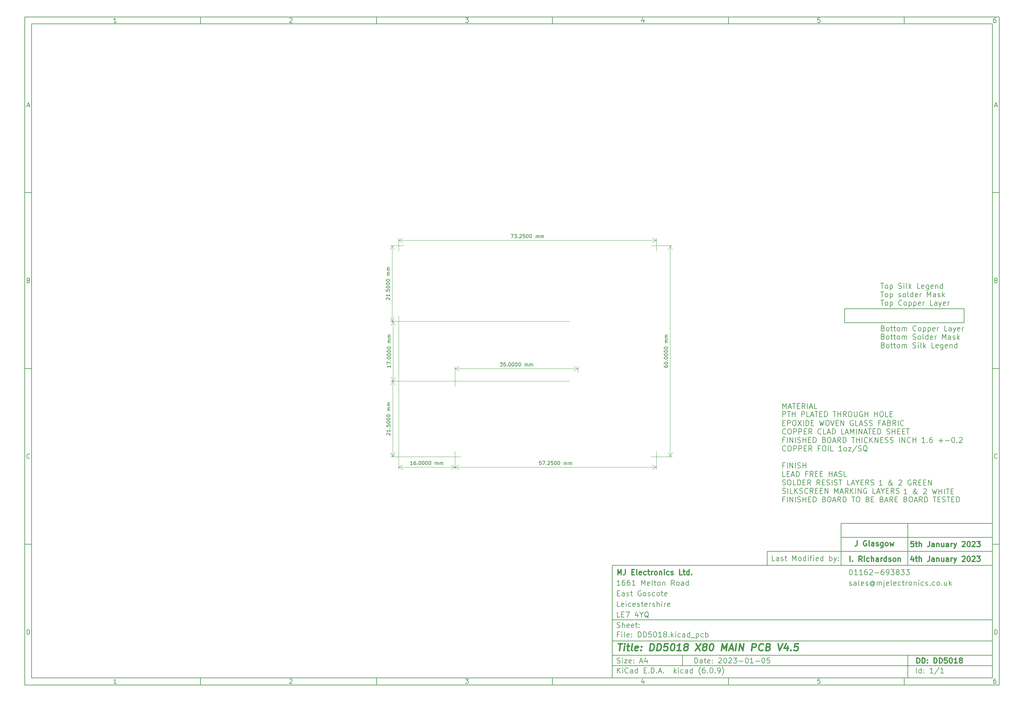
<source format=gbr>
G04 #@! TF.GenerationSoftware,KiCad,Pcbnew,(6.0.9)*
G04 #@! TF.CreationDate,2023-02-23T16:18:13+00:00*
G04 #@! TF.ProjectId,DD5018,44443530-3138-42e6-9b69-6361645f7063,DD5018*
G04 #@! TF.SameCoordinates,Original*
G04 #@! TF.FileFunction,Other,User*
%FSLAX46Y46*%
G04 Gerber Fmt 4.6, Leading zero omitted, Abs format (unit mm)*
G04 Created by KiCad (PCBNEW (6.0.9)) date 2023-02-23 16:18:13*
%MOMM*%
%LPD*%
G01*
G04 APERTURE LIST*
%ADD10C,0.100000*%
%ADD11C,0.150000*%
%ADD12C,0.300000*%
%ADD13C,0.400000*%
G04 APERTURE END LIST*
D10*
D11*
X177002200Y-166007200D02*
X177002200Y-198007200D01*
X285002200Y-198007200D01*
X285002200Y-166007200D01*
X177002200Y-166007200D01*
D10*
D11*
X10000000Y-10000000D02*
X10000000Y-200007200D01*
X287002200Y-200007200D01*
X287002200Y-10000000D01*
X10000000Y-10000000D01*
D10*
D11*
X12000000Y-12000000D02*
X12000000Y-198007200D01*
X285002200Y-198007200D01*
X285002200Y-12000000D01*
X12000000Y-12000000D01*
D10*
D11*
X60000000Y-12000000D02*
X60000000Y-10000000D01*
D10*
D11*
X110000000Y-12000000D02*
X110000000Y-10000000D01*
D10*
D11*
X160000000Y-12000000D02*
X160000000Y-10000000D01*
D10*
D11*
X210000000Y-12000000D02*
X210000000Y-10000000D01*
D10*
D11*
X260000000Y-12000000D02*
X260000000Y-10000000D01*
D10*
D11*
X36065476Y-11588095D02*
X35322619Y-11588095D01*
X35694047Y-11588095D02*
X35694047Y-10288095D01*
X35570238Y-10473809D01*
X35446428Y-10597619D01*
X35322619Y-10659523D01*
D10*
D11*
X85322619Y-10411904D02*
X85384523Y-10350000D01*
X85508333Y-10288095D01*
X85817857Y-10288095D01*
X85941666Y-10350000D01*
X86003571Y-10411904D01*
X86065476Y-10535714D01*
X86065476Y-10659523D01*
X86003571Y-10845238D01*
X85260714Y-11588095D01*
X86065476Y-11588095D01*
D10*
D11*
X135260714Y-10288095D02*
X136065476Y-10288095D01*
X135632142Y-10783333D01*
X135817857Y-10783333D01*
X135941666Y-10845238D01*
X136003571Y-10907142D01*
X136065476Y-11030952D01*
X136065476Y-11340476D01*
X136003571Y-11464285D01*
X135941666Y-11526190D01*
X135817857Y-11588095D01*
X135446428Y-11588095D01*
X135322619Y-11526190D01*
X135260714Y-11464285D01*
D10*
D11*
X185941666Y-10721428D02*
X185941666Y-11588095D01*
X185632142Y-10226190D02*
X185322619Y-11154761D01*
X186127380Y-11154761D01*
D10*
D11*
X236003571Y-10288095D02*
X235384523Y-10288095D01*
X235322619Y-10907142D01*
X235384523Y-10845238D01*
X235508333Y-10783333D01*
X235817857Y-10783333D01*
X235941666Y-10845238D01*
X236003571Y-10907142D01*
X236065476Y-11030952D01*
X236065476Y-11340476D01*
X236003571Y-11464285D01*
X235941666Y-11526190D01*
X235817857Y-11588095D01*
X235508333Y-11588095D01*
X235384523Y-11526190D01*
X235322619Y-11464285D01*
D10*
D11*
X285941666Y-10288095D02*
X285694047Y-10288095D01*
X285570238Y-10350000D01*
X285508333Y-10411904D01*
X285384523Y-10597619D01*
X285322619Y-10845238D01*
X285322619Y-11340476D01*
X285384523Y-11464285D01*
X285446428Y-11526190D01*
X285570238Y-11588095D01*
X285817857Y-11588095D01*
X285941666Y-11526190D01*
X286003571Y-11464285D01*
X286065476Y-11340476D01*
X286065476Y-11030952D01*
X286003571Y-10907142D01*
X285941666Y-10845238D01*
X285817857Y-10783333D01*
X285570238Y-10783333D01*
X285446428Y-10845238D01*
X285384523Y-10907142D01*
X285322619Y-11030952D01*
D10*
D11*
X60000000Y-198007200D02*
X60000000Y-200007200D01*
D10*
D11*
X110000000Y-198007200D02*
X110000000Y-200007200D01*
D10*
D11*
X160000000Y-198007200D02*
X160000000Y-200007200D01*
D10*
D11*
X210000000Y-198007200D02*
X210000000Y-200007200D01*
D10*
D11*
X260000000Y-198007200D02*
X260000000Y-200007200D01*
D10*
D11*
X36065476Y-199595295D02*
X35322619Y-199595295D01*
X35694047Y-199595295D02*
X35694047Y-198295295D01*
X35570238Y-198481009D01*
X35446428Y-198604819D01*
X35322619Y-198666723D01*
D10*
D11*
X85322619Y-198419104D02*
X85384523Y-198357200D01*
X85508333Y-198295295D01*
X85817857Y-198295295D01*
X85941666Y-198357200D01*
X86003571Y-198419104D01*
X86065476Y-198542914D01*
X86065476Y-198666723D01*
X86003571Y-198852438D01*
X85260714Y-199595295D01*
X86065476Y-199595295D01*
D10*
D11*
X135260714Y-198295295D02*
X136065476Y-198295295D01*
X135632142Y-198790533D01*
X135817857Y-198790533D01*
X135941666Y-198852438D01*
X136003571Y-198914342D01*
X136065476Y-199038152D01*
X136065476Y-199347676D01*
X136003571Y-199471485D01*
X135941666Y-199533390D01*
X135817857Y-199595295D01*
X135446428Y-199595295D01*
X135322619Y-199533390D01*
X135260714Y-199471485D01*
D10*
D11*
X185941666Y-198728628D02*
X185941666Y-199595295D01*
X185632142Y-198233390D02*
X185322619Y-199161961D01*
X186127380Y-199161961D01*
D10*
D11*
X236003571Y-198295295D02*
X235384523Y-198295295D01*
X235322619Y-198914342D01*
X235384523Y-198852438D01*
X235508333Y-198790533D01*
X235817857Y-198790533D01*
X235941666Y-198852438D01*
X236003571Y-198914342D01*
X236065476Y-199038152D01*
X236065476Y-199347676D01*
X236003571Y-199471485D01*
X235941666Y-199533390D01*
X235817857Y-199595295D01*
X235508333Y-199595295D01*
X235384523Y-199533390D01*
X235322619Y-199471485D01*
D10*
D11*
X285941666Y-198295295D02*
X285694047Y-198295295D01*
X285570238Y-198357200D01*
X285508333Y-198419104D01*
X285384523Y-198604819D01*
X285322619Y-198852438D01*
X285322619Y-199347676D01*
X285384523Y-199471485D01*
X285446428Y-199533390D01*
X285570238Y-199595295D01*
X285817857Y-199595295D01*
X285941666Y-199533390D01*
X286003571Y-199471485D01*
X286065476Y-199347676D01*
X286065476Y-199038152D01*
X286003571Y-198914342D01*
X285941666Y-198852438D01*
X285817857Y-198790533D01*
X285570238Y-198790533D01*
X285446428Y-198852438D01*
X285384523Y-198914342D01*
X285322619Y-199038152D01*
D10*
D11*
X10000000Y-60000000D02*
X12000000Y-60000000D01*
D10*
D11*
X10000000Y-110000000D02*
X12000000Y-110000000D01*
D10*
D11*
X10000000Y-160000000D02*
X12000000Y-160000000D01*
D10*
D11*
X10690476Y-35216666D02*
X11309523Y-35216666D01*
X10566666Y-35588095D02*
X11000000Y-34288095D01*
X11433333Y-35588095D01*
D10*
D11*
X11092857Y-84907142D02*
X11278571Y-84969047D01*
X11340476Y-85030952D01*
X11402380Y-85154761D01*
X11402380Y-85340476D01*
X11340476Y-85464285D01*
X11278571Y-85526190D01*
X11154761Y-85588095D01*
X10659523Y-85588095D01*
X10659523Y-84288095D01*
X11092857Y-84288095D01*
X11216666Y-84350000D01*
X11278571Y-84411904D01*
X11340476Y-84535714D01*
X11340476Y-84659523D01*
X11278571Y-84783333D01*
X11216666Y-84845238D01*
X11092857Y-84907142D01*
X10659523Y-84907142D01*
D10*
D11*
X11402380Y-135464285D02*
X11340476Y-135526190D01*
X11154761Y-135588095D01*
X11030952Y-135588095D01*
X10845238Y-135526190D01*
X10721428Y-135402380D01*
X10659523Y-135278571D01*
X10597619Y-135030952D01*
X10597619Y-134845238D01*
X10659523Y-134597619D01*
X10721428Y-134473809D01*
X10845238Y-134350000D01*
X11030952Y-134288095D01*
X11154761Y-134288095D01*
X11340476Y-134350000D01*
X11402380Y-134411904D01*
D10*
D11*
X10659523Y-185588095D02*
X10659523Y-184288095D01*
X10969047Y-184288095D01*
X11154761Y-184350000D01*
X11278571Y-184473809D01*
X11340476Y-184597619D01*
X11402380Y-184845238D01*
X11402380Y-185030952D01*
X11340476Y-185278571D01*
X11278571Y-185402380D01*
X11154761Y-185526190D01*
X10969047Y-185588095D01*
X10659523Y-185588095D01*
D10*
D11*
X287002200Y-60000000D02*
X285002200Y-60000000D01*
D10*
D11*
X287002200Y-110000000D02*
X285002200Y-110000000D01*
D10*
D11*
X287002200Y-160000000D02*
X285002200Y-160000000D01*
D10*
D11*
X285692676Y-35216666D02*
X286311723Y-35216666D01*
X285568866Y-35588095D02*
X286002200Y-34288095D01*
X286435533Y-35588095D01*
D10*
D11*
X286095057Y-84907142D02*
X286280771Y-84969047D01*
X286342676Y-85030952D01*
X286404580Y-85154761D01*
X286404580Y-85340476D01*
X286342676Y-85464285D01*
X286280771Y-85526190D01*
X286156961Y-85588095D01*
X285661723Y-85588095D01*
X285661723Y-84288095D01*
X286095057Y-84288095D01*
X286218866Y-84350000D01*
X286280771Y-84411904D01*
X286342676Y-84535714D01*
X286342676Y-84659523D01*
X286280771Y-84783333D01*
X286218866Y-84845238D01*
X286095057Y-84907142D01*
X285661723Y-84907142D01*
D10*
D11*
X286404580Y-135464285D02*
X286342676Y-135526190D01*
X286156961Y-135588095D01*
X286033152Y-135588095D01*
X285847438Y-135526190D01*
X285723628Y-135402380D01*
X285661723Y-135278571D01*
X285599819Y-135030952D01*
X285599819Y-134845238D01*
X285661723Y-134597619D01*
X285723628Y-134473809D01*
X285847438Y-134350000D01*
X286033152Y-134288095D01*
X286156961Y-134288095D01*
X286342676Y-134350000D01*
X286404580Y-134411904D01*
D10*
D11*
X285661723Y-185588095D02*
X285661723Y-184288095D01*
X285971247Y-184288095D01*
X286156961Y-184350000D01*
X286280771Y-184473809D01*
X286342676Y-184597619D01*
X286404580Y-184845238D01*
X286404580Y-185030952D01*
X286342676Y-185278571D01*
X286280771Y-185402380D01*
X286156961Y-185526190D01*
X285971247Y-185588095D01*
X285661723Y-185588095D01*
D10*
D11*
X200434342Y-193785771D02*
X200434342Y-192285771D01*
X200791485Y-192285771D01*
X201005771Y-192357200D01*
X201148628Y-192500057D01*
X201220057Y-192642914D01*
X201291485Y-192928628D01*
X201291485Y-193142914D01*
X201220057Y-193428628D01*
X201148628Y-193571485D01*
X201005771Y-193714342D01*
X200791485Y-193785771D01*
X200434342Y-193785771D01*
X202577200Y-193785771D02*
X202577200Y-193000057D01*
X202505771Y-192857200D01*
X202362914Y-192785771D01*
X202077200Y-192785771D01*
X201934342Y-192857200D01*
X202577200Y-193714342D02*
X202434342Y-193785771D01*
X202077200Y-193785771D01*
X201934342Y-193714342D01*
X201862914Y-193571485D01*
X201862914Y-193428628D01*
X201934342Y-193285771D01*
X202077200Y-193214342D01*
X202434342Y-193214342D01*
X202577200Y-193142914D01*
X203077200Y-192785771D02*
X203648628Y-192785771D01*
X203291485Y-192285771D02*
X203291485Y-193571485D01*
X203362914Y-193714342D01*
X203505771Y-193785771D01*
X203648628Y-193785771D01*
X204720057Y-193714342D02*
X204577200Y-193785771D01*
X204291485Y-193785771D01*
X204148628Y-193714342D01*
X204077200Y-193571485D01*
X204077200Y-193000057D01*
X204148628Y-192857200D01*
X204291485Y-192785771D01*
X204577200Y-192785771D01*
X204720057Y-192857200D01*
X204791485Y-193000057D01*
X204791485Y-193142914D01*
X204077200Y-193285771D01*
X205434342Y-193642914D02*
X205505771Y-193714342D01*
X205434342Y-193785771D01*
X205362914Y-193714342D01*
X205434342Y-193642914D01*
X205434342Y-193785771D01*
X205434342Y-192857200D02*
X205505771Y-192928628D01*
X205434342Y-193000057D01*
X205362914Y-192928628D01*
X205434342Y-192857200D01*
X205434342Y-193000057D01*
X207220057Y-192428628D02*
X207291485Y-192357200D01*
X207434342Y-192285771D01*
X207791485Y-192285771D01*
X207934342Y-192357200D01*
X208005771Y-192428628D01*
X208077200Y-192571485D01*
X208077200Y-192714342D01*
X208005771Y-192928628D01*
X207148628Y-193785771D01*
X208077200Y-193785771D01*
X209005771Y-192285771D02*
X209148628Y-192285771D01*
X209291485Y-192357200D01*
X209362914Y-192428628D01*
X209434342Y-192571485D01*
X209505771Y-192857200D01*
X209505771Y-193214342D01*
X209434342Y-193500057D01*
X209362914Y-193642914D01*
X209291485Y-193714342D01*
X209148628Y-193785771D01*
X209005771Y-193785771D01*
X208862914Y-193714342D01*
X208791485Y-193642914D01*
X208720057Y-193500057D01*
X208648628Y-193214342D01*
X208648628Y-192857200D01*
X208720057Y-192571485D01*
X208791485Y-192428628D01*
X208862914Y-192357200D01*
X209005771Y-192285771D01*
X210077200Y-192428628D02*
X210148628Y-192357200D01*
X210291485Y-192285771D01*
X210648628Y-192285771D01*
X210791485Y-192357200D01*
X210862914Y-192428628D01*
X210934342Y-192571485D01*
X210934342Y-192714342D01*
X210862914Y-192928628D01*
X210005771Y-193785771D01*
X210934342Y-193785771D01*
X211434342Y-192285771D02*
X212362914Y-192285771D01*
X211862914Y-192857200D01*
X212077200Y-192857200D01*
X212220057Y-192928628D01*
X212291485Y-193000057D01*
X212362914Y-193142914D01*
X212362914Y-193500057D01*
X212291485Y-193642914D01*
X212220057Y-193714342D01*
X212077200Y-193785771D01*
X211648628Y-193785771D01*
X211505771Y-193714342D01*
X211434342Y-193642914D01*
X213005771Y-193214342D02*
X214148628Y-193214342D01*
X215148628Y-192285771D02*
X215291485Y-192285771D01*
X215434342Y-192357200D01*
X215505771Y-192428628D01*
X215577200Y-192571485D01*
X215648628Y-192857200D01*
X215648628Y-193214342D01*
X215577200Y-193500057D01*
X215505771Y-193642914D01*
X215434342Y-193714342D01*
X215291485Y-193785771D01*
X215148628Y-193785771D01*
X215005771Y-193714342D01*
X214934342Y-193642914D01*
X214862914Y-193500057D01*
X214791485Y-193214342D01*
X214791485Y-192857200D01*
X214862914Y-192571485D01*
X214934342Y-192428628D01*
X215005771Y-192357200D01*
X215148628Y-192285771D01*
X217077200Y-193785771D02*
X216220057Y-193785771D01*
X216648628Y-193785771D02*
X216648628Y-192285771D01*
X216505771Y-192500057D01*
X216362914Y-192642914D01*
X216220057Y-192714342D01*
X217720057Y-193214342D02*
X218862914Y-193214342D01*
X219862914Y-192285771D02*
X220005771Y-192285771D01*
X220148628Y-192357200D01*
X220220057Y-192428628D01*
X220291485Y-192571485D01*
X220362914Y-192857200D01*
X220362914Y-193214342D01*
X220291485Y-193500057D01*
X220220057Y-193642914D01*
X220148628Y-193714342D01*
X220005771Y-193785771D01*
X219862914Y-193785771D01*
X219720057Y-193714342D01*
X219648628Y-193642914D01*
X219577200Y-193500057D01*
X219505771Y-193214342D01*
X219505771Y-192857200D01*
X219577200Y-192571485D01*
X219648628Y-192428628D01*
X219720057Y-192357200D01*
X219862914Y-192285771D01*
X221720057Y-192285771D02*
X221005771Y-192285771D01*
X220934342Y-193000057D01*
X221005771Y-192928628D01*
X221148628Y-192857200D01*
X221505771Y-192857200D01*
X221648628Y-192928628D01*
X221720057Y-193000057D01*
X221791485Y-193142914D01*
X221791485Y-193500057D01*
X221720057Y-193642914D01*
X221648628Y-193714342D01*
X221505771Y-193785771D01*
X221148628Y-193785771D01*
X221005771Y-193714342D01*
X220934342Y-193642914D01*
D10*
D11*
X177002200Y-194507200D02*
X285002200Y-194507200D01*
D10*
D11*
X178434342Y-196585771D02*
X178434342Y-195085771D01*
X179291485Y-196585771D02*
X178648628Y-195728628D01*
X179291485Y-195085771D02*
X178434342Y-195942914D01*
X179934342Y-196585771D02*
X179934342Y-195585771D01*
X179934342Y-195085771D02*
X179862914Y-195157200D01*
X179934342Y-195228628D01*
X180005771Y-195157200D01*
X179934342Y-195085771D01*
X179934342Y-195228628D01*
X181505771Y-196442914D02*
X181434342Y-196514342D01*
X181220057Y-196585771D01*
X181077200Y-196585771D01*
X180862914Y-196514342D01*
X180720057Y-196371485D01*
X180648628Y-196228628D01*
X180577200Y-195942914D01*
X180577200Y-195728628D01*
X180648628Y-195442914D01*
X180720057Y-195300057D01*
X180862914Y-195157200D01*
X181077200Y-195085771D01*
X181220057Y-195085771D01*
X181434342Y-195157200D01*
X181505771Y-195228628D01*
X182791485Y-196585771D02*
X182791485Y-195800057D01*
X182720057Y-195657200D01*
X182577200Y-195585771D01*
X182291485Y-195585771D01*
X182148628Y-195657200D01*
X182791485Y-196514342D02*
X182648628Y-196585771D01*
X182291485Y-196585771D01*
X182148628Y-196514342D01*
X182077200Y-196371485D01*
X182077200Y-196228628D01*
X182148628Y-196085771D01*
X182291485Y-196014342D01*
X182648628Y-196014342D01*
X182791485Y-195942914D01*
X184148628Y-196585771D02*
X184148628Y-195085771D01*
X184148628Y-196514342D02*
X184005771Y-196585771D01*
X183720057Y-196585771D01*
X183577200Y-196514342D01*
X183505771Y-196442914D01*
X183434342Y-196300057D01*
X183434342Y-195871485D01*
X183505771Y-195728628D01*
X183577200Y-195657200D01*
X183720057Y-195585771D01*
X184005771Y-195585771D01*
X184148628Y-195657200D01*
X186005771Y-195800057D02*
X186505771Y-195800057D01*
X186720057Y-196585771D02*
X186005771Y-196585771D01*
X186005771Y-195085771D01*
X186720057Y-195085771D01*
X187362914Y-196442914D02*
X187434342Y-196514342D01*
X187362914Y-196585771D01*
X187291485Y-196514342D01*
X187362914Y-196442914D01*
X187362914Y-196585771D01*
X188077200Y-196585771D02*
X188077200Y-195085771D01*
X188434342Y-195085771D01*
X188648628Y-195157200D01*
X188791485Y-195300057D01*
X188862914Y-195442914D01*
X188934342Y-195728628D01*
X188934342Y-195942914D01*
X188862914Y-196228628D01*
X188791485Y-196371485D01*
X188648628Y-196514342D01*
X188434342Y-196585771D01*
X188077200Y-196585771D01*
X189577200Y-196442914D02*
X189648628Y-196514342D01*
X189577200Y-196585771D01*
X189505771Y-196514342D01*
X189577200Y-196442914D01*
X189577200Y-196585771D01*
X190220057Y-196157200D02*
X190934342Y-196157200D01*
X190077200Y-196585771D02*
X190577200Y-195085771D01*
X191077200Y-196585771D01*
X191577200Y-196442914D02*
X191648628Y-196514342D01*
X191577200Y-196585771D01*
X191505771Y-196514342D01*
X191577200Y-196442914D01*
X191577200Y-196585771D01*
X194577200Y-196585771D02*
X194577200Y-195085771D01*
X194720057Y-196014342D02*
X195148628Y-196585771D01*
X195148628Y-195585771D02*
X194577200Y-196157200D01*
X195791485Y-196585771D02*
X195791485Y-195585771D01*
X195791485Y-195085771D02*
X195720057Y-195157200D01*
X195791485Y-195228628D01*
X195862914Y-195157200D01*
X195791485Y-195085771D01*
X195791485Y-195228628D01*
X197148628Y-196514342D02*
X197005771Y-196585771D01*
X196720057Y-196585771D01*
X196577200Y-196514342D01*
X196505771Y-196442914D01*
X196434342Y-196300057D01*
X196434342Y-195871485D01*
X196505771Y-195728628D01*
X196577200Y-195657200D01*
X196720057Y-195585771D01*
X197005771Y-195585771D01*
X197148628Y-195657200D01*
X198434342Y-196585771D02*
X198434342Y-195800057D01*
X198362914Y-195657200D01*
X198220057Y-195585771D01*
X197934342Y-195585771D01*
X197791485Y-195657200D01*
X198434342Y-196514342D02*
X198291485Y-196585771D01*
X197934342Y-196585771D01*
X197791485Y-196514342D01*
X197720057Y-196371485D01*
X197720057Y-196228628D01*
X197791485Y-196085771D01*
X197934342Y-196014342D01*
X198291485Y-196014342D01*
X198434342Y-195942914D01*
X199791485Y-196585771D02*
X199791485Y-195085771D01*
X199791485Y-196514342D02*
X199648628Y-196585771D01*
X199362914Y-196585771D01*
X199220057Y-196514342D01*
X199148628Y-196442914D01*
X199077200Y-196300057D01*
X199077200Y-195871485D01*
X199148628Y-195728628D01*
X199220057Y-195657200D01*
X199362914Y-195585771D01*
X199648628Y-195585771D01*
X199791485Y-195657200D01*
X202077200Y-197157200D02*
X202005771Y-197085771D01*
X201862914Y-196871485D01*
X201791485Y-196728628D01*
X201720057Y-196514342D01*
X201648628Y-196157200D01*
X201648628Y-195871485D01*
X201720057Y-195514342D01*
X201791485Y-195300057D01*
X201862914Y-195157200D01*
X202005771Y-194942914D01*
X202077200Y-194871485D01*
X203291485Y-195085771D02*
X203005771Y-195085771D01*
X202862914Y-195157200D01*
X202791485Y-195228628D01*
X202648628Y-195442914D01*
X202577200Y-195728628D01*
X202577200Y-196300057D01*
X202648628Y-196442914D01*
X202720057Y-196514342D01*
X202862914Y-196585771D01*
X203148628Y-196585771D01*
X203291485Y-196514342D01*
X203362914Y-196442914D01*
X203434342Y-196300057D01*
X203434342Y-195942914D01*
X203362914Y-195800057D01*
X203291485Y-195728628D01*
X203148628Y-195657200D01*
X202862914Y-195657200D01*
X202720057Y-195728628D01*
X202648628Y-195800057D01*
X202577200Y-195942914D01*
X204077200Y-196442914D02*
X204148628Y-196514342D01*
X204077200Y-196585771D01*
X204005771Y-196514342D01*
X204077200Y-196442914D01*
X204077200Y-196585771D01*
X205077200Y-195085771D02*
X205220057Y-195085771D01*
X205362914Y-195157200D01*
X205434342Y-195228628D01*
X205505771Y-195371485D01*
X205577200Y-195657200D01*
X205577200Y-196014342D01*
X205505771Y-196300057D01*
X205434342Y-196442914D01*
X205362914Y-196514342D01*
X205220057Y-196585771D01*
X205077200Y-196585771D01*
X204934342Y-196514342D01*
X204862914Y-196442914D01*
X204791485Y-196300057D01*
X204720057Y-196014342D01*
X204720057Y-195657200D01*
X204791485Y-195371485D01*
X204862914Y-195228628D01*
X204934342Y-195157200D01*
X205077200Y-195085771D01*
X206220057Y-196442914D02*
X206291485Y-196514342D01*
X206220057Y-196585771D01*
X206148628Y-196514342D01*
X206220057Y-196442914D01*
X206220057Y-196585771D01*
X207005771Y-196585771D02*
X207291485Y-196585771D01*
X207434342Y-196514342D01*
X207505771Y-196442914D01*
X207648628Y-196228628D01*
X207720057Y-195942914D01*
X207720057Y-195371485D01*
X207648628Y-195228628D01*
X207577200Y-195157200D01*
X207434342Y-195085771D01*
X207148628Y-195085771D01*
X207005771Y-195157200D01*
X206934342Y-195228628D01*
X206862914Y-195371485D01*
X206862914Y-195728628D01*
X206934342Y-195871485D01*
X207005771Y-195942914D01*
X207148628Y-196014342D01*
X207434342Y-196014342D01*
X207577200Y-195942914D01*
X207648628Y-195871485D01*
X207720057Y-195728628D01*
X208220057Y-197157200D02*
X208291485Y-197085771D01*
X208434342Y-196871485D01*
X208505771Y-196728628D01*
X208577200Y-196514342D01*
X208648628Y-196157200D01*
X208648628Y-195871485D01*
X208577200Y-195514342D01*
X208505771Y-195300057D01*
X208434342Y-195157200D01*
X208291485Y-194942914D01*
X208220057Y-194871485D01*
D10*
D11*
X177002200Y-191507200D02*
X285002200Y-191507200D01*
D10*
D12*
X263554342Y-193785771D02*
X263554342Y-192285771D01*
X263911485Y-192285771D01*
X264125771Y-192357200D01*
X264268628Y-192500057D01*
X264340057Y-192642914D01*
X264411485Y-192928628D01*
X264411485Y-193142914D01*
X264340057Y-193428628D01*
X264268628Y-193571485D01*
X264125771Y-193714342D01*
X263911485Y-193785771D01*
X263554342Y-193785771D01*
X265054342Y-193785771D02*
X265054342Y-192285771D01*
X265411485Y-192285771D01*
X265625771Y-192357200D01*
X265768628Y-192500057D01*
X265840057Y-192642914D01*
X265911485Y-192928628D01*
X265911485Y-193142914D01*
X265840057Y-193428628D01*
X265768628Y-193571485D01*
X265625771Y-193714342D01*
X265411485Y-193785771D01*
X265054342Y-193785771D01*
X266554342Y-193642914D02*
X266625771Y-193714342D01*
X266554342Y-193785771D01*
X266482914Y-193714342D01*
X266554342Y-193642914D01*
X266554342Y-193785771D01*
X266554342Y-192857200D02*
X266625771Y-192928628D01*
X266554342Y-193000057D01*
X266482914Y-192928628D01*
X266554342Y-192857200D01*
X266554342Y-193000057D01*
X268411485Y-193785771D02*
X268411485Y-192285771D01*
X268768628Y-192285771D01*
X268982914Y-192357200D01*
X269125771Y-192500057D01*
X269197200Y-192642914D01*
X269268628Y-192928628D01*
X269268628Y-193142914D01*
X269197200Y-193428628D01*
X269125771Y-193571485D01*
X268982914Y-193714342D01*
X268768628Y-193785771D01*
X268411485Y-193785771D01*
X269911485Y-193785771D02*
X269911485Y-192285771D01*
X270268628Y-192285771D01*
X270482914Y-192357200D01*
X270625771Y-192500057D01*
X270697200Y-192642914D01*
X270768628Y-192928628D01*
X270768628Y-193142914D01*
X270697200Y-193428628D01*
X270625771Y-193571485D01*
X270482914Y-193714342D01*
X270268628Y-193785771D01*
X269911485Y-193785771D01*
X272125771Y-192285771D02*
X271411485Y-192285771D01*
X271340057Y-193000057D01*
X271411485Y-192928628D01*
X271554342Y-192857200D01*
X271911485Y-192857200D01*
X272054342Y-192928628D01*
X272125771Y-193000057D01*
X272197200Y-193142914D01*
X272197200Y-193500057D01*
X272125771Y-193642914D01*
X272054342Y-193714342D01*
X271911485Y-193785771D01*
X271554342Y-193785771D01*
X271411485Y-193714342D01*
X271340057Y-193642914D01*
X273125771Y-192285771D02*
X273268628Y-192285771D01*
X273411485Y-192357200D01*
X273482914Y-192428628D01*
X273554342Y-192571485D01*
X273625771Y-192857200D01*
X273625771Y-193214342D01*
X273554342Y-193500057D01*
X273482914Y-193642914D01*
X273411485Y-193714342D01*
X273268628Y-193785771D01*
X273125771Y-193785771D01*
X272982914Y-193714342D01*
X272911485Y-193642914D01*
X272840057Y-193500057D01*
X272768628Y-193214342D01*
X272768628Y-192857200D01*
X272840057Y-192571485D01*
X272911485Y-192428628D01*
X272982914Y-192357200D01*
X273125771Y-192285771D01*
X275054342Y-193785771D02*
X274197200Y-193785771D01*
X274625771Y-193785771D02*
X274625771Y-192285771D01*
X274482914Y-192500057D01*
X274340057Y-192642914D01*
X274197200Y-192714342D01*
X275911485Y-192928628D02*
X275768628Y-192857200D01*
X275697200Y-192785771D01*
X275625771Y-192642914D01*
X275625771Y-192571485D01*
X275697200Y-192428628D01*
X275768628Y-192357200D01*
X275911485Y-192285771D01*
X276197200Y-192285771D01*
X276340057Y-192357200D01*
X276411485Y-192428628D01*
X276482914Y-192571485D01*
X276482914Y-192642914D01*
X276411485Y-192785771D01*
X276340057Y-192857200D01*
X276197200Y-192928628D01*
X275911485Y-192928628D01*
X275768628Y-193000057D01*
X275697200Y-193071485D01*
X275625771Y-193214342D01*
X275625771Y-193500057D01*
X275697200Y-193642914D01*
X275768628Y-193714342D01*
X275911485Y-193785771D01*
X276197200Y-193785771D01*
X276340057Y-193714342D01*
X276411485Y-193642914D01*
X276482914Y-193500057D01*
X276482914Y-193214342D01*
X276411485Y-193071485D01*
X276340057Y-193000057D01*
X276197200Y-192928628D01*
D10*
D11*
X178362914Y-193714342D02*
X178577200Y-193785771D01*
X178934342Y-193785771D01*
X179077200Y-193714342D01*
X179148628Y-193642914D01*
X179220057Y-193500057D01*
X179220057Y-193357200D01*
X179148628Y-193214342D01*
X179077200Y-193142914D01*
X178934342Y-193071485D01*
X178648628Y-193000057D01*
X178505771Y-192928628D01*
X178434342Y-192857200D01*
X178362914Y-192714342D01*
X178362914Y-192571485D01*
X178434342Y-192428628D01*
X178505771Y-192357200D01*
X178648628Y-192285771D01*
X179005771Y-192285771D01*
X179220057Y-192357200D01*
X179862914Y-193785771D02*
X179862914Y-192785771D01*
X179862914Y-192285771D02*
X179791485Y-192357200D01*
X179862914Y-192428628D01*
X179934342Y-192357200D01*
X179862914Y-192285771D01*
X179862914Y-192428628D01*
X180434342Y-192785771D02*
X181220057Y-192785771D01*
X180434342Y-193785771D01*
X181220057Y-193785771D01*
X182362914Y-193714342D02*
X182220057Y-193785771D01*
X181934342Y-193785771D01*
X181791485Y-193714342D01*
X181720057Y-193571485D01*
X181720057Y-193000057D01*
X181791485Y-192857200D01*
X181934342Y-192785771D01*
X182220057Y-192785771D01*
X182362914Y-192857200D01*
X182434342Y-193000057D01*
X182434342Y-193142914D01*
X181720057Y-193285771D01*
X183077200Y-193642914D02*
X183148628Y-193714342D01*
X183077200Y-193785771D01*
X183005771Y-193714342D01*
X183077200Y-193642914D01*
X183077200Y-193785771D01*
X183077200Y-192857200D02*
X183148628Y-192928628D01*
X183077200Y-193000057D01*
X183005771Y-192928628D01*
X183077200Y-192857200D01*
X183077200Y-193000057D01*
X184862914Y-193357200D02*
X185577200Y-193357200D01*
X184720057Y-193785771D02*
X185220057Y-192285771D01*
X185720057Y-193785771D01*
X186862914Y-192785771D02*
X186862914Y-193785771D01*
X186505771Y-192214342D02*
X186148628Y-193285771D01*
X187077200Y-193285771D01*
D10*
D11*
X263434342Y-196585771D02*
X263434342Y-195085771D01*
X264791485Y-196585771D02*
X264791485Y-195085771D01*
X264791485Y-196514342D02*
X264648628Y-196585771D01*
X264362914Y-196585771D01*
X264220057Y-196514342D01*
X264148628Y-196442914D01*
X264077200Y-196300057D01*
X264077200Y-195871485D01*
X264148628Y-195728628D01*
X264220057Y-195657200D01*
X264362914Y-195585771D01*
X264648628Y-195585771D01*
X264791485Y-195657200D01*
X265505771Y-196442914D02*
X265577200Y-196514342D01*
X265505771Y-196585771D01*
X265434342Y-196514342D01*
X265505771Y-196442914D01*
X265505771Y-196585771D01*
X265505771Y-195657200D02*
X265577200Y-195728628D01*
X265505771Y-195800057D01*
X265434342Y-195728628D01*
X265505771Y-195657200D01*
X265505771Y-195800057D01*
X268148628Y-196585771D02*
X267291485Y-196585771D01*
X267720057Y-196585771D02*
X267720057Y-195085771D01*
X267577200Y-195300057D01*
X267434342Y-195442914D01*
X267291485Y-195514342D01*
X269862914Y-195014342D02*
X268577200Y-196942914D01*
X271148628Y-196585771D02*
X270291485Y-196585771D01*
X270720057Y-196585771D02*
X270720057Y-195085771D01*
X270577200Y-195300057D01*
X270434342Y-195442914D01*
X270291485Y-195514342D01*
D10*
D11*
X177002200Y-187507200D02*
X285002200Y-187507200D01*
D10*
D13*
X178714580Y-188211961D02*
X179857438Y-188211961D01*
X179036009Y-190211961D02*
X179286009Y-188211961D01*
X180274104Y-190211961D02*
X180440771Y-188878628D01*
X180524104Y-188211961D02*
X180416961Y-188307200D01*
X180500295Y-188402438D01*
X180607438Y-188307200D01*
X180524104Y-188211961D01*
X180500295Y-188402438D01*
X181107438Y-188878628D02*
X181869342Y-188878628D01*
X181476485Y-188211961D02*
X181262200Y-189926247D01*
X181333628Y-190116723D01*
X181512200Y-190211961D01*
X181702676Y-190211961D01*
X182655057Y-190211961D02*
X182476485Y-190116723D01*
X182405057Y-189926247D01*
X182619342Y-188211961D01*
X184190771Y-190116723D02*
X183988390Y-190211961D01*
X183607438Y-190211961D01*
X183428866Y-190116723D01*
X183357438Y-189926247D01*
X183452676Y-189164342D01*
X183571723Y-188973866D01*
X183774104Y-188878628D01*
X184155057Y-188878628D01*
X184333628Y-188973866D01*
X184405057Y-189164342D01*
X184381247Y-189354819D01*
X183405057Y-189545295D01*
X185155057Y-190021485D02*
X185238390Y-190116723D01*
X185131247Y-190211961D01*
X185047914Y-190116723D01*
X185155057Y-190021485D01*
X185131247Y-190211961D01*
X185286009Y-188973866D02*
X185369342Y-189069104D01*
X185262200Y-189164342D01*
X185178866Y-189069104D01*
X185286009Y-188973866D01*
X185262200Y-189164342D01*
X187607438Y-190211961D02*
X187857438Y-188211961D01*
X188333628Y-188211961D01*
X188607438Y-188307200D01*
X188774104Y-188497676D01*
X188845533Y-188688152D01*
X188893152Y-189069104D01*
X188857438Y-189354819D01*
X188714580Y-189735771D01*
X188595533Y-189926247D01*
X188381247Y-190116723D01*
X188083628Y-190211961D01*
X187607438Y-190211961D01*
X189607438Y-190211961D02*
X189857438Y-188211961D01*
X190333628Y-188211961D01*
X190607438Y-188307200D01*
X190774104Y-188497676D01*
X190845533Y-188688152D01*
X190893152Y-189069104D01*
X190857438Y-189354819D01*
X190714580Y-189735771D01*
X190595533Y-189926247D01*
X190381247Y-190116723D01*
X190083628Y-190211961D01*
X189607438Y-190211961D01*
X192809819Y-188211961D02*
X191857438Y-188211961D01*
X191643152Y-189164342D01*
X191750295Y-189069104D01*
X191952676Y-188973866D01*
X192428866Y-188973866D01*
X192607438Y-189069104D01*
X192690771Y-189164342D01*
X192762200Y-189354819D01*
X192702676Y-189831009D01*
X192583628Y-190021485D01*
X192476485Y-190116723D01*
X192274104Y-190211961D01*
X191797914Y-190211961D01*
X191619342Y-190116723D01*
X191536009Y-190021485D01*
X194143152Y-188211961D02*
X194333628Y-188211961D01*
X194512200Y-188307200D01*
X194595533Y-188402438D01*
X194666961Y-188592914D01*
X194714580Y-188973866D01*
X194655057Y-189450057D01*
X194512200Y-189831009D01*
X194393152Y-190021485D01*
X194286009Y-190116723D01*
X194083628Y-190211961D01*
X193893152Y-190211961D01*
X193714580Y-190116723D01*
X193631247Y-190021485D01*
X193559819Y-189831009D01*
X193512200Y-189450057D01*
X193571723Y-188973866D01*
X193714580Y-188592914D01*
X193833628Y-188402438D01*
X193940771Y-188307200D01*
X194143152Y-188211961D01*
X196464580Y-190211961D02*
X195321723Y-190211961D01*
X195893152Y-190211961D02*
X196143152Y-188211961D01*
X195916961Y-188497676D01*
X195702676Y-188688152D01*
X195500295Y-188783390D01*
X197750295Y-189069104D02*
X197571723Y-188973866D01*
X197488390Y-188878628D01*
X197416961Y-188688152D01*
X197428866Y-188592914D01*
X197547914Y-188402438D01*
X197655057Y-188307200D01*
X197857438Y-188211961D01*
X198238390Y-188211961D01*
X198416961Y-188307200D01*
X198500295Y-188402438D01*
X198571723Y-188592914D01*
X198559819Y-188688152D01*
X198440771Y-188878628D01*
X198333628Y-188973866D01*
X198131247Y-189069104D01*
X197750295Y-189069104D01*
X197547914Y-189164342D01*
X197440771Y-189259580D01*
X197321723Y-189450057D01*
X197274104Y-189831009D01*
X197345533Y-190021485D01*
X197428866Y-190116723D01*
X197607438Y-190211961D01*
X197988390Y-190211961D01*
X198190771Y-190116723D01*
X198297914Y-190021485D01*
X198416961Y-189831009D01*
X198464580Y-189450057D01*
X198393152Y-189259580D01*
X198309819Y-189164342D01*
X198131247Y-189069104D01*
X200809819Y-188211961D02*
X201893152Y-190211961D01*
X202143152Y-188211961D02*
X200559819Y-190211961D01*
X203083628Y-189069104D02*
X202905057Y-188973866D01*
X202821723Y-188878628D01*
X202750295Y-188688152D01*
X202762200Y-188592914D01*
X202881247Y-188402438D01*
X202988390Y-188307200D01*
X203190771Y-188211961D01*
X203571723Y-188211961D01*
X203750295Y-188307200D01*
X203833628Y-188402438D01*
X203905057Y-188592914D01*
X203893152Y-188688152D01*
X203774104Y-188878628D01*
X203666961Y-188973866D01*
X203464580Y-189069104D01*
X203083628Y-189069104D01*
X202881247Y-189164342D01*
X202774104Y-189259580D01*
X202655057Y-189450057D01*
X202607438Y-189831009D01*
X202678866Y-190021485D01*
X202762200Y-190116723D01*
X202940771Y-190211961D01*
X203321723Y-190211961D01*
X203524104Y-190116723D01*
X203631247Y-190021485D01*
X203750295Y-189831009D01*
X203797914Y-189450057D01*
X203726485Y-189259580D01*
X203643152Y-189164342D01*
X203464580Y-189069104D01*
X205190771Y-188211961D02*
X205381247Y-188211961D01*
X205559819Y-188307200D01*
X205643152Y-188402438D01*
X205714580Y-188592914D01*
X205762200Y-188973866D01*
X205702676Y-189450057D01*
X205559819Y-189831009D01*
X205440771Y-190021485D01*
X205333628Y-190116723D01*
X205131247Y-190211961D01*
X204940771Y-190211961D01*
X204762200Y-190116723D01*
X204678866Y-190021485D01*
X204607438Y-189831009D01*
X204559819Y-189450057D01*
X204619342Y-188973866D01*
X204762200Y-188592914D01*
X204881247Y-188402438D01*
X204988390Y-188307200D01*
X205190771Y-188211961D01*
X207988390Y-190211961D02*
X208238390Y-188211961D01*
X208726485Y-189640533D01*
X209571723Y-188211961D01*
X209321723Y-190211961D01*
X210250295Y-189640533D02*
X211202676Y-189640533D01*
X209988390Y-190211961D02*
X210905057Y-188211961D01*
X211321723Y-190211961D01*
X211988390Y-190211961D02*
X212238390Y-188211961D01*
X212940771Y-190211961D02*
X213190771Y-188211961D01*
X214083628Y-190211961D01*
X214333628Y-188211961D01*
X216559819Y-190211961D02*
X216809819Y-188211961D01*
X217571723Y-188211961D01*
X217750295Y-188307200D01*
X217833628Y-188402438D01*
X217905057Y-188592914D01*
X217869342Y-188878628D01*
X217750295Y-189069104D01*
X217643152Y-189164342D01*
X217440771Y-189259580D01*
X216678866Y-189259580D01*
X219726485Y-190021485D02*
X219619342Y-190116723D01*
X219321723Y-190211961D01*
X219131247Y-190211961D01*
X218857438Y-190116723D01*
X218690771Y-189926247D01*
X218619342Y-189735771D01*
X218571723Y-189354819D01*
X218607438Y-189069104D01*
X218750295Y-188688152D01*
X218869342Y-188497676D01*
X219083628Y-188307200D01*
X219381247Y-188211961D01*
X219571723Y-188211961D01*
X219845533Y-188307200D01*
X219928866Y-188402438D01*
X221357438Y-189164342D02*
X221631247Y-189259580D01*
X221714580Y-189354819D01*
X221786009Y-189545295D01*
X221750295Y-189831009D01*
X221631247Y-190021485D01*
X221524104Y-190116723D01*
X221321723Y-190211961D01*
X220559819Y-190211961D01*
X220809819Y-188211961D01*
X221476485Y-188211961D01*
X221655057Y-188307200D01*
X221738390Y-188402438D01*
X221809819Y-188592914D01*
X221786009Y-188783390D01*
X221666961Y-188973866D01*
X221559819Y-189069104D01*
X221357438Y-189164342D01*
X220690771Y-189164342D01*
X224047914Y-188211961D02*
X224464580Y-190211961D01*
X225381247Y-188211961D01*
X226821723Y-188878628D02*
X226655057Y-190211961D01*
X226440771Y-188116723D02*
X225786009Y-189545295D01*
X227024104Y-189545295D01*
X227726485Y-190021485D02*
X227809819Y-190116723D01*
X227702676Y-190211961D01*
X227619342Y-190116723D01*
X227726485Y-190021485D01*
X227702676Y-190211961D01*
X229857438Y-188211961D02*
X228905057Y-188211961D01*
X228690771Y-189164342D01*
X228797914Y-189069104D01*
X229000295Y-188973866D01*
X229476485Y-188973866D01*
X229655057Y-189069104D01*
X229738390Y-189164342D01*
X229809819Y-189354819D01*
X229750295Y-189831009D01*
X229631247Y-190021485D01*
X229524104Y-190116723D01*
X229321723Y-190211961D01*
X228845533Y-190211961D01*
X228666961Y-190116723D01*
X228583628Y-190021485D01*
D10*
D11*
X178934342Y-185600057D02*
X178434342Y-185600057D01*
X178434342Y-186385771D02*
X178434342Y-184885771D01*
X179148628Y-184885771D01*
X179720057Y-186385771D02*
X179720057Y-185385771D01*
X179720057Y-184885771D02*
X179648628Y-184957200D01*
X179720057Y-185028628D01*
X179791485Y-184957200D01*
X179720057Y-184885771D01*
X179720057Y-185028628D01*
X180648628Y-186385771D02*
X180505771Y-186314342D01*
X180434342Y-186171485D01*
X180434342Y-184885771D01*
X181791485Y-186314342D02*
X181648628Y-186385771D01*
X181362914Y-186385771D01*
X181220057Y-186314342D01*
X181148628Y-186171485D01*
X181148628Y-185600057D01*
X181220057Y-185457200D01*
X181362914Y-185385771D01*
X181648628Y-185385771D01*
X181791485Y-185457200D01*
X181862914Y-185600057D01*
X181862914Y-185742914D01*
X181148628Y-185885771D01*
X182505771Y-186242914D02*
X182577200Y-186314342D01*
X182505771Y-186385771D01*
X182434342Y-186314342D01*
X182505771Y-186242914D01*
X182505771Y-186385771D01*
X182505771Y-185457200D02*
X182577200Y-185528628D01*
X182505771Y-185600057D01*
X182434342Y-185528628D01*
X182505771Y-185457200D01*
X182505771Y-185600057D01*
X184362914Y-186385771D02*
X184362914Y-184885771D01*
X184720057Y-184885771D01*
X184934342Y-184957200D01*
X185077200Y-185100057D01*
X185148628Y-185242914D01*
X185220057Y-185528628D01*
X185220057Y-185742914D01*
X185148628Y-186028628D01*
X185077200Y-186171485D01*
X184934342Y-186314342D01*
X184720057Y-186385771D01*
X184362914Y-186385771D01*
X185862914Y-186385771D02*
X185862914Y-184885771D01*
X186220057Y-184885771D01*
X186434342Y-184957200D01*
X186577200Y-185100057D01*
X186648628Y-185242914D01*
X186720057Y-185528628D01*
X186720057Y-185742914D01*
X186648628Y-186028628D01*
X186577200Y-186171485D01*
X186434342Y-186314342D01*
X186220057Y-186385771D01*
X185862914Y-186385771D01*
X188077200Y-184885771D02*
X187362914Y-184885771D01*
X187291485Y-185600057D01*
X187362914Y-185528628D01*
X187505771Y-185457200D01*
X187862914Y-185457200D01*
X188005771Y-185528628D01*
X188077200Y-185600057D01*
X188148628Y-185742914D01*
X188148628Y-186100057D01*
X188077200Y-186242914D01*
X188005771Y-186314342D01*
X187862914Y-186385771D01*
X187505771Y-186385771D01*
X187362914Y-186314342D01*
X187291485Y-186242914D01*
X189077200Y-184885771D02*
X189220057Y-184885771D01*
X189362914Y-184957200D01*
X189434342Y-185028628D01*
X189505771Y-185171485D01*
X189577200Y-185457200D01*
X189577200Y-185814342D01*
X189505771Y-186100057D01*
X189434342Y-186242914D01*
X189362914Y-186314342D01*
X189220057Y-186385771D01*
X189077200Y-186385771D01*
X188934342Y-186314342D01*
X188862914Y-186242914D01*
X188791485Y-186100057D01*
X188720057Y-185814342D01*
X188720057Y-185457200D01*
X188791485Y-185171485D01*
X188862914Y-185028628D01*
X188934342Y-184957200D01*
X189077200Y-184885771D01*
X191005771Y-186385771D02*
X190148628Y-186385771D01*
X190577200Y-186385771D02*
X190577200Y-184885771D01*
X190434342Y-185100057D01*
X190291485Y-185242914D01*
X190148628Y-185314342D01*
X191862914Y-185528628D02*
X191720057Y-185457200D01*
X191648628Y-185385771D01*
X191577200Y-185242914D01*
X191577200Y-185171485D01*
X191648628Y-185028628D01*
X191720057Y-184957200D01*
X191862914Y-184885771D01*
X192148628Y-184885771D01*
X192291485Y-184957200D01*
X192362914Y-185028628D01*
X192434342Y-185171485D01*
X192434342Y-185242914D01*
X192362914Y-185385771D01*
X192291485Y-185457200D01*
X192148628Y-185528628D01*
X191862914Y-185528628D01*
X191720057Y-185600057D01*
X191648628Y-185671485D01*
X191577200Y-185814342D01*
X191577200Y-186100057D01*
X191648628Y-186242914D01*
X191720057Y-186314342D01*
X191862914Y-186385771D01*
X192148628Y-186385771D01*
X192291485Y-186314342D01*
X192362914Y-186242914D01*
X192434342Y-186100057D01*
X192434342Y-185814342D01*
X192362914Y-185671485D01*
X192291485Y-185600057D01*
X192148628Y-185528628D01*
X193077200Y-186242914D02*
X193148628Y-186314342D01*
X193077200Y-186385771D01*
X193005771Y-186314342D01*
X193077200Y-186242914D01*
X193077200Y-186385771D01*
X193791485Y-186385771D02*
X193791485Y-184885771D01*
X193934342Y-185814342D02*
X194362914Y-186385771D01*
X194362914Y-185385771D02*
X193791485Y-185957200D01*
X195005771Y-186385771D02*
X195005771Y-185385771D01*
X195005771Y-184885771D02*
X194934342Y-184957200D01*
X195005771Y-185028628D01*
X195077200Y-184957200D01*
X195005771Y-184885771D01*
X195005771Y-185028628D01*
X196362914Y-186314342D02*
X196220057Y-186385771D01*
X195934342Y-186385771D01*
X195791485Y-186314342D01*
X195720057Y-186242914D01*
X195648628Y-186100057D01*
X195648628Y-185671485D01*
X195720057Y-185528628D01*
X195791485Y-185457200D01*
X195934342Y-185385771D01*
X196220057Y-185385771D01*
X196362914Y-185457200D01*
X197648628Y-186385771D02*
X197648628Y-185600057D01*
X197577200Y-185457200D01*
X197434342Y-185385771D01*
X197148628Y-185385771D01*
X197005771Y-185457200D01*
X197648628Y-186314342D02*
X197505771Y-186385771D01*
X197148628Y-186385771D01*
X197005771Y-186314342D01*
X196934342Y-186171485D01*
X196934342Y-186028628D01*
X197005771Y-185885771D01*
X197148628Y-185814342D01*
X197505771Y-185814342D01*
X197648628Y-185742914D01*
X199005771Y-186385771D02*
X199005771Y-184885771D01*
X199005771Y-186314342D02*
X198862914Y-186385771D01*
X198577200Y-186385771D01*
X198434342Y-186314342D01*
X198362914Y-186242914D01*
X198291485Y-186100057D01*
X198291485Y-185671485D01*
X198362914Y-185528628D01*
X198434342Y-185457200D01*
X198577200Y-185385771D01*
X198862914Y-185385771D01*
X199005771Y-185457200D01*
X199362914Y-186528628D02*
X200505771Y-186528628D01*
X200862914Y-185385771D02*
X200862914Y-186885771D01*
X200862914Y-185457200D02*
X201005771Y-185385771D01*
X201291485Y-185385771D01*
X201434342Y-185457200D01*
X201505771Y-185528628D01*
X201577200Y-185671485D01*
X201577200Y-186100057D01*
X201505771Y-186242914D01*
X201434342Y-186314342D01*
X201291485Y-186385771D01*
X201005771Y-186385771D01*
X200862914Y-186314342D01*
X202862914Y-186314342D02*
X202720057Y-186385771D01*
X202434342Y-186385771D01*
X202291485Y-186314342D01*
X202220057Y-186242914D01*
X202148628Y-186100057D01*
X202148628Y-185671485D01*
X202220057Y-185528628D01*
X202291485Y-185457200D01*
X202434342Y-185385771D01*
X202720057Y-185385771D01*
X202862914Y-185457200D01*
X203505771Y-186385771D02*
X203505771Y-184885771D01*
X203505771Y-185457200D02*
X203648628Y-185385771D01*
X203934342Y-185385771D01*
X204077200Y-185457200D01*
X204148628Y-185528628D01*
X204220057Y-185671485D01*
X204220057Y-186100057D01*
X204148628Y-186242914D01*
X204077200Y-186314342D01*
X203934342Y-186385771D01*
X203648628Y-186385771D01*
X203505771Y-186314342D01*
D10*
D11*
X177002200Y-181507200D02*
X285002200Y-181507200D01*
D10*
D11*
X178362914Y-183614342D02*
X178577200Y-183685771D01*
X178934342Y-183685771D01*
X179077200Y-183614342D01*
X179148628Y-183542914D01*
X179220057Y-183400057D01*
X179220057Y-183257200D01*
X179148628Y-183114342D01*
X179077200Y-183042914D01*
X178934342Y-182971485D01*
X178648628Y-182900057D01*
X178505771Y-182828628D01*
X178434342Y-182757200D01*
X178362914Y-182614342D01*
X178362914Y-182471485D01*
X178434342Y-182328628D01*
X178505771Y-182257200D01*
X178648628Y-182185771D01*
X179005771Y-182185771D01*
X179220057Y-182257200D01*
X179862914Y-183685771D02*
X179862914Y-182185771D01*
X180505771Y-183685771D02*
X180505771Y-182900057D01*
X180434342Y-182757200D01*
X180291485Y-182685771D01*
X180077200Y-182685771D01*
X179934342Y-182757200D01*
X179862914Y-182828628D01*
X181791485Y-183614342D02*
X181648628Y-183685771D01*
X181362914Y-183685771D01*
X181220057Y-183614342D01*
X181148628Y-183471485D01*
X181148628Y-182900057D01*
X181220057Y-182757200D01*
X181362914Y-182685771D01*
X181648628Y-182685771D01*
X181791485Y-182757200D01*
X181862914Y-182900057D01*
X181862914Y-183042914D01*
X181148628Y-183185771D01*
X183077200Y-183614342D02*
X182934342Y-183685771D01*
X182648628Y-183685771D01*
X182505771Y-183614342D01*
X182434342Y-183471485D01*
X182434342Y-182900057D01*
X182505771Y-182757200D01*
X182648628Y-182685771D01*
X182934342Y-182685771D01*
X183077200Y-182757200D01*
X183148628Y-182900057D01*
X183148628Y-183042914D01*
X182434342Y-183185771D01*
X183577200Y-182685771D02*
X184148628Y-182685771D01*
X183791485Y-182185771D02*
X183791485Y-183471485D01*
X183862914Y-183614342D01*
X184005771Y-183685771D01*
X184148628Y-183685771D01*
X184648628Y-183542914D02*
X184720057Y-183614342D01*
X184648628Y-183685771D01*
X184577200Y-183614342D01*
X184648628Y-183542914D01*
X184648628Y-183685771D01*
X184648628Y-182757200D02*
X184720057Y-182828628D01*
X184648628Y-182900057D01*
X184577200Y-182828628D01*
X184648628Y-182757200D01*
X184648628Y-182900057D01*
D10*
D12*
X178554342Y-168685571D02*
X178554342Y-167185571D01*
X179054342Y-168257000D01*
X179554342Y-167185571D01*
X179554342Y-168685571D01*
X180697200Y-167185571D02*
X180697200Y-168257000D01*
X180625771Y-168471285D01*
X180482914Y-168614142D01*
X180268628Y-168685571D01*
X180125771Y-168685571D01*
X182554342Y-167899857D02*
X183054342Y-167899857D01*
X183268628Y-168685571D02*
X182554342Y-168685571D01*
X182554342Y-167185571D01*
X183268628Y-167185571D01*
X184125771Y-168685571D02*
X183982914Y-168614142D01*
X183911485Y-168471285D01*
X183911485Y-167185571D01*
X185268628Y-168614142D02*
X185125771Y-168685571D01*
X184840057Y-168685571D01*
X184697200Y-168614142D01*
X184625771Y-168471285D01*
X184625771Y-167899857D01*
X184697200Y-167757000D01*
X184840057Y-167685571D01*
X185125771Y-167685571D01*
X185268628Y-167757000D01*
X185340057Y-167899857D01*
X185340057Y-168042714D01*
X184625771Y-168185571D01*
X186625771Y-168614142D02*
X186482914Y-168685571D01*
X186197200Y-168685571D01*
X186054342Y-168614142D01*
X185982914Y-168542714D01*
X185911485Y-168399857D01*
X185911485Y-167971285D01*
X185982914Y-167828428D01*
X186054342Y-167757000D01*
X186197200Y-167685571D01*
X186482914Y-167685571D01*
X186625771Y-167757000D01*
X187054342Y-167685571D02*
X187625771Y-167685571D01*
X187268628Y-167185571D02*
X187268628Y-168471285D01*
X187340057Y-168614142D01*
X187482914Y-168685571D01*
X187625771Y-168685571D01*
X188125771Y-168685571D02*
X188125771Y-167685571D01*
X188125771Y-167971285D02*
X188197200Y-167828428D01*
X188268628Y-167757000D01*
X188411485Y-167685571D01*
X188554342Y-167685571D01*
X189268628Y-168685571D02*
X189125771Y-168614142D01*
X189054342Y-168542714D01*
X188982914Y-168399857D01*
X188982914Y-167971285D01*
X189054342Y-167828428D01*
X189125771Y-167757000D01*
X189268628Y-167685571D01*
X189482914Y-167685571D01*
X189625771Y-167757000D01*
X189697200Y-167828428D01*
X189768628Y-167971285D01*
X189768628Y-168399857D01*
X189697200Y-168542714D01*
X189625771Y-168614142D01*
X189482914Y-168685571D01*
X189268628Y-168685571D01*
X190411485Y-167685571D02*
X190411485Y-168685571D01*
X190411485Y-167828428D02*
X190482914Y-167757000D01*
X190625771Y-167685571D01*
X190840057Y-167685571D01*
X190982914Y-167757000D01*
X191054342Y-167899857D01*
X191054342Y-168685571D01*
X191768628Y-168685571D02*
X191768628Y-167685571D01*
X191768628Y-167185571D02*
X191697200Y-167257000D01*
X191768628Y-167328428D01*
X191840057Y-167257000D01*
X191768628Y-167185571D01*
X191768628Y-167328428D01*
X193125771Y-168614142D02*
X192982914Y-168685571D01*
X192697200Y-168685571D01*
X192554342Y-168614142D01*
X192482914Y-168542714D01*
X192411485Y-168399857D01*
X192411485Y-167971285D01*
X192482914Y-167828428D01*
X192554342Y-167757000D01*
X192697200Y-167685571D01*
X192982914Y-167685571D01*
X193125771Y-167757000D01*
X193697200Y-168614142D02*
X193840057Y-168685571D01*
X194125771Y-168685571D01*
X194268628Y-168614142D01*
X194340057Y-168471285D01*
X194340057Y-168399857D01*
X194268628Y-168257000D01*
X194125771Y-168185571D01*
X193911485Y-168185571D01*
X193768628Y-168114142D01*
X193697200Y-167971285D01*
X193697200Y-167899857D01*
X193768628Y-167757000D01*
X193911485Y-167685571D01*
X194125771Y-167685571D01*
X194268628Y-167757000D01*
X196840057Y-168685571D02*
X196125771Y-168685571D01*
X196125771Y-167185571D01*
X197125771Y-167685571D02*
X197697200Y-167685571D01*
X197340057Y-167185571D02*
X197340057Y-168471285D01*
X197411485Y-168614142D01*
X197554342Y-168685571D01*
X197697200Y-168685571D01*
X198840057Y-168685571D02*
X198840057Y-167185571D01*
X198840057Y-168614142D02*
X198697200Y-168685571D01*
X198411485Y-168685571D01*
X198268628Y-168614142D01*
X198197200Y-168542714D01*
X198125771Y-168399857D01*
X198125771Y-167971285D01*
X198197200Y-167828428D01*
X198268628Y-167757000D01*
X198411485Y-167685571D01*
X198697200Y-167685571D01*
X198840057Y-167757000D01*
X199554342Y-168542714D02*
X199625771Y-168614142D01*
X199554342Y-168685571D01*
X199482914Y-168614142D01*
X199554342Y-168542714D01*
X199554342Y-168685571D01*
D10*
D11*
X179220057Y-171685571D02*
X178362914Y-171685571D01*
X178791485Y-171685571D02*
X178791485Y-170185571D01*
X178648628Y-170399857D01*
X178505771Y-170542714D01*
X178362914Y-170614142D01*
X180505771Y-170185571D02*
X180220057Y-170185571D01*
X180077200Y-170257000D01*
X180005771Y-170328428D01*
X179862914Y-170542714D01*
X179791485Y-170828428D01*
X179791485Y-171399857D01*
X179862914Y-171542714D01*
X179934342Y-171614142D01*
X180077200Y-171685571D01*
X180362914Y-171685571D01*
X180505771Y-171614142D01*
X180577200Y-171542714D01*
X180648628Y-171399857D01*
X180648628Y-171042714D01*
X180577200Y-170899857D01*
X180505771Y-170828428D01*
X180362914Y-170757000D01*
X180077200Y-170757000D01*
X179934342Y-170828428D01*
X179862914Y-170899857D01*
X179791485Y-171042714D01*
X181934342Y-170185571D02*
X181648628Y-170185571D01*
X181505771Y-170257000D01*
X181434342Y-170328428D01*
X181291485Y-170542714D01*
X181220057Y-170828428D01*
X181220057Y-171399857D01*
X181291485Y-171542714D01*
X181362914Y-171614142D01*
X181505771Y-171685571D01*
X181791485Y-171685571D01*
X181934342Y-171614142D01*
X182005771Y-171542714D01*
X182077200Y-171399857D01*
X182077200Y-171042714D01*
X182005771Y-170899857D01*
X181934342Y-170828428D01*
X181791485Y-170757000D01*
X181505771Y-170757000D01*
X181362914Y-170828428D01*
X181291485Y-170899857D01*
X181220057Y-171042714D01*
X183505771Y-171685571D02*
X182648628Y-171685571D01*
X183077200Y-171685571D02*
X183077200Y-170185571D01*
X182934342Y-170399857D01*
X182791485Y-170542714D01*
X182648628Y-170614142D01*
X185291485Y-171685571D02*
X185291485Y-170185571D01*
X185791485Y-171257000D01*
X186291485Y-170185571D01*
X186291485Y-171685571D01*
X187577200Y-171614142D02*
X187434342Y-171685571D01*
X187148628Y-171685571D01*
X187005771Y-171614142D01*
X186934342Y-171471285D01*
X186934342Y-170899857D01*
X187005771Y-170757000D01*
X187148628Y-170685571D01*
X187434342Y-170685571D01*
X187577200Y-170757000D01*
X187648628Y-170899857D01*
X187648628Y-171042714D01*
X186934342Y-171185571D01*
X188505771Y-171685571D02*
X188362914Y-171614142D01*
X188291485Y-171471285D01*
X188291485Y-170185571D01*
X188862914Y-170685571D02*
X189434342Y-170685571D01*
X189077200Y-170185571D02*
X189077200Y-171471285D01*
X189148628Y-171614142D01*
X189291485Y-171685571D01*
X189434342Y-171685571D01*
X190148628Y-171685571D02*
X190005771Y-171614142D01*
X189934342Y-171542714D01*
X189862914Y-171399857D01*
X189862914Y-170971285D01*
X189934342Y-170828428D01*
X190005771Y-170757000D01*
X190148628Y-170685571D01*
X190362914Y-170685571D01*
X190505771Y-170757000D01*
X190577200Y-170828428D01*
X190648628Y-170971285D01*
X190648628Y-171399857D01*
X190577200Y-171542714D01*
X190505771Y-171614142D01*
X190362914Y-171685571D01*
X190148628Y-171685571D01*
X191291485Y-170685571D02*
X191291485Y-171685571D01*
X191291485Y-170828428D02*
X191362914Y-170757000D01*
X191505771Y-170685571D01*
X191720057Y-170685571D01*
X191862914Y-170757000D01*
X191934342Y-170899857D01*
X191934342Y-171685571D01*
X194648628Y-171685571D02*
X194148628Y-170971285D01*
X193791485Y-171685571D02*
X193791485Y-170185571D01*
X194362914Y-170185571D01*
X194505771Y-170257000D01*
X194577200Y-170328428D01*
X194648628Y-170471285D01*
X194648628Y-170685571D01*
X194577200Y-170828428D01*
X194505771Y-170899857D01*
X194362914Y-170971285D01*
X193791485Y-170971285D01*
X195505771Y-171685571D02*
X195362914Y-171614142D01*
X195291485Y-171542714D01*
X195220057Y-171399857D01*
X195220057Y-170971285D01*
X195291485Y-170828428D01*
X195362914Y-170757000D01*
X195505771Y-170685571D01*
X195720057Y-170685571D01*
X195862914Y-170757000D01*
X195934342Y-170828428D01*
X196005771Y-170971285D01*
X196005771Y-171399857D01*
X195934342Y-171542714D01*
X195862914Y-171614142D01*
X195720057Y-171685571D01*
X195505771Y-171685571D01*
X197291485Y-171685571D02*
X197291485Y-170899857D01*
X197220057Y-170757000D01*
X197077200Y-170685571D01*
X196791485Y-170685571D01*
X196648628Y-170757000D01*
X197291485Y-171614142D02*
X197148628Y-171685571D01*
X196791485Y-171685571D01*
X196648628Y-171614142D01*
X196577200Y-171471285D01*
X196577200Y-171328428D01*
X196648628Y-171185571D01*
X196791485Y-171114142D01*
X197148628Y-171114142D01*
X197291485Y-171042714D01*
X198648628Y-171685571D02*
X198648628Y-170185571D01*
X198648628Y-171614142D02*
X198505771Y-171685571D01*
X198220057Y-171685571D01*
X198077200Y-171614142D01*
X198005771Y-171542714D01*
X197934342Y-171399857D01*
X197934342Y-170971285D01*
X198005771Y-170828428D01*
X198077200Y-170757000D01*
X198220057Y-170685571D01*
X198505771Y-170685571D01*
X198648628Y-170757000D01*
D10*
D11*
X178434342Y-173900057D02*
X178934342Y-173900057D01*
X179148628Y-174685771D02*
X178434342Y-174685771D01*
X178434342Y-173185771D01*
X179148628Y-173185771D01*
X180434342Y-174685771D02*
X180434342Y-173900057D01*
X180362914Y-173757200D01*
X180220057Y-173685771D01*
X179934342Y-173685771D01*
X179791485Y-173757200D01*
X180434342Y-174614342D02*
X180291485Y-174685771D01*
X179934342Y-174685771D01*
X179791485Y-174614342D01*
X179720057Y-174471485D01*
X179720057Y-174328628D01*
X179791485Y-174185771D01*
X179934342Y-174114342D01*
X180291485Y-174114342D01*
X180434342Y-174042914D01*
X181077200Y-174614342D02*
X181220057Y-174685771D01*
X181505771Y-174685771D01*
X181648628Y-174614342D01*
X181720057Y-174471485D01*
X181720057Y-174400057D01*
X181648628Y-174257200D01*
X181505771Y-174185771D01*
X181291485Y-174185771D01*
X181148628Y-174114342D01*
X181077200Y-173971485D01*
X181077200Y-173900057D01*
X181148628Y-173757200D01*
X181291485Y-173685771D01*
X181505771Y-173685771D01*
X181648628Y-173757200D01*
X182148628Y-173685771D02*
X182720057Y-173685771D01*
X182362914Y-173185771D02*
X182362914Y-174471485D01*
X182434342Y-174614342D01*
X182577200Y-174685771D01*
X182720057Y-174685771D01*
X185148628Y-173257200D02*
X185005771Y-173185771D01*
X184791485Y-173185771D01*
X184577200Y-173257200D01*
X184434342Y-173400057D01*
X184362914Y-173542914D01*
X184291485Y-173828628D01*
X184291485Y-174042914D01*
X184362914Y-174328628D01*
X184434342Y-174471485D01*
X184577200Y-174614342D01*
X184791485Y-174685771D01*
X184934342Y-174685771D01*
X185148628Y-174614342D01*
X185220057Y-174542914D01*
X185220057Y-174042914D01*
X184934342Y-174042914D01*
X186077200Y-174685771D02*
X185934342Y-174614342D01*
X185862914Y-174542914D01*
X185791485Y-174400057D01*
X185791485Y-173971485D01*
X185862914Y-173828628D01*
X185934342Y-173757200D01*
X186077200Y-173685771D01*
X186291485Y-173685771D01*
X186434342Y-173757200D01*
X186505771Y-173828628D01*
X186577200Y-173971485D01*
X186577200Y-174400057D01*
X186505771Y-174542914D01*
X186434342Y-174614342D01*
X186291485Y-174685771D01*
X186077200Y-174685771D01*
X187148628Y-174614342D02*
X187291485Y-174685771D01*
X187577200Y-174685771D01*
X187720057Y-174614342D01*
X187791485Y-174471485D01*
X187791485Y-174400057D01*
X187720057Y-174257200D01*
X187577200Y-174185771D01*
X187362914Y-174185771D01*
X187220057Y-174114342D01*
X187148628Y-173971485D01*
X187148628Y-173900057D01*
X187220057Y-173757200D01*
X187362914Y-173685771D01*
X187577200Y-173685771D01*
X187720057Y-173757200D01*
X189077200Y-174614342D02*
X188934342Y-174685771D01*
X188648628Y-174685771D01*
X188505771Y-174614342D01*
X188434342Y-174542914D01*
X188362914Y-174400057D01*
X188362914Y-173971485D01*
X188434342Y-173828628D01*
X188505771Y-173757200D01*
X188648628Y-173685771D01*
X188934342Y-173685771D01*
X189077200Y-173757200D01*
X189934342Y-174685771D02*
X189791485Y-174614342D01*
X189720057Y-174542914D01*
X189648628Y-174400057D01*
X189648628Y-173971485D01*
X189720057Y-173828628D01*
X189791485Y-173757200D01*
X189934342Y-173685771D01*
X190148628Y-173685771D01*
X190291485Y-173757200D01*
X190362914Y-173828628D01*
X190434342Y-173971485D01*
X190434342Y-174400057D01*
X190362914Y-174542914D01*
X190291485Y-174614342D01*
X190148628Y-174685771D01*
X189934342Y-174685771D01*
X190862914Y-173685771D02*
X191434342Y-173685771D01*
X191077200Y-173185771D02*
X191077200Y-174471485D01*
X191148628Y-174614342D01*
X191291485Y-174685771D01*
X191434342Y-174685771D01*
X192505771Y-174614342D02*
X192362914Y-174685771D01*
X192077200Y-174685771D01*
X191934342Y-174614342D01*
X191862914Y-174471485D01*
X191862914Y-173900057D01*
X191934342Y-173757200D01*
X192077200Y-173685771D01*
X192362914Y-173685771D01*
X192505771Y-173757200D01*
X192577200Y-173900057D01*
X192577200Y-174042914D01*
X191862914Y-174185771D01*
D10*
D11*
X179148628Y-177685571D02*
X178434342Y-177685571D01*
X178434342Y-176185571D01*
X180220057Y-177614142D02*
X180077200Y-177685571D01*
X179791485Y-177685571D01*
X179648628Y-177614142D01*
X179577200Y-177471285D01*
X179577200Y-176899857D01*
X179648628Y-176757000D01*
X179791485Y-176685571D01*
X180077200Y-176685571D01*
X180220057Y-176757000D01*
X180291485Y-176899857D01*
X180291485Y-177042714D01*
X179577200Y-177185571D01*
X180934342Y-177685571D02*
X180934342Y-176685571D01*
X180934342Y-176185571D02*
X180862914Y-176257000D01*
X180934342Y-176328428D01*
X181005771Y-176257000D01*
X180934342Y-176185571D01*
X180934342Y-176328428D01*
X182291485Y-177614142D02*
X182148628Y-177685571D01*
X181862914Y-177685571D01*
X181720057Y-177614142D01*
X181648628Y-177542714D01*
X181577200Y-177399857D01*
X181577200Y-176971285D01*
X181648628Y-176828428D01*
X181720057Y-176757000D01*
X181862914Y-176685571D01*
X182148628Y-176685571D01*
X182291485Y-176757000D01*
X183505771Y-177614142D02*
X183362914Y-177685571D01*
X183077200Y-177685571D01*
X182934342Y-177614142D01*
X182862914Y-177471285D01*
X182862914Y-176899857D01*
X182934342Y-176757000D01*
X183077200Y-176685571D01*
X183362914Y-176685571D01*
X183505771Y-176757000D01*
X183577200Y-176899857D01*
X183577200Y-177042714D01*
X182862914Y-177185571D01*
X184148628Y-177614142D02*
X184291485Y-177685571D01*
X184577200Y-177685571D01*
X184720057Y-177614142D01*
X184791485Y-177471285D01*
X184791485Y-177399857D01*
X184720057Y-177257000D01*
X184577200Y-177185571D01*
X184362914Y-177185571D01*
X184220057Y-177114142D01*
X184148628Y-176971285D01*
X184148628Y-176899857D01*
X184220057Y-176757000D01*
X184362914Y-176685571D01*
X184577200Y-176685571D01*
X184720057Y-176757000D01*
X185220057Y-176685571D02*
X185791485Y-176685571D01*
X185434342Y-176185571D02*
X185434342Y-177471285D01*
X185505771Y-177614142D01*
X185648628Y-177685571D01*
X185791485Y-177685571D01*
X186862914Y-177614142D02*
X186720057Y-177685571D01*
X186434342Y-177685571D01*
X186291485Y-177614142D01*
X186220057Y-177471285D01*
X186220057Y-176899857D01*
X186291485Y-176757000D01*
X186434342Y-176685571D01*
X186720057Y-176685571D01*
X186862914Y-176757000D01*
X186934342Y-176899857D01*
X186934342Y-177042714D01*
X186220057Y-177185571D01*
X187577200Y-177685571D02*
X187577200Y-176685571D01*
X187577200Y-176971285D02*
X187648628Y-176828428D01*
X187720057Y-176757000D01*
X187862914Y-176685571D01*
X188005771Y-176685571D01*
X188434342Y-177614142D02*
X188577200Y-177685571D01*
X188862914Y-177685571D01*
X189005771Y-177614142D01*
X189077200Y-177471285D01*
X189077200Y-177399857D01*
X189005771Y-177257000D01*
X188862914Y-177185571D01*
X188648628Y-177185571D01*
X188505771Y-177114142D01*
X188434342Y-176971285D01*
X188434342Y-176899857D01*
X188505771Y-176757000D01*
X188648628Y-176685571D01*
X188862914Y-176685571D01*
X189005771Y-176757000D01*
X189720057Y-177685571D02*
X189720057Y-176185571D01*
X190362914Y-177685571D02*
X190362914Y-176899857D01*
X190291485Y-176757000D01*
X190148628Y-176685571D01*
X189934342Y-176685571D01*
X189791485Y-176757000D01*
X189720057Y-176828428D01*
X191077200Y-177685571D02*
X191077200Y-176685571D01*
X191077200Y-176185571D02*
X191005771Y-176257000D01*
X191077200Y-176328428D01*
X191148628Y-176257000D01*
X191077200Y-176185571D01*
X191077200Y-176328428D01*
X191791485Y-177685571D02*
X191791485Y-176685571D01*
X191791485Y-176971285D02*
X191862914Y-176828428D01*
X191934342Y-176757000D01*
X192077200Y-176685571D01*
X192220057Y-176685571D01*
X193291485Y-177614142D02*
X193148628Y-177685571D01*
X192862914Y-177685571D01*
X192720057Y-177614142D01*
X192648628Y-177471285D01*
X192648628Y-176899857D01*
X192720057Y-176757000D01*
X192862914Y-176685571D01*
X193148628Y-176685571D01*
X193291485Y-176757000D01*
X193362914Y-176899857D01*
X193362914Y-177042714D01*
X192648628Y-177185571D01*
D10*
D11*
X179148628Y-180685571D02*
X178434342Y-180685571D01*
X178434342Y-179185571D01*
X179648628Y-179899857D02*
X180148628Y-179899857D01*
X180362914Y-180685571D02*
X179648628Y-180685571D01*
X179648628Y-179185571D01*
X180362914Y-179185571D01*
X180862914Y-179185571D02*
X181862914Y-179185571D01*
X181220057Y-180685571D01*
X184220057Y-179685571D02*
X184220057Y-180685571D01*
X183862914Y-179114142D02*
X183505771Y-180185571D01*
X184434342Y-180185571D01*
X185291485Y-179971285D02*
X185291485Y-180685571D01*
X184791485Y-179185571D02*
X185291485Y-179971285D01*
X185791485Y-179185571D01*
X187291485Y-180828428D02*
X187148628Y-180757000D01*
X187005771Y-180614142D01*
X186791485Y-180399857D01*
X186648628Y-180328428D01*
X186505771Y-180328428D01*
X186577200Y-180685571D02*
X186434342Y-180614142D01*
X186291485Y-180471285D01*
X186220057Y-180185571D01*
X186220057Y-179685571D01*
X186291485Y-179399857D01*
X186434342Y-179257000D01*
X186577200Y-179185571D01*
X186862914Y-179185571D01*
X187005771Y-179257000D01*
X187148628Y-179399857D01*
X187220057Y-179685571D01*
X187220057Y-180185571D01*
X187148628Y-180471285D01*
X187005771Y-180614142D01*
X186862914Y-180685571D01*
X186577200Y-180685571D01*
D10*
D11*
X197002200Y-191507200D02*
X197002200Y-194507200D01*
D10*
D11*
X261002200Y-191507200D02*
X261002200Y-198007200D01*
D10*
D11*
X223159628Y-164683571D02*
X222445342Y-164683571D01*
X222445342Y-163183571D01*
X224302485Y-164683571D02*
X224302485Y-163897857D01*
X224231057Y-163755000D01*
X224088200Y-163683571D01*
X223802485Y-163683571D01*
X223659628Y-163755000D01*
X224302485Y-164612142D02*
X224159628Y-164683571D01*
X223802485Y-164683571D01*
X223659628Y-164612142D01*
X223588200Y-164469285D01*
X223588200Y-164326428D01*
X223659628Y-164183571D01*
X223802485Y-164112142D01*
X224159628Y-164112142D01*
X224302485Y-164040714D01*
X224945342Y-164612142D02*
X225088200Y-164683571D01*
X225373914Y-164683571D01*
X225516771Y-164612142D01*
X225588200Y-164469285D01*
X225588200Y-164397857D01*
X225516771Y-164255000D01*
X225373914Y-164183571D01*
X225159628Y-164183571D01*
X225016771Y-164112142D01*
X224945342Y-163969285D01*
X224945342Y-163897857D01*
X225016771Y-163755000D01*
X225159628Y-163683571D01*
X225373914Y-163683571D01*
X225516771Y-163755000D01*
X226016771Y-163683571D02*
X226588200Y-163683571D01*
X226231057Y-163183571D02*
X226231057Y-164469285D01*
X226302485Y-164612142D01*
X226445342Y-164683571D01*
X226588200Y-164683571D01*
X228231057Y-164683571D02*
X228231057Y-163183571D01*
X228731057Y-164255000D01*
X229231057Y-163183571D01*
X229231057Y-164683571D01*
X230159628Y-164683571D02*
X230016771Y-164612142D01*
X229945342Y-164540714D01*
X229873914Y-164397857D01*
X229873914Y-163969285D01*
X229945342Y-163826428D01*
X230016771Y-163755000D01*
X230159628Y-163683571D01*
X230373914Y-163683571D01*
X230516771Y-163755000D01*
X230588200Y-163826428D01*
X230659628Y-163969285D01*
X230659628Y-164397857D01*
X230588200Y-164540714D01*
X230516771Y-164612142D01*
X230373914Y-164683571D01*
X230159628Y-164683571D01*
X231945342Y-164683571D02*
X231945342Y-163183571D01*
X231945342Y-164612142D02*
X231802485Y-164683571D01*
X231516771Y-164683571D01*
X231373914Y-164612142D01*
X231302485Y-164540714D01*
X231231057Y-164397857D01*
X231231057Y-163969285D01*
X231302485Y-163826428D01*
X231373914Y-163755000D01*
X231516771Y-163683571D01*
X231802485Y-163683571D01*
X231945342Y-163755000D01*
X232659628Y-164683571D02*
X232659628Y-163683571D01*
X232659628Y-163183571D02*
X232588200Y-163255000D01*
X232659628Y-163326428D01*
X232731057Y-163255000D01*
X232659628Y-163183571D01*
X232659628Y-163326428D01*
X233159628Y-163683571D02*
X233731057Y-163683571D01*
X233373914Y-164683571D02*
X233373914Y-163397857D01*
X233445342Y-163255000D01*
X233588200Y-163183571D01*
X233731057Y-163183571D01*
X234231057Y-164683571D02*
X234231057Y-163683571D01*
X234231057Y-163183571D02*
X234159628Y-163255000D01*
X234231057Y-163326428D01*
X234302485Y-163255000D01*
X234231057Y-163183571D01*
X234231057Y-163326428D01*
X235516771Y-164612142D02*
X235373914Y-164683571D01*
X235088200Y-164683571D01*
X234945342Y-164612142D01*
X234873914Y-164469285D01*
X234873914Y-163897857D01*
X234945342Y-163755000D01*
X235088200Y-163683571D01*
X235373914Y-163683571D01*
X235516771Y-163755000D01*
X235588200Y-163897857D01*
X235588200Y-164040714D01*
X234873914Y-164183571D01*
X236873914Y-164683571D02*
X236873914Y-163183571D01*
X236873914Y-164612142D02*
X236731057Y-164683571D01*
X236445342Y-164683571D01*
X236302485Y-164612142D01*
X236231057Y-164540714D01*
X236159628Y-164397857D01*
X236159628Y-163969285D01*
X236231057Y-163826428D01*
X236302485Y-163755000D01*
X236445342Y-163683571D01*
X236731057Y-163683571D01*
X236873914Y-163755000D01*
X238731057Y-164683571D02*
X238731057Y-163183571D01*
X238731057Y-163755000D02*
X238873914Y-163683571D01*
X239159628Y-163683571D01*
X239302485Y-163755000D01*
X239373914Y-163826428D01*
X239445342Y-163969285D01*
X239445342Y-164397857D01*
X239373914Y-164540714D01*
X239302485Y-164612142D01*
X239159628Y-164683571D01*
X238873914Y-164683571D01*
X238731057Y-164612142D01*
X239945342Y-163683571D02*
X240302485Y-164683571D01*
X240659628Y-163683571D02*
X240302485Y-164683571D01*
X240159628Y-165040714D01*
X240088200Y-165112142D01*
X239945342Y-165183571D01*
X241231057Y-164540714D02*
X241302485Y-164612142D01*
X241231057Y-164683571D01*
X241159628Y-164612142D01*
X241231057Y-164540714D01*
X241231057Y-164683571D01*
X241231057Y-163755000D02*
X241302485Y-163826428D01*
X241231057Y-163897857D01*
X241159628Y-163826428D01*
X241231057Y-163755000D01*
X241231057Y-163897857D01*
D10*
D11*
X285013200Y-166005000D02*
X285013200Y-162005000D01*
X261013200Y-162005000D01*
X261013200Y-166005000D01*
X285013200Y-166005000D01*
D10*
D11*
X261013200Y-166005000D02*
X261013200Y-162005000D01*
X242013200Y-162005000D01*
X242013200Y-166005000D01*
X261013200Y-166005000D01*
D10*
D11*
X242013200Y-166005000D02*
X242013200Y-162005000D01*
X221013200Y-162005000D01*
X221013200Y-166005000D01*
X242013200Y-166005000D01*
D10*
D11*
X285013200Y-162005000D02*
X285013200Y-158005000D01*
X261013200Y-158005000D01*
X261013200Y-162005000D01*
X285013200Y-162005000D01*
D10*
D11*
X261013200Y-162005000D02*
X261013200Y-158005000D01*
X242013200Y-158005000D01*
X242013200Y-162005000D01*
X261013200Y-162005000D01*
D10*
D11*
X285013200Y-158005000D02*
X285013200Y-154005000D01*
X261013200Y-154005000D01*
X261013200Y-158005000D01*
X285013200Y-158005000D01*
D10*
D11*
X261013200Y-158005000D02*
X261013200Y-154005000D01*
X242013200Y-154005000D01*
X242013200Y-158005000D01*
X261013200Y-158005000D01*
D10*
D11*
X225445342Y-121401271D02*
X225445342Y-119901271D01*
X225945342Y-120972700D01*
X226445342Y-119901271D01*
X226445342Y-121401271D01*
X227088200Y-120972700D02*
X227802485Y-120972700D01*
X226945342Y-121401271D02*
X227445342Y-119901271D01*
X227945342Y-121401271D01*
X228231057Y-119901271D02*
X229088200Y-119901271D01*
X228659628Y-121401271D02*
X228659628Y-119901271D01*
X229588200Y-120615557D02*
X230088200Y-120615557D01*
X230302485Y-121401271D02*
X229588200Y-121401271D01*
X229588200Y-119901271D01*
X230302485Y-119901271D01*
X231802485Y-121401271D02*
X231302485Y-120686985D01*
X230945342Y-121401271D02*
X230945342Y-119901271D01*
X231516771Y-119901271D01*
X231659628Y-119972700D01*
X231731057Y-120044128D01*
X231802485Y-120186985D01*
X231802485Y-120401271D01*
X231731057Y-120544128D01*
X231659628Y-120615557D01*
X231516771Y-120686985D01*
X230945342Y-120686985D01*
X232445342Y-121401271D02*
X232445342Y-119901271D01*
X233088200Y-120972700D02*
X233802485Y-120972700D01*
X232945342Y-121401271D02*
X233445342Y-119901271D01*
X233945342Y-121401271D01*
X235159628Y-121401271D02*
X234445342Y-121401271D01*
X234445342Y-119901271D01*
X225445342Y-125445557D02*
X225945342Y-125445557D01*
X226159628Y-126231271D02*
X225445342Y-126231271D01*
X225445342Y-124731271D01*
X226159628Y-124731271D01*
X226802485Y-126231271D02*
X226802485Y-124731271D01*
X227373914Y-124731271D01*
X227516771Y-124802700D01*
X227588200Y-124874128D01*
X227659628Y-125016985D01*
X227659628Y-125231271D01*
X227588200Y-125374128D01*
X227516771Y-125445557D01*
X227373914Y-125516985D01*
X226802485Y-125516985D01*
X228588200Y-124731271D02*
X228873914Y-124731271D01*
X229016771Y-124802700D01*
X229159628Y-124945557D01*
X229231057Y-125231271D01*
X229231057Y-125731271D01*
X229159628Y-126016985D01*
X229016771Y-126159842D01*
X228873914Y-126231271D01*
X228588200Y-126231271D01*
X228445342Y-126159842D01*
X228302485Y-126016985D01*
X228231057Y-125731271D01*
X228231057Y-125231271D01*
X228302485Y-124945557D01*
X228445342Y-124802700D01*
X228588200Y-124731271D01*
X229731057Y-124731271D02*
X230731057Y-126231271D01*
X230731057Y-124731271D02*
X229731057Y-126231271D01*
X231302485Y-126231271D02*
X231302485Y-124731271D01*
X232016771Y-126231271D02*
X232016771Y-124731271D01*
X232373914Y-124731271D01*
X232588200Y-124802700D01*
X232731057Y-124945557D01*
X232802485Y-125088414D01*
X232873914Y-125374128D01*
X232873914Y-125588414D01*
X232802485Y-125874128D01*
X232731057Y-126016985D01*
X232588200Y-126159842D01*
X232373914Y-126231271D01*
X232016771Y-126231271D01*
X233516771Y-125445557D02*
X234016771Y-125445557D01*
X234231057Y-126231271D02*
X233516771Y-126231271D01*
X233516771Y-124731271D01*
X234231057Y-124731271D01*
X235873914Y-124731271D02*
X236231057Y-126231271D01*
X236516771Y-125159842D01*
X236802485Y-126231271D01*
X237159628Y-124731271D01*
X238016771Y-124731271D02*
X238302485Y-124731271D01*
X238445342Y-124802700D01*
X238588200Y-124945557D01*
X238659628Y-125231271D01*
X238659628Y-125731271D01*
X238588200Y-126016985D01*
X238445342Y-126159842D01*
X238302485Y-126231271D01*
X238016771Y-126231271D01*
X237873914Y-126159842D01*
X237731057Y-126016985D01*
X237659628Y-125731271D01*
X237659628Y-125231271D01*
X237731057Y-124945557D01*
X237873914Y-124802700D01*
X238016771Y-124731271D01*
X239088200Y-124731271D02*
X239588200Y-126231271D01*
X240088200Y-124731271D01*
X240588200Y-125445557D02*
X241088200Y-125445557D01*
X241302485Y-126231271D02*
X240588200Y-126231271D01*
X240588200Y-124731271D01*
X241302485Y-124731271D01*
X241945342Y-126231271D02*
X241945342Y-124731271D01*
X242802485Y-126231271D01*
X242802485Y-124731271D01*
X245445342Y-124802700D02*
X245302485Y-124731271D01*
X245088200Y-124731271D01*
X244873914Y-124802700D01*
X244731057Y-124945557D01*
X244659628Y-125088414D01*
X244588200Y-125374128D01*
X244588200Y-125588414D01*
X244659628Y-125874128D01*
X244731057Y-126016985D01*
X244873914Y-126159842D01*
X245088200Y-126231271D01*
X245231057Y-126231271D01*
X245445342Y-126159842D01*
X245516771Y-126088414D01*
X245516771Y-125588414D01*
X245231057Y-125588414D01*
X246873914Y-126231271D02*
X246159628Y-126231271D01*
X246159628Y-124731271D01*
X247302485Y-125802700D02*
X248016771Y-125802700D01*
X247159628Y-126231271D02*
X247659628Y-124731271D01*
X248159628Y-126231271D01*
X248588200Y-126159842D02*
X248802485Y-126231271D01*
X249159628Y-126231271D01*
X249302485Y-126159842D01*
X249373914Y-126088414D01*
X249445342Y-125945557D01*
X249445342Y-125802700D01*
X249373914Y-125659842D01*
X249302485Y-125588414D01*
X249159628Y-125516985D01*
X248873914Y-125445557D01*
X248731057Y-125374128D01*
X248659628Y-125302700D01*
X248588200Y-125159842D01*
X248588200Y-125016985D01*
X248659628Y-124874128D01*
X248731057Y-124802700D01*
X248873914Y-124731271D01*
X249231057Y-124731271D01*
X249445342Y-124802700D01*
X250016771Y-126159842D02*
X250231057Y-126231271D01*
X250588200Y-126231271D01*
X250731057Y-126159842D01*
X250802485Y-126088414D01*
X250873914Y-125945557D01*
X250873914Y-125802700D01*
X250802485Y-125659842D01*
X250731057Y-125588414D01*
X250588200Y-125516985D01*
X250302485Y-125445557D01*
X250159628Y-125374128D01*
X250088200Y-125302700D01*
X250016771Y-125159842D01*
X250016771Y-125016985D01*
X250088200Y-124874128D01*
X250159628Y-124802700D01*
X250302485Y-124731271D01*
X250659628Y-124731271D01*
X250873914Y-124802700D01*
X253159628Y-125445557D02*
X252659628Y-125445557D01*
X252659628Y-126231271D02*
X252659628Y-124731271D01*
X253373914Y-124731271D01*
X253873914Y-125802700D02*
X254588200Y-125802700D01*
X253731057Y-126231271D02*
X254231057Y-124731271D01*
X254731057Y-126231271D01*
X255731057Y-125445557D02*
X255945342Y-125516985D01*
X256016771Y-125588414D01*
X256088200Y-125731271D01*
X256088200Y-125945557D01*
X256016771Y-126088414D01*
X255945342Y-126159842D01*
X255802485Y-126231271D01*
X255231057Y-126231271D01*
X255231057Y-124731271D01*
X255731057Y-124731271D01*
X255873914Y-124802700D01*
X255945342Y-124874128D01*
X256016771Y-125016985D01*
X256016771Y-125159842D01*
X255945342Y-125302700D01*
X255873914Y-125374128D01*
X255731057Y-125445557D01*
X255231057Y-125445557D01*
X257588200Y-126231271D02*
X257088200Y-125516985D01*
X256731057Y-126231271D02*
X256731057Y-124731271D01*
X257302485Y-124731271D01*
X257445342Y-124802700D01*
X257516771Y-124874128D01*
X257588200Y-125016985D01*
X257588200Y-125231271D01*
X257516771Y-125374128D01*
X257445342Y-125445557D01*
X257302485Y-125516985D01*
X256731057Y-125516985D01*
X258231057Y-126231271D02*
X258231057Y-124731271D01*
X259802485Y-126088414D02*
X259731057Y-126159842D01*
X259516771Y-126231271D01*
X259373914Y-126231271D01*
X259159628Y-126159842D01*
X259016771Y-126016985D01*
X258945342Y-125874128D01*
X258873914Y-125588414D01*
X258873914Y-125374128D01*
X258945342Y-125088414D01*
X259016771Y-124945557D01*
X259159628Y-124802700D01*
X259373914Y-124731271D01*
X259516771Y-124731271D01*
X259731057Y-124802700D01*
X259802485Y-124874128D01*
X226302485Y-128503414D02*
X226231057Y-128574842D01*
X226016771Y-128646271D01*
X225873914Y-128646271D01*
X225659628Y-128574842D01*
X225516771Y-128431985D01*
X225445342Y-128289128D01*
X225373914Y-128003414D01*
X225373914Y-127789128D01*
X225445342Y-127503414D01*
X225516771Y-127360557D01*
X225659628Y-127217700D01*
X225873914Y-127146271D01*
X226016771Y-127146271D01*
X226231057Y-127217700D01*
X226302485Y-127289128D01*
X227231057Y-127146271D02*
X227516771Y-127146271D01*
X227659628Y-127217700D01*
X227802485Y-127360557D01*
X227873914Y-127646271D01*
X227873914Y-128146271D01*
X227802485Y-128431985D01*
X227659628Y-128574842D01*
X227516771Y-128646271D01*
X227231057Y-128646271D01*
X227088200Y-128574842D01*
X226945342Y-128431985D01*
X226873914Y-128146271D01*
X226873914Y-127646271D01*
X226945342Y-127360557D01*
X227088200Y-127217700D01*
X227231057Y-127146271D01*
X228516771Y-128646271D02*
X228516771Y-127146271D01*
X229088200Y-127146271D01*
X229231057Y-127217700D01*
X229302485Y-127289128D01*
X229373914Y-127431985D01*
X229373914Y-127646271D01*
X229302485Y-127789128D01*
X229231057Y-127860557D01*
X229088200Y-127931985D01*
X228516771Y-127931985D01*
X230016771Y-128646271D02*
X230016771Y-127146271D01*
X230588200Y-127146271D01*
X230731057Y-127217700D01*
X230802485Y-127289128D01*
X230873914Y-127431985D01*
X230873914Y-127646271D01*
X230802485Y-127789128D01*
X230731057Y-127860557D01*
X230588200Y-127931985D01*
X230016771Y-127931985D01*
X231516771Y-127860557D02*
X232016771Y-127860557D01*
X232231057Y-128646271D02*
X231516771Y-128646271D01*
X231516771Y-127146271D01*
X232231057Y-127146271D01*
X233731057Y-128646271D02*
X233231057Y-127931985D01*
X232873914Y-128646271D02*
X232873914Y-127146271D01*
X233445342Y-127146271D01*
X233588200Y-127217700D01*
X233659628Y-127289128D01*
X233731057Y-127431985D01*
X233731057Y-127646271D01*
X233659628Y-127789128D01*
X233588200Y-127860557D01*
X233445342Y-127931985D01*
X232873914Y-127931985D01*
X236373914Y-128503414D02*
X236302485Y-128574842D01*
X236088200Y-128646271D01*
X235945342Y-128646271D01*
X235731057Y-128574842D01*
X235588200Y-128431985D01*
X235516771Y-128289128D01*
X235445342Y-128003414D01*
X235445342Y-127789128D01*
X235516771Y-127503414D01*
X235588200Y-127360557D01*
X235731057Y-127217700D01*
X235945342Y-127146271D01*
X236088200Y-127146271D01*
X236302485Y-127217700D01*
X236373914Y-127289128D01*
X237731057Y-128646271D02*
X237016771Y-128646271D01*
X237016771Y-127146271D01*
X238159628Y-128217700D02*
X238873914Y-128217700D01*
X238016771Y-128646271D02*
X238516771Y-127146271D01*
X239016771Y-128646271D01*
X239516771Y-128646271D02*
X239516771Y-127146271D01*
X239873914Y-127146271D01*
X240088200Y-127217700D01*
X240231057Y-127360557D01*
X240302485Y-127503414D01*
X240373914Y-127789128D01*
X240373914Y-128003414D01*
X240302485Y-128289128D01*
X240231057Y-128431985D01*
X240088200Y-128574842D01*
X239873914Y-128646271D01*
X239516771Y-128646271D01*
X242873914Y-128646271D02*
X242159628Y-128646271D01*
X242159628Y-127146271D01*
X243302485Y-128217700D02*
X244016771Y-128217700D01*
X243159628Y-128646271D02*
X243659628Y-127146271D01*
X244159628Y-128646271D01*
X244659628Y-128646271D02*
X244659628Y-127146271D01*
X245159628Y-128217700D01*
X245659628Y-127146271D01*
X245659628Y-128646271D01*
X246373914Y-128646271D02*
X246373914Y-127146271D01*
X247088200Y-128646271D02*
X247088200Y-127146271D01*
X247945342Y-128646271D01*
X247945342Y-127146271D01*
X248588200Y-128217700D02*
X249302485Y-128217700D01*
X248445342Y-128646271D02*
X248945342Y-127146271D01*
X249445342Y-128646271D01*
X249731057Y-127146271D02*
X250588200Y-127146271D01*
X250159628Y-128646271D02*
X250159628Y-127146271D01*
X251088200Y-127860557D02*
X251588200Y-127860557D01*
X251802485Y-128646271D02*
X251088200Y-128646271D01*
X251088200Y-127146271D01*
X251802485Y-127146271D01*
X252445342Y-128646271D02*
X252445342Y-127146271D01*
X252802485Y-127146271D01*
X253016771Y-127217700D01*
X253159628Y-127360557D01*
X253231057Y-127503414D01*
X253302485Y-127789128D01*
X253302485Y-128003414D01*
X253231057Y-128289128D01*
X253159628Y-128431985D01*
X253016771Y-128574842D01*
X252802485Y-128646271D01*
X252445342Y-128646271D01*
X255016771Y-128574842D02*
X255231057Y-128646271D01*
X255588200Y-128646271D01*
X255731057Y-128574842D01*
X255802485Y-128503414D01*
X255873914Y-128360557D01*
X255873914Y-128217700D01*
X255802485Y-128074842D01*
X255731057Y-128003414D01*
X255588200Y-127931985D01*
X255302485Y-127860557D01*
X255159628Y-127789128D01*
X255088200Y-127717700D01*
X255016771Y-127574842D01*
X255016771Y-127431985D01*
X255088200Y-127289128D01*
X255159628Y-127217700D01*
X255302485Y-127146271D01*
X255659628Y-127146271D01*
X255873914Y-127217700D01*
X256516771Y-128646271D02*
X256516771Y-127146271D01*
X256516771Y-127860557D02*
X257373914Y-127860557D01*
X257373914Y-128646271D02*
X257373914Y-127146271D01*
X258088200Y-127860557D02*
X258588200Y-127860557D01*
X258802485Y-128646271D02*
X258088200Y-128646271D01*
X258088200Y-127146271D01*
X258802485Y-127146271D01*
X259445342Y-127860557D02*
X259945342Y-127860557D01*
X260159628Y-128646271D02*
X259445342Y-128646271D01*
X259445342Y-127146271D01*
X260159628Y-127146271D01*
X260588200Y-127146271D02*
X261445342Y-127146271D01*
X261016771Y-128646271D02*
X261016771Y-127146271D01*
X225945342Y-130275557D02*
X225445342Y-130275557D01*
X225445342Y-131061271D02*
X225445342Y-129561271D01*
X226159628Y-129561271D01*
X226731057Y-131061271D02*
X226731057Y-129561271D01*
X227445342Y-131061271D02*
X227445342Y-129561271D01*
X228302485Y-131061271D01*
X228302485Y-129561271D01*
X229016771Y-131061271D02*
X229016771Y-129561271D01*
X229659628Y-130989842D02*
X229873914Y-131061271D01*
X230231057Y-131061271D01*
X230373914Y-130989842D01*
X230445342Y-130918414D01*
X230516771Y-130775557D01*
X230516771Y-130632700D01*
X230445342Y-130489842D01*
X230373914Y-130418414D01*
X230231057Y-130346985D01*
X229945342Y-130275557D01*
X229802485Y-130204128D01*
X229731057Y-130132700D01*
X229659628Y-129989842D01*
X229659628Y-129846985D01*
X229731057Y-129704128D01*
X229802485Y-129632700D01*
X229945342Y-129561271D01*
X230302485Y-129561271D01*
X230516771Y-129632700D01*
X231159628Y-131061271D02*
X231159628Y-129561271D01*
X231159628Y-130275557D02*
X232016771Y-130275557D01*
X232016771Y-131061271D02*
X232016771Y-129561271D01*
X232731057Y-130275557D02*
X233231057Y-130275557D01*
X233445342Y-131061271D02*
X232731057Y-131061271D01*
X232731057Y-129561271D01*
X233445342Y-129561271D01*
X234088200Y-131061271D02*
X234088200Y-129561271D01*
X234445342Y-129561271D01*
X234659628Y-129632700D01*
X234802485Y-129775557D01*
X234873914Y-129918414D01*
X234945342Y-130204128D01*
X234945342Y-130418414D01*
X234873914Y-130704128D01*
X234802485Y-130846985D01*
X234659628Y-130989842D01*
X234445342Y-131061271D01*
X234088200Y-131061271D01*
X237231057Y-130275557D02*
X237445342Y-130346985D01*
X237516771Y-130418414D01*
X237588200Y-130561271D01*
X237588200Y-130775557D01*
X237516771Y-130918414D01*
X237445342Y-130989842D01*
X237302485Y-131061271D01*
X236731057Y-131061271D01*
X236731057Y-129561271D01*
X237231057Y-129561271D01*
X237373914Y-129632700D01*
X237445342Y-129704128D01*
X237516771Y-129846985D01*
X237516771Y-129989842D01*
X237445342Y-130132700D01*
X237373914Y-130204128D01*
X237231057Y-130275557D01*
X236731057Y-130275557D01*
X238516771Y-129561271D02*
X238802485Y-129561271D01*
X238945342Y-129632700D01*
X239088200Y-129775557D01*
X239159628Y-130061271D01*
X239159628Y-130561271D01*
X239088200Y-130846985D01*
X238945342Y-130989842D01*
X238802485Y-131061271D01*
X238516771Y-131061271D01*
X238373914Y-130989842D01*
X238231057Y-130846985D01*
X238159628Y-130561271D01*
X238159628Y-130061271D01*
X238231057Y-129775557D01*
X238373914Y-129632700D01*
X238516771Y-129561271D01*
X239731057Y-130632700D02*
X240445342Y-130632700D01*
X239588200Y-131061271D02*
X240088200Y-129561271D01*
X240588200Y-131061271D01*
X241945342Y-131061271D02*
X241445342Y-130346985D01*
X241088200Y-131061271D02*
X241088200Y-129561271D01*
X241659628Y-129561271D01*
X241802485Y-129632700D01*
X241873914Y-129704128D01*
X241945342Y-129846985D01*
X241945342Y-130061271D01*
X241873914Y-130204128D01*
X241802485Y-130275557D01*
X241659628Y-130346985D01*
X241088200Y-130346985D01*
X242588200Y-131061271D02*
X242588200Y-129561271D01*
X242945342Y-129561271D01*
X243159628Y-129632700D01*
X243302485Y-129775557D01*
X243373914Y-129918414D01*
X243445342Y-130204128D01*
X243445342Y-130418414D01*
X243373914Y-130704128D01*
X243302485Y-130846985D01*
X243159628Y-130989842D01*
X242945342Y-131061271D01*
X242588200Y-131061271D01*
X245016771Y-129561271D02*
X245873914Y-129561271D01*
X245445342Y-131061271D02*
X245445342Y-129561271D01*
X246373914Y-131061271D02*
X246373914Y-129561271D01*
X246373914Y-130275557D02*
X247231057Y-130275557D01*
X247231057Y-131061271D02*
X247231057Y-129561271D01*
X247945342Y-131061271D02*
X247945342Y-129561271D01*
X249516771Y-130918414D02*
X249445342Y-130989842D01*
X249231057Y-131061271D01*
X249088200Y-131061271D01*
X248873914Y-130989842D01*
X248731057Y-130846985D01*
X248659628Y-130704128D01*
X248588200Y-130418414D01*
X248588200Y-130204128D01*
X248659628Y-129918414D01*
X248731057Y-129775557D01*
X248873914Y-129632700D01*
X249088200Y-129561271D01*
X249231057Y-129561271D01*
X249445342Y-129632700D01*
X249516771Y-129704128D01*
X250159628Y-131061271D02*
X250159628Y-129561271D01*
X251016771Y-131061271D02*
X250373914Y-130204128D01*
X251016771Y-129561271D02*
X250159628Y-130418414D01*
X251659628Y-131061271D02*
X251659628Y-129561271D01*
X252516771Y-131061271D01*
X252516771Y-129561271D01*
X253231057Y-130275557D02*
X253731057Y-130275557D01*
X253945342Y-131061271D02*
X253231057Y-131061271D01*
X253231057Y-129561271D01*
X253945342Y-129561271D01*
X254516771Y-130989842D02*
X254731057Y-131061271D01*
X255088200Y-131061271D01*
X255231057Y-130989842D01*
X255302485Y-130918414D01*
X255373914Y-130775557D01*
X255373914Y-130632700D01*
X255302485Y-130489842D01*
X255231057Y-130418414D01*
X255088200Y-130346985D01*
X254802485Y-130275557D01*
X254659628Y-130204128D01*
X254588200Y-130132700D01*
X254516771Y-129989842D01*
X254516771Y-129846985D01*
X254588200Y-129704128D01*
X254659628Y-129632700D01*
X254802485Y-129561271D01*
X255159628Y-129561271D01*
X255373914Y-129632700D01*
X255945342Y-130989842D02*
X256159628Y-131061271D01*
X256516771Y-131061271D01*
X256659628Y-130989842D01*
X256731057Y-130918414D01*
X256802485Y-130775557D01*
X256802485Y-130632700D01*
X256731057Y-130489842D01*
X256659628Y-130418414D01*
X256516771Y-130346985D01*
X256231057Y-130275557D01*
X256088200Y-130204128D01*
X256016771Y-130132700D01*
X255945342Y-129989842D01*
X255945342Y-129846985D01*
X256016771Y-129704128D01*
X256088200Y-129632700D01*
X256231057Y-129561271D01*
X256588200Y-129561271D01*
X256802485Y-129632700D01*
X258588200Y-131061271D02*
X258588200Y-129561271D01*
X259302485Y-131061271D02*
X259302485Y-129561271D01*
X260159628Y-131061271D01*
X260159628Y-129561271D01*
X261731057Y-130918414D02*
X261659628Y-130989842D01*
X261445342Y-131061271D01*
X261302485Y-131061271D01*
X261088200Y-130989842D01*
X260945342Y-130846985D01*
X260873914Y-130704128D01*
X260802485Y-130418414D01*
X260802485Y-130204128D01*
X260873914Y-129918414D01*
X260945342Y-129775557D01*
X261088200Y-129632700D01*
X261302485Y-129561271D01*
X261445342Y-129561271D01*
X261659628Y-129632700D01*
X261731057Y-129704128D01*
X262373914Y-131061271D02*
X262373914Y-129561271D01*
X262373914Y-130275557D02*
X263231057Y-130275557D01*
X263231057Y-131061271D02*
X263231057Y-129561271D01*
X265873914Y-131061271D02*
X265016771Y-131061271D01*
X265445342Y-131061271D02*
X265445342Y-129561271D01*
X265302485Y-129775557D01*
X265159628Y-129918414D01*
X265016771Y-129989842D01*
X266516771Y-130918414D02*
X266588200Y-130989842D01*
X266516771Y-131061271D01*
X266445342Y-130989842D01*
X266516771Y-130918414D01*
X266516771Y-131061271D01*
X267873914Y-129561271D02*
X267588200Y-129561271D01*
X267445342Y-129632700D01*
X267373914Y-129704128D01*
X267231057Y-129918414D01*
X267159628Y-130204128D01*
X267159628Y-130775557D01*
X267231057Y-130918414D01*
X267302485Y-130989842D01*
X267445342Y-131061271D01*
X267731057Y-131061271D01*
X267873914Y-130989842D01*
X267945342Y-130918414D01*
X268016771Y-130775557D01*
X268016771Y-130418414D01*
X267945342Y-130275557D01*
X267873914Y-130204128D01*
X267731057Y-130132700D01*
X267445342Y-130132700D01*
X267302485Y-130204128D01*
X267231057Y-130275557D01*
X267159628Y-130418414D01*
X269802485Y-130489842D02*
X270945342Y-130489842D01*
X270373914Y-131061271D02*
X270373914Y-129918414D01*
X271659628Y-130489842D02*
X272802485Y-130489842D01*
X273802485Y-129561271D02*
X273945342Y-129561271D01*
X274088200Y-129632700D01*
X274159628Y-129704128D01*
X274231057Y-129846985D01*
X274302485Y-130132700D01*
X274302485Y-130489842D01*
X274231057Y-130775557D01*
X274159628Y-130918414D01*
X274088200Y-130989842D01*
X273945342Y-131061271D01*
X273802485Y-131061271D01*
X273659628Y-130989842D01*
X273588200Y-130918414D01*
X273516771Y-130775557D01*
X273445342Y-130489842D01*
X273445342Y-130132700D01*
X273516771Y-129846985D01*
X273588200Y-129704128D01*
X273659628Y-129632700D01*
X273802485Y-129561271D01*
X274945342Y-130918414D02*
X275016771Y-130989842D01*
X274945342Y-131061271D01*
X274873914Y-130989842D01*
X274945342Y-130918414D01*
X274945342Y-131061271D01*
X275588200Y-129704128D02*
X275659628Y-129632700D01*
X275802485Y-129561271D01*
X276159628Y-129561271D01*
X276302485Y-129632700D01*
X276373914Y-129704128D01*
X276445342Y-129846985D01*
X276445342Y-129989842D01*
X276373914Y-130204128D01*
X275516771Y-131061271D01*
X276445342Y-131061271D01*
X226302485Y-133333414D02*
X226231057Y-133404842D01*
X226016771Y-133476271D01*
X225873914Y-133476271D01*
X225659628Y-133404842D01*
X225516771Y-133261985D01*
X225445342Y-133119128D01*
X225373914Y-132833414D01*
X225373914Y-132619128D01*
X225445342Y-132333414D01*
X225516771Y-132190557D01*
X225659628Y-132047700D01*
X225873914Y-131976271D01*
X226016771Y-131976271D01*
X226231057Y-132047700D01*
X226302485Y-132119128D01*
X227231057Y-131976271D02*
X227516771Y-131976271D01*
X227659628Y-132047700D01*
X227802485Y-132190557D01*
X227873914Y-132476271D01*
X227873914Y-132976271D01*
X227802485Y-133261985D01*
X227659628Y-133404842D01*
X227516771Y-133476271D01*
X227231057Y-133476271D01*
X227088200Y-133404842D01*
X226945342Y-133261985D01*
X226873914Y-132976271D01*
X226873914Y-132476271D01*
X226945342Y-132190557D01*
X227088200Y-132047700D01*
X227231057Y-131976271D01*
X228516771Y-133476271D02*
X228516771Y-131976271D01*
X229088200Y-131976271D01*
X229231057Y-132047700D01*
X229302485Y-132119128D01*
X229373914Y-132261985D01*
X229373914Y-132476271D01*
X229302485Y-132619128D01*
X229231057Y-132690557D01*
X229088200Y-132761985D01*
X228516771Y-132761985D01*
X230016771Y-133476271D02*
X230016771Y-131976271D01*
X230588200Y-131976271D01*
X230731057Y-132047700D01*
X230802485Y-132119128D01*
X230873914Y-132261985D01*
X230873914Y-132476271D01*
X230802485Y-132619128D01*
X230731057Y-132690557D01*
X230588200Y-132761985D01*
X230016771Y-132761985D01*
X231516771Y-132690557D02*
X232016771Y-132690557D01*
X232231057Y-133476271D02*
X231516771Y-133476271D01*
X231516771Y-131976271D01*
X232231057Y-131976271D01*
X233731057Y-133476271D02*
X233231057Y-132761985D01*
X232873914Y-133476271D02*
X232873914Y-131976271D01*
X233445342Y-131976271D01*
X233588200Y-132047700D01*
X233659628Y-132119128D01*
X233731057Y-132261985D01*
X233731057Y-132476271D01*
X233659628Y-132619128D01*
X233588200Y-132690557D01*
X233445342Y-132761985D01*
X232873914Y-132761985D01*
X236016771Y-132690557D02*
X235516771Y-132690557D01*
X235516771Y-133476271D02*
X235516771Y-131976271D01*
X236231057Y-131976271D01*
X237088200Y-131976271D02*
X237373914Y-131976271D01*
X237516771Y-132047700D01*
X237659628Y-132190557D01*
X237731057Y-132476271D01*
X237731057Y-132976271D01*
X237659628Y-133261985D01*
X237516771Y-133404842D01*
X237373914Y-133476271D01*
X237088200Y-133476271D01*
X236945342Y-133404842D01*
X236802485Y-133261985D01*
X236731057Y-132976271D01*
X236731057Y-132476271D01*
X236802485Y-132190557D01*
X236945342Y-132047700D01*
X237088200Y-131976271D01*
X238373914Y-133476271D02*
X238373914Y-131976271D01*
X239802485Y-133476271D02*
X239088200Y-133476271D01*
X239088200Y-131976271D01*
X242231057Y-133476271D02*
X241373914Y-133476271D01*
X241802485Y-133476271D02*
X241802485Y-131976271D01*
X241659628Y-132190557D01*
X241516771Y-132333414D01*
X241373914Y-132404842D01*
X243088200Y-133476271D02*
X242945342Y-133404842D01*
X242873914Y-133333414D01*
X242802485Y-133190557D01*
X242802485Y-132761985D01*
X242873914Y-132619128D01*
X242945342Y-132547700D01*
X243088200Y-132476271D01*
X243302485Y-132476271D01*
X243445342Y-132547700D01*
X243516771Y-132619128D01*
X243588200Y-132761985D01*
X243588200Y-133190557D01*
X243516771Y-133333414D01*
X243445342Y-133404842D01*
X243302485Y-133476271D01*
X243088200Y-133476271D01*
X244088200Y-132476271D02*
X244873914Y-132476271D01*
X244088200Y-133476271D01*
X244873914Y-133476271D01*
X246516771Y-131904842D02*
X245231057Y-133833414D01*
X246945342Y-133404842D02*
X247159628Y-133476271D01*
X247516771Y-133476271D01*
X247659628Y-133404842D01*
X247731057Y-133333414D01*
X247802485Y-133190557D01*
X247802485Y-133047700D01*
X247731057Y-132904842D01*
X247659628Y-132833414D01*
X247516771Y-132761985D01*
X247231057Y-132690557D01*
X247088200Y-132619128D01*
X247016771Y-132547700D01*
X246945342Y-132404842D01*
X246945342Y-132261985D01*
X247016771Y-132119128D01*
X247088200Y-132047700D01*
X247231057Y-131976271D01*
X247588200Y-131976271D01*
X247802485Y-132047700D01*
X249445342Y-133619128D02*
X249302485Y-133547700D01*
X249159628Y-133404842D01*
X248945342Y-133190557D01*
X248802485Y-133119128D01*
X248659628Y-133119128D01*
X248731057Y-133476271D02*
X248588200Y-133404842D01*
X248445342Y-133261985D01*
X248373914Y-132976271D01*
X248373914Y-132476271D01*
X248445342Y-132190557D01*
X248588200Y-132047700D01*
X248731057Y-131976271D01*
X249016771Y-131976271D01*
X249159628Y-132047700D01*
X249302485Y-132190557D01*
X249373914Y-132476271D01*
X249373914Y-132976271D01*
X249302485Y-133261985D01*
X249159628Y-133404842D01*
X249016771Y-133476271D01*
X248731057Y-133476271D01*
X225945342Y-137520557D02*
X225445342Y-137520557D01*
X225445342Y-138306271D02*
X225445342Y-136806271D01*
X226159628Y-136806271D01*
X226731057Y-138306271D02*
X226731057Y-136806271D01*
X227445342Y-138306271D02*
X227445342Y-136806271D01*
X228302485Y-138306271D01*
X228302485Y-136806271D01*
X229016771Y-138306271D02*
X229016771Y-136806271D01*
X229659628Y-138234842D02*
X229873914Y-138306271D01*
X230231057Y-138306271D01*
X230373914Y-138234842D01*
X230445342Y-138163414D01*
X230516771Y-138020557D01*
X230516771Y-137877700D01*
X230445342Y-137734842D01*
X230373914Y-137663414D01*
X230231057Y-137591985D01*
X229945342Y-137520557D01*
X229802485Y-137449128D01*
X229731057Y-137377700D01*
X229659628Y-137234842D01*
X229659628Y-137091985D01*
X229731057Y-136949128D01*
X229802485Y-136877700D01*
X229945342Y-136806271D01*
X230302485Y-136806271D01*
X230516771Y-136877700D01*
X231159628Y-138306271D02*
X231159628Y-136806271D01*
X231159628Y-137520557D02*
X232016771Y-137520557D01*
X232016771Y-138306271D02*
X232016771Y-136806271D01*
X226159628Y-140721271D02*
X225445342Y-140721271D01*
X225445342Y-139221271D01*
X226659628Y-139935557D02*
X227159628Y-139935557D01*
X227373914Y-140721271D02*
X226659628Y-140721271D01*
X226659628Y-139221271D01*
X227373914Y-139221271D01*
X227945342Y-140292700D02*
X228659628Y-140292700D01*
X227802485Y-140721271D02*
X228302485Y-139221271D01*
X228802485Y-140721271D01*
X229302485Y-140721271D02*
X229302485Y-139221271D01*
X229659628Y-139221271D01*
X229873914Y-139292700D01*
X230016771Y-139435557D01*
X230088200Y-139578414D01*
X230159628Y-139864128D01*
X230159628Y-140078414D01*
X230088200Y-140364128D01*
X230016771Y-140506985D01*
X229873914Y-140649842D01*
X229659628Y-140721271D01*
X229302485Y-140721271D01*
X232445342Y-139935557D02*
X231945342Y-139935557D01*
X231945342Y-140721271D02*
X231945342Y-139221271D01*
X232659628Y-139221271D01*
X234088200Y-140721271D02*
X233588200Y-140006985D01*
X233231057Y-140721271D02*
X233231057Y-139221271D01*
X233802485Y-139221271D01*
X233945342Y-139292700D01*
X234016771Y-139364128D01*
X234088200Y-139506985D01*
X234088200Y-139721271D01*
X234016771Y-139864128D01*
X233945342Y-139935557D01*
X233802485Y-140006985D01*
X233231057Y-140006985D01*
X234731057Y-139935557D02*
X235231057Y-139935557D01*
X235445342Y-140721271D02*
X234731057Y-140721271D01*
X234731057Y-139221271D01*
X235445342Y-139221271D01*
X236088200Y-139935557D02*
X236588200Y-139935557D01*
X236802485Y-140721271D02*
X236088200Y-140721271D01*
X236088200Y-139221271D01*
X236802485Y-139221271D01*
X238588200Y-140721271D02*
X238588200Y-139221271D01*
X238588200Y-139935557D02*
X239445342Y-139935557D01*
X239445342Y-140721271D02*
X239445342Y-139221271D01*
X240088200Y-140292700D02*
X240802485Y-140292700D01*
X239945342Y-140721271D02*
X240445342Y-139221271D01*
X240945342Y-140721271D01*
X241373914Y-140649842D02*
X241588200Y-140721271D01*
X241945342Y-140721271D01*
X242088200Y-140649842D01*
X242159628Y-140578414D01*
X242231057Y-140435557D01*
X242231057Y-140292700D01*
X242159628Y-140149842D01*
X242088200Y-140078414D01*
X241945342Y-140006985D01*
X241659628Y-139935557D01*
X241516771Y-139864128D01*
X241445342Y-139792700D01*
X241373914Y-139649842D01*
X241373914Y-139506985D01*
X241445342Y-139364128D01*
X241516771Y-139292700D01*
X241659628Y-139221271D01*
X242016771Y-139221271D01*
X242231057Y-139292700D01*
X243588200Y-140721271D02*
X242873914Y-140721271D01*
X242873914Y-139221271D01*
X225373914Y-143064842D02*
X225588200Y-143136271D01*
X225945342Y-143136271D01*
X226088200Y-143064842D01*
X226159628Y-142993414D01*
X226231057Y-142850557D01*
X226231057Y-142707700D01*
X226159628Y-142564842D01*
X226088200Y-142493414D01*
X225945342Y-142421985D01*
X225659628Y-142350557D01*
X225516771Y-142279128D01*
X225445342Y-142207700D01*
X225373914Y-142064842D01*
X225373914Y-141921985D01*
X225445342Y-141779128D01*
X225516771Y-141707700D01*
X225659628Y-141636271D01*
X226016771Y-141636271D01*
X226231057Y-141707700D01*
X227159628Y-141636271D02*
X227445342Y-141636271D01*
X227588200Y-141707700D01*
X227731057Y-141850557D01*
X227802485Y-142136271D01*
X227802485Y-142636271D01*
X227731057Y-142921985D01*
X227588200Y-143064842D01*
X227445342Y-143136271D01*
X227159628Y-143136271D01*
X227016771Y-143064842D01*
X226873914Y-142921985D01*
X226802485Y-142636271D01*
X226802485Y-142136271D01*
X226873914Y-141850557D01*
X227016771Y-141707700D01*
X227159628Y-141636271D01*
X229159628Y-143136271D02*
X228445342Y-143136271D01*
X228445342Y-141636271D01*
X229659628Y-143136271D02*
X229659628Y-141636271D01*
X230016771Y-141636271D01*
X230231057Y-141707700D01*
X230373914Y-141850557D01*
X230445342Y-141993414D01*
X230516771Y-142279128D01*
X230516771Y-142493414D01*
X230445342Y-142779128D01*
X230373914Y-142921985D01*
X230231057Y-143064842D01*
X230016771Y-143136271D01*
X229659628Y-143136271D01*
X231159628Y-142350557D02*
X231659628Y-142350557D01*
X231873914Y-143136271D02*
X231159628Y-143136271D01*
X231159628Y-141636271D01*
X231873914Y-141636271D01*
X233373914Y-143136271D02*
X232873914Y-142421985D01*
X232516771Y-143136271D02*
X232516771Y-141636271D01*
X233088200Y-141636271D01*
X233231057Y-141707700D01*
X233302485Y-141779128D01*
X233373914Y-141921985D01*
X233373914Y-142136271D01*
X233302485Y-142279128D01*
X233231057Y-142350557D01*
X233088200Y-142421985D01*
X232516771Y-142421985D01*
X236016771Y-143136271D02*
X235516771Y-142421985D01*
X235159628Y-143136271D02*
X235159628Y-141636271D01*
X235731057Y-141636271D01*
X235873914Y-141707700D01*
X235945342Y-141779128D01*
X236016771Y-141921985D01*
X236016771Y-142136271D01*
X235945342Y-142279128D01*
X235873914Y-142350557D01*
X235731057Y-142421985D01*
X235159628Y-142421985D01*
X236659628Y-142350557D02*
X237159628Y-142350557D01*
X237373914Y-143136271D02*
X236659628Y-143136271D01*
X236659628Y-141636271D01*
X237373914Y-141636271D01*
X237945342Y-143064842D02*
X238159628Y-143136271D01*
X238516771Y-143136271D01*
X238659628Y-143064842D01*
X238731057Y-142993414D01*
X238802485Y-142850557D01*
X238802485Y-142707700D01*
X238731057Y-142564842D01*
X238659628Y-142493414D01*
X238516771Y-142421985D01*
X238231057Y-142350557D01*
X238088200Y-142279128D01*
X238016771Y-142207700D01*
X237945342Y-142064842D01*
X237945342Y-141921985D01*
X238016771Y-141779128D01*
X238088200Y-141707700D01*
X238231057Y-141636271D01*
X238588200Y-141636271D01*
X238802485Y-141707700D01*
X239445342Y-143136271D02*
X239445342Y-141636271D01*
X240088200Y-143064842D02*
X240302485Y-143136271D01*
X240659628Y-143136271D01*
X240802485Y-143064842D01*
X240873914Y-142993414D01*
X240945342Y-142850557D01*
X240945342Y-142707700D01*
X240873914Y-142564842D01*
X240802485Y-142493414D01*
X240659628Y-142421985D01*
X240373914Y-142350557D01*
X240231057Y-142279128D01*
X240159628Y-142207700D01*
X240088200Y-142064842D01*
X240088200Y-141921985D01*
X240159628Y-141779128D01*
X240231057Y-141707700D01*
X240373914Y-141636271D01*
X240731057Y-141636271D01*
X240945342Y-141707700D01*
X241373914Y-141636271D02*
X242231057Y-141636271D01*
X241802485Y-143136271D02*
X241802485Y-141636271D01*
X244588200Y-143136271D02*
X243873914Y-143136271D01*
X243873914Y-141636271D01*
X245016771Y-142707700D02*
X245731057Y-142707700D01*
X244873914Y-143136271D02*
X245373914Y-141636271D01*
X245873914Y-143136271D01*
X246659628Y-142421985D02*
X246659628Y-143136271D01*
X246159628Y-141636271D02*
X246659628Y-142421985D01*
X247159628Y-141636271D01*
X247659628Y-142350557D02*
X248159628Y-142350557D01*
X248373914Y-143136271D02*
X247659628Y-143136271D01*
X247659628Y-141636271D01*
X248373914Y-141636271D01*
X249873914Y-143136271D02*
X249373914Y-142421985D01*
X249016771Y-143136271D02*
X249016771Y-141636271D01*
X249588200Y-141636271D01*
X249731057Y-141707700D01*
X249802485Y-141779128D01*
X249873914Y-141921985D01*
X249873914Y-142136271D01*
X249802485Y-142279128D01*
X249731057Y-142350557D01*
X249588200Y-142421985D01*
X249016771Y-142421985D01*
X250445342Y-143064842D02*
X250659628Y-143136271D01*
X251016771Y-143136271D01*
X251159628Y-143064842D01*
X251231057Y-142993414D01*
X251302485Y-142850557D01*
X251302485Y-142707700D01*
X251231057Y-142564842D01*
X251159628Y-142493414D01*
X251016771Y-142421985D01*
X250731057Y-142350557D01*
X250588200Y-142279128D01*
X250516771Y-142207700D01*
X250445342Y-142064842D01*
X250445342Y-141921985D01*
X250516771Y-141779128D01*
X250588200Y-141707700D01*
X250731057Y-141636271D01*
X251088200Y-141636271D01*
X251302485Y-141707700D01*
X225373914Y-145479842D02*
X225588200Y-145551271D01*
X225945342Y-145551271D01*
X226088200Y-145479842D01*
X226159628Y-145408414D01*
X226231057Y-145265557D01*
X226231057Y-145122700D01*
X226159628Y-144979842D01*
X226088200Y-144908414D01*
X225945342Y-144836985D01*
X225659628Y-144765557D01*
X225516771Y-144694128D01*
X225445342Y-144622700D01*
X225373914Y-144479842D01*
X225373914Y-144336985D01*
X225445342Y-144194128D01*
X225516771Y-144122700D01*
X225659628Y-144051271D01*
X226016771Y-144051271D01*
X226231057Y-144122700D01*
X226873914Y-145551271D02*
X226873914Y-144051271D01*
X228302485Y-145551271D02*
X227588200Y-145551271D01*
X227588200Y-144051271D01*
X228802485Y-145551271D02*
X228802485Y-144051271D01*
X229659628Y-145551271D02*
X229016771Y-144694128D01*
X229659628Y-144051271D02*
X228802485Y-144908414D01*
X230231057Y-145479842D02*
X230445342Y-145551271D01*
X230802485Y-145551271D01*
X230945342Y-145479842D01*
X231016771Y-145408414D01*
X231088200Y-145265557D01*
X231088200Y-145122700D01*
X231016771Y-144979842D01*
X230945342Y-144908414D01*
X230802485Y-144836985D01*
X230516771Y-144765557D01*
X230373914Y-144694128D01*
X230302485Y-144622700D01*
X230231057Y-144479842D01*
X230231057Y-144336985D01*
X230302485Y-144194128D01*
X230373914Y-144122700D01*
X230516771Y-144051271D01*
X230873914Y-144051271D01*
X231088200Y-144122700D01*
X232588200Y-145408414D02*
X232516771Y-145479842D01*
X232302485Y-145551271D01*
X232159628Y-145551271D01*
X231945342Y-145479842D01*
X231802485Y-145336985D01*
X231731057Y-145194128D01*
X231659628Y-144908414D01*
X231659628Y-144694128D01*
X231731057Y-144408414D01*
X231802485Y-144265557D01*
X231945342Y-144122700D01*
X232159628Y-144051271D01*
X232302485Y-144051271D01*
X232516771Y-144122700D01*
X232588200Y-144194128D01*
X234088200Y-145551271D02*
X233588200Y-144836985D01*
X233231057Y-145551271D02*
X233231057Y-144051271D01*
X233802485Y-144051271D01*
X233945342Y-144122700D01*
X234016771Y-144194128D01*
X234088200Y-144336985D01*
X234088200Y-144551271D01*
X234016771Y-144694128D01*
X233945342Y-144765557D01*
X233802485Y-144836985D01*
X233231057Y-144836985D01*
X234731057Y-144765557D02*
X235231057Y-144765557D01*
X235445342Y-145551271D02*
X234731057Y-145551271D01*
X234731057Y-144051271D01*
X235445342Y-144051271D01*
X236088200Y-144765557D02*
X236588200Y-144765557D01*
X236802485Y-145551271D02*
X236088200Y-145551271D01*
X236088200Y-144051271D01*
X236802485Y-144051271D01*
X237445342Y-145551271D02*
X237445342Y-144051271D01*
X238302485Y-145551271D01*
X238302485Y-144051271D01*
X240159628Y-145551271D02*
X240159628Y-144051271D01*
X240659628Y-145122700D01*
X241159628Y-144051271D01*
X241159628Y-145551271D01*
X241802485Y-145122700D02*
X242516771Y-145122700D01*
X241659628Y-145551271D02*
X242159628Y-144051271D01*
X242659628Y-145551271D01*
X244016771Y-145551271D02*
X243516771Y-144836985D01*
X243159628Y-145551271D02*
X243159628Y-144051271D01*
X243731057Y-144051271D01*
X243873914Y-144122700D01*
X243945342Y-144194128D01*
X244016771Y-144336985D01*
X244016771Y-144551271D01*
X243945342Y-144694128D01*
X243873914Y-144765557D01*
X243731057Y-144836985D01*
X243159628Y-144836985D01*
X244659628Y-145551271D02*
X244659628Y-144051271D01*
X245516771Y-145551271D02*
X244873914Y-144694128D01*
X245516771Y-144051271D02*
X244659628Y-144908414D01*
X246159628Y-145551271D02*
X246159628Y-144051271D01*
X246873914Y-145551271D02*
X246873914Y-144051271D01*
X247731057Y-145551271D01*
X247731057Y-144051271D01*
X249231057Y-144122700D02*
X249088200Y-144051271D01*
X248873914Y-144051271D01*
X248659628Y-144122700D01*
X248516771Y-144265557D01*
X248445342Y-144408414D01*
X248373914Y-144694128D01*
X248373914Y-144908414D01*
X248445342Y-145194128D01*
X248516771Y-145336985D01*
X248659628Y-145479842D01*
X248873914Y-145551271D01*
X249016771Y-145551271D01*
X249231057Y-145479842D01*
X249302485Y-145408414D01*
X249302485Y-144908414D01*
X249016771Y-144908414D01*
X251802485Y-145551271D02*
X251088200Y-145551271D01*
X251088200Y-144051271D01*
X252231057Y-145122700D02*
X252945342Y-145122700D01*
X252088200Y-145551271D02*
X252588200Y-144051271D01*
X253088200Y-145551271D01*
X253873914Y-144836985D02*
X253873914Y-145551271D01*
X253373914Y-144051271D02*
X253873914Y-144836985D01*
X254373914Y-144051271D01*
X254873914Y-144765557D02*
X255373914Y-144765557D01*
X255588200Y-145551271D02*
X254873914Y-145551271D01*
X254873914Y-144051271D01*
X255588200Y-144051271D01*
X257088200Y-145551271D02*
X256588200Y-144836985D01*
X256231057Y-145551271D02*
X256231057Y-144051271D01*
X256802485Y-144051271D01*
X256945342Y-144122700D01*
X257016771Y-144194128D01*
X257088200Y-144336985D01*
X257088200Y-144551271D01*
X257016771Y-144694128D01*
X256945342Y-144765557D01*
X256802485Y-144836985D01*
X256231057Y-144836985D01*
X257659628Y-145479842D02*
X257873914Y-145551271D01*
X258231057Y-145551271D01*
X258373914Y-145479842D01*
X258445342Y-145408414D01*
X258516771Y-145265557D01*
X258516771Y-145122700D01*
X258445342Y-144979842D01*
X258373914Y-144908414D01*
X258231057Y-144836985D01*
X257945342Y-144765557D01*
X257802485Y-144694128D01*
X257731057Y-144622700D01*
X257659628Y-144479842D01*
X257659628Y-144336985D01*
X257731057Y-144194128D01*
X257802485Y-144122700D01*
X257945342Y-144051271D01*
X258302485Y-144051271D01*
X258516771Y-144122700D01*
X225945342Y-147180557D02*
X225445342Y-147180557D01*
X225445342Y-147966271D02*
X225445342Y-146466271D01*
X226159628Y-146466271D01*
X226731057Y-147966271D02*
X226731057Y-146466271D01*
X227445342Y-147966271D02*
X227445342Y-146466271D01*
X228302485Y-147966271D01*
X228302485Y-146466271D01*
X229016771Y-147966271D02*
X229016771Y-146466271D01*
X229659628Y-147894842D02*
X229873914Y-147966271D01*
X230231057Y-147966271D01*
X230373914Y-147894842D01*
X230445342Y-147823414D01*
X230516771Y-147680557D01*
X230516771Y-147537700D01*
X230445342Y-147394842D01*
X230373914Y-147323414D01*
X230231057Y-147251985D01*
X229945342Y-147180557D01*
X229802485Y-147109128D01*
X229731057Y-147037700D01*
X229659628Y-146894842D01*
X229659628Y-146751985D01*
X229731057Y-146609128D01*
X229802485Y-146537700D01*
X229945342Y-146466271D01*
X230302485Y-146466271D01*
X230516771Y-146537700D01*
X231159628Y-147966271D02*
X231159628Y-146466271D01*
X231159628Y-147180557D02*
X232016771Y-147180557D01*
X232016771Y-147966271D02*
X232016771Y-146466271D01*
X232731057Y-147180557D02*
X233231057Y-147180557D01*
X233445342Y-147966271D02*
X232731057Y-147966271D01*
X232731057Y-146466271D01*
X233445342Y-146466271D01*
X234088200Y-147966271D02*
X234088200Y-146466271D01*
X234445342Y-146466271D01*
X234659628Y-146537700D01*
X234802485Y-146680557D01*
X234873914Y-146823414D01*
X234945342Y-147109128D01*
X234945342Y-147323414D01*
X234873914Y-147609128D01*
X234802485Y-147751985D01*
X234659628Y-147894842D01*
X234445342Y-147966271D01*
X234088200Y-147966271D01*
X237231057Y-147180557D02*
X237445342Y-147251985D01*
X237516771Y-147323414D01*
X237588200Y-147466271D01*
X237588200Y-147680557D01*
X237516771Y-147823414D01*
X237445342Y-147894842D01*
X237302485Y-147966271D01*
X236731057Y-147966271D01*
X236731057Y-146466271D01*
X237231057Y-146466271D01*
X237373914Y-146537700D01*
X237445342Y-146609128D01*
X237516771Y-146751985D01*
X237516771Y-146894842D01*
X237445342Y-147037700D01*
X237373914Y-147109128D01*
X237231057Y-147180557D01*
X236731057Y-147180557D01*
X238516771Y-146466271D02*
X238802485Y-146466271D01*
X238945342Y-146537700D01*
X239088200Y-146680557D01*
X239159628Y-146966271D01*
X239159628Y-147466271D01*
X239088200Y-147751985D01*
X238945342Y-147894842D01*
X238802485Y-147966271D01*
X238516771Y-147966271D01*
X238373914Y-147894842D01*
X238231057Y-147751985D01*
X238159628Y-147466271D01*
X238159628Y-146966271D01*
X238231057Y-146680557D01*
X238373914Y-146537700D01*
X238516771Y-146466271D01*
X239731057Y-147537700D02*
X240445342Y-147537700D01*
X239588200Y-147966271D02*
X240088200Y-146466271D01*
X240588200Y-147966271D01*
X241945342Y-147966271D02*
X241445342Y-147251985D01*
X241088200Y-147966271D02*
X241088200Y-146466271D01*
X241659628Y-146466271D01*
X241802485Y-146537700D01*
X241873914Y-146609128D01*
X241945342Y-146751985D01*
X241945342Y-146966271D01*
X241873914Y-147109128D01*
X241802485Y-147180557D01*
X241659628Y-147251985D01*
X241088200Y-147251985D01*
X242588200Y-147966271D02*
X242588200Y-146466271D01*
X242945342Y-146466271D01*
X243159628Y-146537700D01*
X243302485Y-146680557D01*
X243373914Y-146823414D01*
X243445342Y-147109128D01*
X243445342Y-147323414D01*
X243373914Y-147609128D01*
X243302485Y-147751985D01*
X243159628Y-147894842D01*
X242945342Y-147966271D01*
X242588200Y-147966271D01*
X245016771Y-146466271D02*
X245873914Y-146466271D01*
X245445342Y-147966271D02*
X245445342Y-146466271D01*
X246659628Y-146466271D02*
X246945342Y-146466271D01*
X247088200Y-146537700D01*
X247231057Y-146680557D01*
X247302485Y-146966271D01*
X247302485Y-147466271D01*
X247231057Y-147751985D01*
X247088200Y-147894842D01*
X246945342Y-147966271D01*
X246659628Y-147966271D01*
X246516771Y-147894842D01*
X246373914Y-147751985D01*
X246302485Y-147466271D01*
X246302485Y-146966271D01*
X246373914Y-146680557D01*
X246516771Y-146537700D01*
X246659628Y-146466271D01*
X249588200Y-147180557D02*
X249802485Y-147251985D01*
X249873914Y-147323414D01*
X249945342Y-147466271D01*
X249945342Y-147680557D01*
X249873914Y-147823414D01*
X249802485Y-147894842D01*
X249659628Y-147966271D01*
X249088200Y-147966271D01*
X249088200Y-146466271D01*
X249588200Y-146466271D01*
X249731057Y-146537700D01*
X249802485Y-146609128D01*
X249873914Y-146751985D01*
X249873914Y-146894842D01*
X249802485Y-147037700D01*
X249731057Y-147109128D01*
X249588200Y-147180557D01*
X249088200Y-147180557D01*
X250588200Y-147180557D02*
X251088200Y-147180557D01*
X251302485Y-147966271D02*
X250588200Y-147966271D01*
X250588200Y-146466271D01*
X251302485Y-146466271D01*
X253588200Y-147180557D02*
X253802485Y-147251985D01*
X253873914Y-147323414D01*
X253945342Y-147466271D01*
X253945342Y-147680557D01*
X253873914Y-147823414D01*
X253802485Y-147894842D01*
X253659628Y-147966271D01*
X253088200Y-147966271D01*
X253088200Y-146466271D01*
X253588200Y-146466271D01*
X253731057Y-146537700D01*
X253802485Y-146609128D01*
X253873914Y-146751985D01*
X253873914Y-146894842D01*
X253802485Y-147037700D01*
X253731057Y-147109128D01*
X253588200Y-147180557D01*
X253088200Y-147180557D01*
X254516771Y-147537700D02*
X255231057Y-147537700D01*
X254373914Y-147966271D02*
X254873914Y-146466271D01*
X255373914Y-147966271D01*
X256731057Y-147966271D02*
X256231057Y-147251985D01*
X255873914Y-147966271D02*
X255873914Y-146466271D01*
X256445342Y-146466271D01*
X256588200Y-146537700D01*
X256659628Y-146609128D01*
X256731057Y-146751985D01*
X256731057Y-146966271D01*
X256659628Y-147109128D01*
X256588200Y-147180557D01*
X256445342Y-147251985D01*
X255873914Y-147251985D01*
X257373914Y-147180557D02*
X257873914Y-147180557D01*
X258088200Y-147966271D02*
X257373914Y-147966271D01*
X257373914Y-146466271D01*
X258088200Y-146466271D01*
X260373914Y-147180557D02*
X260588200Y-147251985D01*
X260659628Y-147323414D01*
X260731057Y-147466271D01*
X260731057Y-147680557D01*
X260659628Y-147823414D01*
X260588200Y-147894842D01*
X260445342Y-147966271D01*
X259873914Y-147966271D01*
X259873914Y-146466271D01*
X260373914Y-146466271D01*
X260516771Y-146537700D01*
X260588200Y-146609128D01*
X260659628Y-146751985D01*
X260659628Y-146894842D01*
X260588200Y-147037700D01*
X260516771Y-147109128D01*
X260373914Y-147180557D01*
X259873914Y-147180557D01*
X261659628Y-146466271D02*
X261945342Y-146466271D01*
X262088200Y-146537700D01*
X262231057Y-146680557D01*
X262302485Y-146966271D01*
X262302485Y-147466271D01*
X262231057Y-147751985D01*
X262088200Y-147894842D01*
X261945342Y-147966271D01*
X261659628Y-147966271D01*
X261516771Y-147894842D01*
X261373914Y-147751985D01*
X261302485Y-147466271D01*
X261302485Y-146966271D01*
X261373914Y-146680557D01*
X261516771Y-146537700D01*
X261659628Y-146466271D01*
X262873914Y-147537700D02*
X263588200Y-147537700D01*
X262731057Y-147966271D02*
X263231057Y-146466271D01*
X263731057Y-147966271D01*
X265088200Y-147966271D02*
X264588200Y-147251985D01*
X264231057Y-147966271D02*
X264231057Y-146466271D01*
X264802485Y-146466271D01*
X264945342Y-146537700D01*
X265016771Y-146609128D01*
X265088200Y-146751985D01*
X265088200Y-146966271D01*
X265016771Y-147109128D01*
X264945342Y-147180557D01*
X264802485Y-147251985D01*
X264231057Y-147251985D01*
X265731057Y-147966271D02*
X265731057Y-146466271D01*
X266088200Y-146466271D01*
X266302485Y-146537700D01*
X266445342Y-146680557D01*
X266516771Y-146823414D01*
X266588200Y-147109128D01*
X266588200Y-147323414D01*
X266516771Y-147609128D01*
X266445342Y-147751985D01*
X266302485Y-147894842D01*
X266088200Y-147966271D01*
X265731057Y-147966271D01*
X268159628Y-146466271D02*
X269016771Y-146466271D01*
X268588200Y-147966271D02*
X268588200Y-146466271D01*
X269516771Y-147180557D02*
X270016771Y-147180557D01*
X270231057Y-147966271D02*
X269516771Y-147966271D01*
X269516771Y-146466271D01*
X270231057Y-146466271D01*
X270802485Y-147894842D02*
X271016771Y-147966271D01*
X271373914Y-147966271D01*
X271516771Y-147894842D01*
X271588200Y-147823414D01*
X271659628Y-147680557D01*
X271659628Y-147537700D01*
X271588200Y-147394842D01*
X271516771Y-147323414D01*
X271373914Y-147251985D01*
X271088200Y-147180557D01*
X270945342Y-147109128D01*
X270873914Y-147037700D01*
X270802485Y-146894842D01*
X270802485Y-146751985D01*
X270873914Y-146609128D01*
X270945342Y-146537700D01*
X271088200Y-146466271D01*
X271445342Y-146466271D01*
X271659628Y-146537700D01*
X272088200Y-146466271D02*
X272945342Y-146466271D01*
X272516771Y-147966271D02*
X272516771Y-146466271D01*
X273445342Y-147180557D02*
X273945342Y-147180557D01*
X274159628Y-147966271D02*
X273445342Y-147966271D01*
X273445342Y-146466271D01*
X274159628Y-146466271D01*
X274802485Y-147966271D02*
X274802485Y-146466271D01*
X275159628Y-146466271D01*
X275373914Y-146537700D01*
X275516771Y-146680557D01*
X275588200Y-146823414D01*
X275659628Y-147109128D01*
X275659628Y-147323414D01*
X275588200Y-147609128D01*
X275516771Y-147751985D01*
X275373914Y-147894842D01*
X275159628Y-147966271D01*
X274802485Y-147966271D01*
D10*
D11*
X244731057Y-167183571D02*
X244873914Y-167183571D01*
X245016771Y-167255000D01*
X245088200Y-167326428D01*
X245159628Y-167469285D01*
X245231057Y-167755000D01*
X245231057Y-168112142D01*
X245159628Y-168397857D01*
X245088200Y-168540714D01*
X245016771Y-168612142D01*
X244873914Y-168683571D01*
X244731057Y-168683571D01*
X244588200Y-168612142D01*
X244516771Y-168540714D01*
X244445342Y-168397857D01*
X244373914Y-168112142D01*
X244373914Y-167755000D01*
X244445342Y-167469285D01*
X244516771Y-167326428D01*
X244588200Y-167255000D01*
X244731057Y-167183571D01*
X246659628Y-168683571D02*
X245802485Y-168683571D01*
X246231057Y-168683571D02*
X246231057Y-167183571D01*
X246088200Y-167397857D01*
X245945342Y-167540714D01*
X245802485Y-167612142D01*
X248088200Y-168683571D02*
X247231057Y-168683571D01*
X247659628Y-168683571D02*
X247659628Y-167183571D01*
X247516771Y-167397857D01*
X247373914Y-167540714D01*
X247231057Y-167612142D01*
X249373914Y-167183571D02*
X249088200Y-167183571D01*
X248945342Y-167255000D01*
X248873914Y-167326428D01*
X248731057Y-167540714D01*
X248659628Y-167826428D01*
X248659628Y-168397857D01*
X248731057Y-168540714D01*
X248802485Y-168612142D01*
X248945342Y-168683571D01*
X249231057Y-168683571D01*
X249373914Y-168612142D01*
X249445342Y-168540714D01*
X249516771Y-168397857D01*
X249516771Y-168040714D01*
X249445342Y-167897857D01*
X249373914Y-167826428D01*
X249231057Y-167755000D01*
X248945342Y-167755000D01*
X248802485Y-167826428D01*
X248731057Y-167897857D01*
X248659628Y-168040714D01*
X250088200Y-167326428D02*
X250159628Y-167255000D01*
X250302485Y-167183571D01*
X250659628Y-167183571D01*
X250802485Y-167255000D01*
X250873914Y-167326428D01*
X250945342Y-167469285D01*
X250945342Y-167612142D01*
X250873914Y-167826428D01*
X250016771Y-168683571D01*
X250945342Y-168683571D01*
X251588200Y-168112142D02*
X252731057Y-168112142D01*
X254088200Y-167183571D02*
X253802485Y-167183571D01*
X253659628Y-167255000D01*
X253588200Y-167326428D01*
X253445342Y-167540714D01*
X253373914Y-167826428D01*
X253373914Y-168397857D01*
X253445342Y-168540714D01*
X253516771Y-168612142D01*
X253659628Y-168683571D01*
X253945342Y-168683571D01*
X254088200Y-168612142D01*
X254159628Y-168540714D01*
X254231057Y-168397857D01*
X254231057Y-168040714D01*
X254159628Y-167897857D01*
X254088200Y-167826428D01*
X253945342Y-167755000D01*
X253659628Y-167755000D01*
X253516771Y-167826428D01*
X253445342Y-167897857D01*
X253373914Y-168040714D01*
X254945342Y-168683571D02*
X255231057Y-168683571D01*
X255373914Y-168612142D01*
X255445342Y-168540714D01*
X255588200Y-168326428D01*
X255659628Y-168040714D01*
X255659628Y-167469285D01*
X255588200Y-167326428D01*
X255516771Y-167255000D01*
X255373914Y-167183571D01*
X255088200Y-167183571D01*
X254945342Y-167255000D01*
X254873914Y-167326428D01*
X254802485Y-167469285D01*
X254802485Y-167826428D01*
X254873914Y-167969285D01*
X254945342Y-168040714D01*
X255088200Y-168112142D01*
X255373914Y-168112142D01*
X255516771Y-168040714D01*
X255588200Y-167969285D01*
X255659628Y-167826428D01*
X256159628Y-167183571D02*
X257088200Y-167183571D01*
X256588200Y-167755000D01*
X256802485Y-167755000D01*
X256945342Y-167826428D01*
X257016771Y-167897857D01*
X257088200Y-168040714D01*
X257088200Y-168397857D01*
X257016771Y-168540714D01*
X256945342Y-168612142D01*
X256802485Y-168683571D01*
X256373914Y-168683571D01*
X256231057Y-168612142D01*
X256159628Y-168540714D01*
X257945342Y-167826428D02*
X257802485Y-167755000D01*
X257731057Y-167683571D01*
X257659628Y-167540714D01*
X257659628Y-167469285D01*
X257731057Y-167326428D01*
X257802485Y-167255000D01*
X257945342Y-167183571D01*
X258231057Y-167183571D01*
X258373914Y-167255000D01*
X258445342Y-167326428D01*
X258516771Y-167469285D01*
X258516771Y-167540714D01*
X258445342Y-167683571D01*
X258373914Y-167755000D01*
X258231057Y-167826428D01*
X257945342Y-167826428D01*
X257802485Y-167897857D01*
X257731057Y-167969285D01*
X257659628Y-168112142D01*
X257659628Y-168397857D01*
X257731057Y-168540714D01*
X257802485Y-168612142D01*
X257945342Y-168683571D01*
X258231057Y-168683571D01*
X258373914Y-168612142D01*
X258445342Y-168540714D01*
X258516771Y-168397857D01*
X258516771Y-168112142D01*
X258445342Y-167969285D01*
X258373914Y-167897857D01*
X258231057Y-167826428D01*
X259016771Y-167183571D02*
X259945342Y-167183571D01*
X259445342Y-167755000D01*
X259659628Y-167755000D01*
X259802485Y-167826428D01*
X259873914Y-167897857D01*
X259945342Y-168040714D01*
X259945342Y-168397857D01*
X259873914Y-168540714D01*
X259802485Y-168612142D01*
X259659628Y-168683571D01*
X259231057Y-168683571D01*
X259088200Y-168612142D01*
X259016771Y-168540714D01*
X260445342Y-167183571D02*
X261373914Y-167183571D01*
X260873914Y-167755000D01*
X261088200Y-167755000D01*
X261231057Y-167826428D01*
X261302485Y-167897857D01*
X261373914Y-168040714D01*
X261373914Y-168397857D01*
X261302485Y-168540714D01*
X261231057Y-168612142D01*
X261088200Y-168683571D01*
X260659628Y-168683571D01*
X260516771Y-168612142D01*
X260445342Y-168540714D01*
D10*
D11*
X244373914Y-171612142D02*
X244516771Y-171683571D01*
X244802485Y-171683571D01*
X244945342Y-171612142D01*
X245016771Y-171469285D01*
X245016771Y-171397857D01*
X244945342Y-171255000D01*
X244802485Y-171183571D01*
X244588200Y-171183571D01*
X244445342Y-171112142D01*
X244373914Y-170969285D01*
X244373914Y-170897857D01*
X244445342Y-170755000D01*
X244588200Y-170683571D01*
X244802485Y-170683571D01*
X244945342Y-170755000D01*
X246302485Y-171683571D02*
X246302485Y-170897857D01*
X246231057Y-170755000D01*
X246088200Y-170683571D01*
X245802485Y-170683571D01*
X245659628Y-170755000D01*
X246302485Y-171612142D02*
X246159628Y-171683571D01*
X245802485Y-171683571D01*
X245659628Y-171612142D01*
X245588200Y-171469285D01*
X245588200Y-171326428D01*
X245659628Y-171183571D01*
X245802485Y-171112142D01*
X246159628Y-171112142D01*
X246302485Y-171040714D01*
X247231057Y-171683571D02*
X247088200Y-171612142D01*
X247016771Y-171469285D01*
X247016771Y-170183571D01*
X248373914Y-171612142D02*
X248231057Y-171683571D01*
X247945342Y-171683571D01*
X247802485Y-171612142D01*
X247731057Y-171469285D01*
X247731057Y-170897857D01*
X247802485Y-170755000D01*
X247945342Y-170683571D01*
X248231057Y-170683571D01*
X248373914Y-170755000D01*
X248445342Y-170897857D01*
X248445342Y-171040714D01*
X247731057Y-171183571D01*
X249016771Y-171612142D02*
X249159628Y-171683571D01*
X249445342Y-171683571D01*
X249588200Y-171612142D01*
X249659628Y-171469285D01*
X249659628Y-171397857D01*
X249588200Y-171255000D01*
X249445342Y-171183571D01*
X249231057Y-171183571D01*
X249088200Y-171112142D01*
X249016771Y-170969285D01*
X249016771Y-170897857D01*
X249088200Y-170755000D01*
X249231057Y-170683571D01*
X249445342Y-170683571D01*
X249588200Y-170755000D01*
X251231057Y-170969285D02*
X251159628Y-170897857D01*
X251016771Y-170826428D01*
X250873914Y-170826428D01*
X250731057Y-170897857D01*
X250659628Y-170969285D01*
X250588200Y-171112142D01*
X250588200Y-171255000D01*
X250659628Y-171397857D01*
X250731057Y-171469285D01*
X250873914Y-171540714D01*
X251016771Y-171540714D01*
X251159628Y-171469285D01*
X251231057Y-171397857D01*
X251231057Y-170826428D02*
X251231057Y-171397857D01*
X251302485Y-171469285D01*
X251373914Y-171469285D01*
X251516771Y-171397857D01*
X251588200Y-171255000D01*
X251588200Y-170897857D01*
X251445342Y-170683571D01*
X251231057Y-170540714D01*
X250945342Y-170469285D01*
X250659628Y-170540714D01*
X250445342Y-170683571D01*
X250302485Y-170897857D01*
X250231057Y-171183571D01*
X250302485Y-171469285D01*
X250445342Y-171683571D01*
X250659628Y-171826428D01*
X250945342Y-171897857D01*
X251231057Y-171826428D01*
X251445342Y-171683571D01*
X252231057Y-171683571D02*
X252231057Y-170683571D01*
X252231057Y-170826428D02*
X252302485Y-170755000D01*
X252445342Y-170683571D01*
X252659628Y-170683571D01*
X252802485Y-170755000D01*
X252873914Y-170897857D01*
X252873914Y-171683571D01*
X252873914Y-170897857D02*
X252945342Y-170755000D01*
X253088200Y-170683571D01*
X253302485Y-170683571D01*
X253445342Y-170755000D01*
X253516771Y-170897857D01*
X253516771Y-171683571D01*
X254231057Y-170683571D02*
X254231057Y-171969285D01*
X254159628Y-172112142D01*
X254016771Y-172183571D01*
X253945342Y-172183571D01*
X254231057Y-170183571D02*
X254159628Y-170255000D01*
X254231057Y-170326428D01*
X254302485Y-170255000D01*
X254231057Y-170183571D01*
X254231057Y-170326428D01*
X255516771Y-171612142D02*
X255373914Y-171683571D01*
X255088200Y-171683571D01*
X254945342Y-171612142D01*
X254873914Y-171469285D01*
X254873914Y-170897857D01*
X254945342Y-170755000D01*
X255088200Y-170683571D01*
X255373914Y-170683571D01*
X255516771Y-170755000D01*
X255588200Y-170897857D01*
X255588200Y-171040714D01*
X254873914Y-171183571D01*
X256445342Y-171683571D02*
X256302485Y-171612142D01*
X256231057Y-171469285D01*
X256231057Y-170183571D01*
X257588200Y-171612142D02*
X257445342Y-171683571D01*
X257159628Y-171683571D01*
X257016771Y-171612142D01*
X256945342Y-171469285D01*
X256945342Y-170897857D01*
X257016771Y-170755000D01*
X257159628Y-170683571D01*
X257445342Y-170683571D01*
X257588200Y-170755000D01*
X257659628Y-170897857D01*
X257659628Y-171040714D01*
X256945342Y-171183571D01*
X258945342Y-171612142D02*
X258802485Y-171683571D01*
X258516771Y-171683571D01*
X258373914Y-171612142D01*
X258302485Y-171540714D01*
X258231057Y-171397857D01*
X258231057Y-170969285D01*
X258302485Y-170826428D01*
X258373914Y-170755000D01*
X258516771Y-170683571D01*
X258802485Y-170683571D01*
X258945342Y-170755000D01*
X259373914Y-170683571D02*
X259945342Y-170683571D01*
X259588200Y-170183571D02*
X259588200Y-171469285D01*
X259659628Y-171612142D01*
X259802485Y-171683571D01*
X259945342Y-171683571D01*
X260445342Y-171683571D02*
X260445342Y-170683571D01*
X260445342Y-170969285D02*
X260516771Y-170826428D01*
X260588200Y-170755000D01*
X260731057Y-170683571D01*
X260873914Y-170683571D01*
X261588200Y-171683571D02*
X261445342Y-171612142D01*
X261373914Y-171540714D01*
X261302485Y-171397857D01*
X261302485Y-170969285D01*
X261373914Y-170826428D01*
X261445342Y-170755000D01*
X261588200Y-170683571D01*
X261802485Y-170683571D01*
X261945342Y-170755000D01*
X262016771Y-170826428D01*
X262088200Y-170969285D01*
X262088200Y-171397857D01*
X262016771Y-171540714D01*
X261945342Y-171612142D01*
X261802485Y-171683571D01*
X261588200Y-171683571D01*
X262731057Y-170683571D02*
X262731057Y-171683571D01*
X262731057Y-170826428D02*
X262802485Y-170755000D01*
X262945342Y-170683571D01*
X263159628Y-170683571D01*
X263302485Y-170755000D01*
X263373914Y-170897857D01*
X263373914Y-171683571D01*
X264088200Y-171683571D02*
X264088200Y-170683571D01*
X264088200Y-170183571D02*
X264016771Y-170255000D01*
X264088200Y-170326428D01*
X264159628Y-170255000D01*
X264088200Y-170183571D01*
X264088200Y-170326428D01*
X265445342Y-171612142D02*
X265302485Y-171683571D01*
X265016771Y-171683571D01*
X264873914Y-171612142D01*
X264802485Y-171540714D01*
X264731057Y-171397857D01*
X264731057Y-170969285D01*
X264802485Y-170826428D01*
X264873914Y-170755000D01*
X265016771Y-170683571D01*
X265302485Y-170683571D01*
X265445342Y-170755000D01*
X266016771Y-171612142D02*
X266159628Y-171683571D01*
X266445342Y-171683571D01*
X266588200Y-171612142D01*
X266659628Y-171469285D01*
X266659628Y-171397857D01*
X266588200Y-171255000D01*
X266445342Y-171183571D01*
X266231057Y-171183571D01*
X266088200Y-171112142D01*
X266016771Y-170969285D01*
X266016771Y-170897857D01*
X266088200Y-170755000D01*
X266231057Y-170683571D01*
X266445342Y-170683571D01*
X266588200Y-170755000D01*
X267302485Y-171540714D02*
X267373914Y-171612142D01*
X267302485Y-171683571D01*
X267231057Y-171612142D01*
X267302485Y-171540714D01*
X267302485Y-171683571D01*
X268659628Y-171612142D02*
X268516771Y-171683571D01*
X268231057Y-171683571D01*
X268088200Y-171612142D01*
X268016771Y-171540714D01*
X267945342Y-171397857D01*
X267945342Y-170969285D01*
X268016771Y-170826428D01*
X268088200Y-170755000D01*
X268231057Y-170683571D01*
X268516771Y-170683571D01*
X268659628Y-170755000D01*
X269516771Y-171683571D02*
X269373914Y-171612142D01*
X269302485Y-171540714D01*
X269231057Y-171397857D01*
X269231057Y-170969285D01*
X269302485Y-170826428D01*
X269373914Y-170755000D01*
X269516771Y-170683571D01*
X269731057Y-170683571D01*
X269873914Y-170755000D01*
X269945342Y-170826428D01*
X270016771Y-170969285D01*
X270016771Y-171397857D01*
X269945342Y-171540714D01*
X269873914Y-171612142D01*
X269731057Y-171683571D01*
X269516771Y-171683571D01*
X270659628Y-171540714D02*
X270731057Y-171612142D01*
X270659628Y-171683571D01*
X270588200Y-171612142D01*
X270659628Y-171540714D01*
X270659628Y-171683571D01*
X272016771Y-170683571D02*
X272016771Y-171683571D01*
X271373914Y-170683571D02*
X271373914Y-171469285D01*
X271445342Y-171612142D01*
X271588200Y-171683571D01*
X271802485Y-171683571D01*
X271945342Y-171612142D01*
X272016771Y-171540714D01*
X272731057Y-171683571D02*
X272731057Y-170183571D01*
X272873914Y-171112142D02*
X273302485Y-171683571D01*
X273302485Y-170683571D02*
X272731057Y-171255000D01*
D10*
D11*
X253231057Y-85731071D02*
X254088200Y-85731071D01*
X253659628Y-87231071D02*
X253659628Y-85731071D01*
X254802485Y-87231071D02*
X254659628Y-87159642D01*
X254588200Y-87088214D01*
X254516771Y-86945357D01*
X254516771Y-86516785D01*
X254588200Y-86373928D01*
X254659628Y-86302500D01*
X254802485Y-86231071D01*
X255016771Y-86231071D01*
X255159628Y-86302500D01*
X255231057Y-86373928D01*
X255302485Y-86516785D01*
X255302485Y-86945357D01*
X255231057Y-87088214D01*
X255159628Y-87159642D01*
X255016771Y-87231071D01*
X254802485Y-87231071D01*
X255945342Y-86231071D02*
X255945342Y-87731071D01*
X255945342Y-86302500D02*
X256088200Y-86231071D01*
X256373914Y-86231071D01*
X256516771Y-86302500D01*
X256588200Y-86373928D01*
X256659628Y-86516785D01*
X256659628Y-86945357D01*
X256588200Y-87088214D01*
X256516771Y-87159642D01*
X256373914Y-87231071D01*
X256088200Y-87231071D01*
X255945342Y-87159642D01*
X258373914Y-87159642D02*
X258588200Y-87231071D01*
X258945342Y-87231071D01*
X259088200Y-87159642D01*
X259159628Y-87088214D01*
X259231057Y-86945357D01*
X259231057Y-86802500D01*
X259159628Y-86659642D01*
X259088200Y-86588214D01*
X258945342Y-86516785D01*
X258659628Y-86445357D01*
X258516771Y-86373928D01*
X258445342Y-86302500D01*
X258373914Y-86159642D01*
X258373914Y-86016785D01*
X258445342Y-85873928D01*
X258516771Y-85802500D01*
X258659628Y-85731071D01*
X259016771Y-85731071D01*
X259231057Y-85802500D01*
X259873914Y-87231071D02*
X259873914Y-86231071D01*
X259873914Y-85731071D02*
X259802485Y-85802500D01*
X259873914Y-85873928D01*
X259945342Y-85802500D01*
X259873914Y-85731071D01*
X259873914Y-85873928D01*
X260802485Y-87231071D02*
X260659628Y-87159642D01*
X260588200Y-87016785D01*
X260588200Y-85731071D01*
X261373914Y-87231071D02*
X261373914Y-85731071D01*
X261516771Y-86659642D02*
X261945342Y-87231071D01*
X261945342Y-86231071D02*
X261373914Y-86802500D01*
X264445342Y-87231071D02*
X263731057Y-87231071D01*
X263731057Y-85731071D01*
X265516771Y-87159642D02*
X265373914Y-87231071D01*
X265088200Y-87231071D01*
X264945342Y-87159642D01*
X264873914Y-87016785D01*
X264873914Y-86445357D01*
X264945342Y-86302500D01*
X265088200Y-86231071D01*
X265373914Y-86231071D01*
X265516771Y-86302500D01*
X265588200Y-86445357D01*
X265588200Y-86588214D01*
X264873914Y-86731071D01*
X266873914Y-86231071D02*
X266873914Y-87445357D01*
X266802485Y-87588214D01*
X266731057Y-87659642D01*
X266588200Y-87731071D01*
X266373914Y-87731071D01*
X266231057Y-87659642D01*
X266873914Y-87159642D02*
X266731057Y-87231071D01*
X266445342Y-87231071D01*
X266302485Y-87159642D01*
X266231057Y-87088214D01*
X266159628Y-86945357D01*
X266159628Y-86516785D01*
X266231057Y-86373928D01*
X266302485Y-86302500D01*
X266445342Y-86231071D01*
X266731057Y-86231071D01*
X266873914Y-86302500D01*
X268159628Y-87159642D02*
X268016771Y-87231071D01*
X267731057Y-87231071D01*
X267588200Y-87159642D01*
X267516771Y-87016785D01*
X267516771Y-86445357D01*
X267588200Y-86302500D01*
X267731057Y-86231071D01*
X268016771Y-86231071D01*
X268159628Y-86302500D01*
X268231057Y-86445357D01*
X268231057Y-86588214D01*
X267516771Y-86731071D01*
X268873914Y-86231071D02*
X268873914Y-87231071D01*
X268873914Y-86373928D02*
X268945342Y-86302500D01*
X269088200Y-86231071D01*
X269302485Y-86231071D01*
X269445342Y-86302500D01*
X269516771Y-86445357D01*
X269516771Y-87231071D01*
X270873914Y-87231071D02*
X270873914Y-85731071D01*
X270873914Y-87159642D02*
X270731057Y-87231071D01*
X270445342Y-87231071D01*
X270302485Y-87159642D01*
X270231057Y-87088214D01*
X270159628Y-86945357D01*
X270159628Y-86516785D01*
X270231057Y-86373928D01*
X270302485Y-86302500D01*
X270445342Y-86231071D01*
X270731057Y-86231071D01*
X270873914Y-86302500D01*
X253231057Y-88146071D02*
X254088200Y-88146071D01*
X253659628Y-89646071D02*
X253659628Y-88146071D01*
X254802485Y-89646071D02*
X254659628Y-89574642D01*
X254588200Y-89503214D01*
X254516771Y-89360357D01*
X254516771Y-88931785D01*
X254588200Y-88788928D01*
X254659628Y-88717500D01*
X254802485Y-88646071D01*
X255016771Y-88646071D01*
X255159628Y-88717500D01*
X255231057Y-88788928D01*
X255302485Y-88931785D01*
X255302485Y-89360357D01*
X255231057Y-89503214D01*
X255159628Y-89574642D01*
X255016771Y-89646071D01*
X254802485Y-89646071D01*
X255945342Y-88646071D02*
X255945342Y-90146071D01*
X255945342Y-88717500D02*
X256088200Y-88646071D01*
X256373914Y-88646071D01*
X256516771Y-88717500D01*
X256588200Y-88788928D01*
X256659628Y-88931785D01*
X256659628Y-89360357D01*
X256588200Y-89503214D01*
X256516771Y-89574642D01*
X256373914Y-89646071D01*
X256088200Y-89646071D01*
X255945342Y-89574642D01*
X258373914Y-89574642D02*
X258516771Y-89646071D01*
X258802485Y-89646071D01*
X258945342Y-89574642D01*
X259016771Y-89431785D01*
X259016771Y-89360357D01*
X258945342Y-89217500D01*
X258802485Y-89146071D01*
X258588200Y-89146071D01*
X258445342Y-89074642D01*
X258373914Y-88931785D01*
X258373914Y-88860357D01*
X258445342Y-88717500D01*
X258588200Y-88646071D01*
X258802485Y-88646071D01*
X258945342Y-88717500D01*
X259873914Y-89646071D02*
X259731057Y-89574642D01*
X259659628Y-89503214D01*
X259588200Y-89360357D01*
X259588200Y-88931785D01*
X259659628Y-88788928D01*
X259731057Y-88717500D01*
X259873914Y-88646071D01*
X260088200Y-88646071D01*
X260231057Y-88717500D01*
X260302485Y-88788928D01*
X260373914Y-88931785D01*
X260373914Y-89360357D01*
X260302485Y-89503214D01*
X260231057Y-89574642D01*
X260088200Y-89646071D01*
X259873914Y-89646071D01*
X261231057Y-89646071D02*
X261088200Y-89574642D01*
X261016771Y-89431785D01*
X261016771Y-88146071D01*
X262445342Y-89646071D02*
X262445342Y-88146071D01*
X262445342Y-89574642D02*
X262302485Y-89646071D01*
X262016771Y-89646071D01*
X261873914Y-89574642D01*
X261802485Y-89503214D01*
X261731057Y-89360357D01*
X261731057Y-88931785D01*
X261802485Y-88788928D01*
X261873914Y-88717500D01*
X262016771Y-88646071D01*
X262302485Y-88646071D01*
X262445342Y-88717500D01*
X263731057Y-89574642D02*
X263588200Y-89646071D01*
X263302485Y-89646071D01*
X263159628Y-89574642D01*
X263088200Y-89431785D01*
X263088200Y-88860357D01*
X263159628Y-88717500D01*
X263302485Y-88646071D01*
X263588200Y-88646071D01*
X263731057Y-88717500D01*
X263802485Y-88860357D01*
X263802485Y-89003214D01*
X263088200Y-89146071D01*
X264445342Y-89646071D02*
X264445342Y-88646071D01*
X264445342Y-88931785D02*
X264516771Y-88788928D01*
X264588200Y-88717500D01*
X264731057Y-88646071D01*
X264873914Y-88646071D01*
X266516771Y-89646071D02*
X266516771Y-88146071D01*
X267016771Y-89217500D01*
X267516771Y-88146071D01*
X267516771Y-89646071D01*
X268873914Y-89646071D02*
X268873914Y-88860357D01*
X268802485Y-88717500D01*
X268659628Y-88646071D01*
X268373914Y-88646071D01*
X268231057Y-88717500D01*
X268873914Y-89574642D02*
X268731057Y-89646071D01*
X268373914Y-89646071D01*
X268231057Y-89574642D01*
X268159628Y-89431785D01*
X268159628Y-89288928D01*
X268231057Y-89146071D01*
X268373914Y-89074642D01*
X268731057Y-89074642D01*
X268873914Y-89003214D01*
X269516771Y-89574642D02*
X269659628Y-89646071D01*
X269945342Y-89646071D01*
X270088200Y-89574642D01*
X270159628Y-89431785D01*
X270159628Y-89360357D01*
X270088200Y-89217500D01*
X269945342Y-89146071D01*
X269731057Y-89146071D01*
X269588200Y-89074642D01*
X269516771Y-88931785D01*
X269516771Y-88860357D01*
X269588200Y-88717500D01*
X269731057Y-88646071D01*
X269945342Y-88646071D01*
X270088200Y-88717500D01*
X270802485Y-89646071D02*
X270802485Y-88146071D01*
X270945342Y-89074642D02*
X271373914Y-89646071D01*
X271373914Y-88646071D02*
X270802485Y-89217500D01*
X253231057Y-90561071D02*
X254088200Y-90561071D01*
X253659628Y-92061071D02*
X253659628Y-90561071D01*
X254802485Y-92061071D02*
X254659628Y-91989642D01*
X254588200Y-91918214D01*
X254516771Y-91775357D01*
X254516771Y-91346785D01*
X254588200Y-91203928D01*
X254659628Y-91132500D01*
X254802485Y-91061071D01*
X255016771Y-91061071D01*
X255159628Y-91132500D01*
X255231057Y-91203928D01*
X255302485Y-91346785D01*
X255302485Y-91775357D01*
X255231057Y-91918214D01*
X255159628Y-91989642D01*
X255016771Y-92061071D01*
X254802485Y-92061071D01*
X255945342Y-91061071D02*
X255945342Y-92561071D01*
X255945342Y-91132500D02*
X256088200Y-91061071D01*
X256373914Y-91061071D01*
X256516771Y-91132500D01*
X256588200Y-91203928D01*
X256659628Y-91346785D01*
X256659628Y-91775357D01*
X256588200Y-91918214D01*
X256516771Y-91989642D01*
X256373914Y-92061071D01*
X256088200Y-92061071D01*
X255945342Y-91989642D01*
X259302485Y-91918214D02*
X259231057Y-91989642D01*
X259016771Y-92061071D01*
X258873914Y-92061071D01*
X258659628Y-91989642D01*
X258516771Y-91846785D01*
X258445342Y-91703928D01*
X258373914Y-91418214D01*
X258373914Y-91203928D01*
X258445342Y-90918214D01*
X258516771Y-90775357D01*
X258659628Y-90632500D01*
X258873914Y-90561071D01*
X259016771Y-90561071D01*
X259231057Y-90632500D01*
X259302485Y-90703928D01*
X260159628Y-92061071D02*
X260016771Y-91989642D01*
X259945342Y-91918214D01*
X259873914Y-91775357D01*
X259873914Y-91346785D01*
X259945342Y-91203928D01*
X260016771Y-91132500D01*
X260159628Y-91061071D01*
X260373914Y-91061071D01*
X260516771Y-91132500D01*
X260588200Y-91203928D01*
X260659628Y-91346785D01*
X260659628Y-91775357D01*
X260588200Y-91918214D01*
X260516771Y-91989642D01*
X260373914Y-92061071D01*
X260159628Y-92061071D01*
X261302485Y-91061071D02*
X261302485Y-92561071D01*
X261302485Y-91132500D02*
X261445342Y-91061071D01*
X261731057Y-91061071D01*
X261873914Y-91132500D01*
X261945342Y-91203928D01*
X262016771Y-91346785D01*
X262016771Y-91775357D01*
X261945342Y-91918214D01*
X261873914Y-91989642D01*
X261731057Y-92061071D01*
X261445342Y-92061071D01*
X261302485Y-91989642D01*
X262659628Y-91061071D02*
X262659628Y-92561071D01*
X262659628Y-91132500D02*
X262802485Y-91061071D01*
X263088200Y-91061071D01*
X263231057Y-91132500D01*
X263302485Y-91203928D01*
X263373914Y-91346785D01*
X263373914Y-91775357D01*
X263302485Y-91918214D01*
X263231057Y-91989642D01*
X263088200Y-92061071D01*
X262802485Y-92061071D01*
X262659628Y-91989642D01*
X264588200Y-91989642D02*
X264445342Y-92061071D01*
X264159628Y-92061071D01*
X264016771Y-91989642D01*
X263945342Y-91846785D01*
X263945342Y-91275357D01*
X264016771Y-91132500D01*
X264159628Y-91061071D01*
X264445342Y-91061071D01*
X264588200Y-91132500D01*
X264659628Y-91275357D01*
X264659628Y-91418214D01*
X263945342Y-91561071D01*
X265302485Y-92061071D02*
X265302485Y-91061071D01*
X265302485Y-91346785D02*
X265373914Y-91203928D01*
X265445342Y-91132500D01*
X265588200Y-91061071D01*
X265731057Y-91061071D01*
X268088200Y-92061071D02*
X267373914Y-92061071D01*
X267373914Y-90561071D01*
X269231057Y-92061071D02*
X269231057Y-91275357D01*
X269159628Y-91132500D01*
X269016771Y-91061071D01*
X268731057Y-91061071D01*
X268588200Y-91132500D01*
X269231057Y-91989642D02*
X269088200Y-92061071D01*
X268731057Y-92061071D01*
X268588200Y-91989642D01*
X268516771Y-91846785D01*
X268516771Y-91703928D01*
X268588200Y-91561071D01*
X268731057Y-91489642D01*
X269088200Y-91489642D01*
X269231057Y-91418214D01*
X269802485Y-91061071D02*
X270159628Y-92061071D01*
X270516771Y-91061071D02*
X270159628Y-92061071D01*
X270016771Y-92418214D01*
X269945342Y-92489642D01*
X269802485Y-92561071D01*
X271659628Y-91989642D02*
X271516771Y-92061071D01*
X271231057Y-92061071D01*
X271088200Y-91989642D01*
X271016771Y-91846785D01*
X271016771Y-91275357D01*
X271088200Y-91132500D01*
X271231057Y-91061071D01*
X271516771Y-91061071D01*
X271659628Y-91132500D01*
X271731057Y-91275357D01*
X271731057Y-91418214D01*
X271016771Y-91561071D01*
X272373914Y-92061071D02*
X272373914Y-91061071D01*
X272373914Y-91346785D02*
X272445342Y-91203928D01*
X272516771Y-91132500D01*
X272659628Y-91061071D01*
X272802485Y-91061071D01*
X253945342Y-98520357D02*
X254159628Y-98591785D01*
X254231057Y-98663214D01*
X254302485Y-98806071D01*
X254302485Y-99020357D01*
X254231057Y-99163214D01*
X254159628Y-99234642D01*
X254016771Y-99306071D01*
X253445342Y-99306071D01*
X253445342Y-97806071D01*
X253945342Y-97806071D01*
X254088200Y-97877500D01*
X254159628Y-97948928D01*
X254231057Y-98091785D01*
X254231057Y-98234642D01*
X254159628Y-98377500D01*
X254088200Y-98448928D01*
X253945342Y-98520357D01*
X253445342Y-98520357D01*
X255159628Y-99306071D02*
X255016771Y-99234642D01*
X254945342Y-99163214D01*
X254873914Y-99020357D01*
X254873914Y-98591785D01*
X254945342Y-98448928D01*
X255016771Y-98377500D01*
X255159628Y-98306071D01*
X255373914Y-98306071D01*
X255516771Y-98377500D01*
X255588200Y-98448928D01*
X255659628Y-98591785D01*
X255659628Y-99020357D01*
X255588200Y-99163214D01*
X255516771Y-99234642D01*
X255373914Y-99306071D01*
X255159628Y-99306071D01*
X256088200Y-98306071D02*
X256659628Y-98306071D01*
X256302485Y-97806071D02*
X256302485Y-99091785D01*
X256373914Y-99234642D01*
X256516771Y-99306071D01*
X256659628Y-99306071D01*
X256945342Y-98306071D02*
X257516771Y-98306071D01*
X257159628Y-97806071D02*
X257159628Y-99091785D01*
X257231057Y-99234642D01*
X257373914Y-99306071D01*
X257516771Y-99306071D01*
X258231057Y-99306071D02*
X258088200Y-99234642D01*
X258016771Y-99163214D01*
X257945342Y-99020357D01*
X257945342Y-98591785D01*
X258016771Y-98448928D01*
X258088200Y-98377500D01*
X258231057Y-98306071D01*
X258445342Y-98306071D01*
X258588200Y-98377500D01*
X258659628Y-98448928D01*
X258731057Y-98591785D01*
X258731057Y-99020357D01*
X258659628Y-99163214D01*
X258588200Y-99234642D01*
X258445342Y-99306071D01*
X258231057Y-99306071D01*
X259373914Y-99306071D02*
X259373914Y-98306071D01*
X259373914Y-98448928D02*
X259445342Y-98377500D01*
X259588200Y-98306071D01*
X259802485Y-98306071D01*
X259945342Y-98377500D01*
X260016771Y-98520357D01*
X260016771Y-99306071D01*
X260016771Y-98520357D02*
X260088200Y-98377500D01*
X260231057Y-98306071D01*
X260445342Y-98306071D01*
X260588200Y-98377500D01*
X260659628Y-98520357D01*
X260659628Y-99306071D01*
X263373914Y-99163214D02*
X263302485Y-99234642D01*
X263088200Y-99306071D01*
X262945342Y-99306071D01*
X262731057Y-99234642D01*
X262588200Y-99091785D01*
X262516771Y-98948928D01*
X262445342Y-98663214D01*
X262445342Y-98448928D01*
X262516771Y-98163214D01*
X262588200Y-98020357D01*
X262731057Y-97877500D01*
X262945342Y-97806071D01*
X263088200Y-97806071D01*
X263302485Y-97877500D01*
X263373914Y-97948928D01*
X264231057Y-99306071D02*
X264088200Y-99234642D01*
X264016771Y-99163214D01*
X263945342Y-99020357D01*
X263945342Y-98591785D01*
X264016771Y-98448928D01*
X264088200Y-98377500D01*
X264231057Y-98306071D01*
X264445342Y-98306071D01*
X264588200Y-98377500D01*
X264659628Y-98448928D01*
X264731057Y-98591785D01*
X264731057Y-99020357D01*
X264659628Y-99163214D01*
X264588200Y-99234642D01*
X264445342Y-99306071D01*
X264231057Y-99306071D01*
X265373914Y-98306071D02*
X265373914Y-99806071D01*
X265373914Y-98377500D02*
X265516771Y-98306071D01*
X265802485Y-98306071D01*
X265945342Y-98377500D01*
X266016771Y-98448928D01*
X266088200Y-98591785D01*
X266088200Y-99020357D01*
X266016771Y-99163214D01*
X265945342Y-99234642D01*
X265802485Y-99306071D01*
X265516771Y-99306071D01*
X265373914Y-99234642D01*
X266731057Y-98306071D02*
X266731057Y-99806071D01*
X266731057Y-98377500D02*
X266873914Y-98306071D01*
X267159628Y-98306071D01*
X267302485Y-98377500D01*
X267373914Y-98448928D01*
X267445342Y-98591785D01*
X267445342Y-99020357D01*
X267373914Y-99163214D01*
X267302485Y-99234642D01*
X267159628Y-99306071D01*
X266873914Y-99306071D01*
X266731057Y-99234642D01*
X268659628Y-99234642D02*
X268516771Y-99306071D01*
X268231057Y-99306071D01*
X268088200Y-99234642D01*
X268016771Y-99091785D01*
X268016771Y-98520357D01*
X268088200Y-98377500D01*
X268231057Y-98306071D01*
X268516771Y-98306071D01*
X268659628Y-98377500D01*
X268731057Y-98520357D01*
X268731057Y-98663214D01*
X268016771Y-98806071D01*
X269373914Y-99306071D02*
X269373914Y-98306071D01*
X269373914Y-98591785D02*
X269445342Y-98448928D01*
X269516771Y-98377500D01*
X269659628Y-98306071D01*
X269802485Y-98306071D01*
X272159628Y-99306071D02*
X271445342Y-99306071D01*
X271445342Y-97806071D01*
X273302485Y-99306071D02*
X273302485Y-98520357D01*
X273231057Y-98377500D01*
X273088200Y-98306071D01*
X272802485Y-98306071D01*
X272659628Y-98377500D01*
X273302485Y-99234642D02*
X273159628Y-99306071D01*
X272802485Y-99306071D01*
X272659628Y-99234642D01*
X272588200Y-99091785D01*
X272588200Y-98948928D01*
X272659628Y-98806071D01*
X272802485Y-98734642D01*
X273159628Y-98734642D01*
X273302485Y-98663214D01*
X273873914Y-98306071D02*
X274231057Y-99306071D01*
X274588200Y-98306071D02*
X274231057Y-99306071D01*
X274088200Y-99663214D01*
X274016771Y-99734642D01*
X273873914Y-99806071D01*
X275731057Y-99234642D02*
X275588200Y-99306071D01*
X275302485Y-99306071D01*
X275159628Y-99234642D01*
X275088200Y-99091785D01*
X275088200Y-98520357D01*
X275159628Y-98377500D01*
X275302485Y-98306071D01*
X275588200Y-98306071D01*
X275731057Y-98377500D01*
X275802485Y-98520357D01*
X275802485Y-98663214D01*
X275088200Y-98806071D01*
X276445342Y-99306071D02*
X276445342Y-98306071D01*
X276445342Y-98591785D02*
X276516771Y-98448928D01*
X276588200Y-98377500D01*
X276731057Y-98306071D01*
X276873914Y-98306071D01*
X253945342Y-100935357D02*
X254159628Y-101006785D01*
X254231057Y-101078214D01*
X254302485Y-101221071D01*
X254302485Y-101435357D01*
X254231057Y-101578214D01*
X254159628Y-101649642D01*
X254016771Y-101721071D01*
X253445342Y-101721071D01*
X253445342Y-100221071D01*
X253945342Y-100221071D01*
X254088200Y-100292500D01*
X254159628Y-100363928D01*
X254231057Y-100506785D01*
X254231057Y-100649642D01*
X254159628Y-100792500D01*
X254088200Y-100863928D01*
X253945342Y-100935357D01*
X253445342Y-100935357D01*
X255159628Y-101721071D02*
X255016771Y-101649642D01*
X254945342Y-101578214D01*
X254873914Y-101435357D01*
X254873914Y-101006785D01*
X254945342Y-100863928D01*
X255016771Y-100792500D01*
X255159628Y-100721071D01*
X255373914Y-100721071D01*
X255516771Y-100792500D01*
X255588200Y-100863928D01*
X255659628Y-101006785D01*
X255659628Y-101435357D01*
X255588200Y-101578214D01*
X255516771Y-101649642D01*
X255373914Y-101721071D01*
X255159628Y-101721071D01*
X256088200Y-100721071D02*
X256659628Y-100721071D01*
X256302485Y-100221071D02*
X256302485Y-101506785D01*
X256373914Y-101649642D01*
X256516771Y-101721071D01*
X256659628Y-101721071D01*
X256945342Y-100721071D02*
X257516771Y-100721071D01*
X257159628Y-100221071D02*
X257159628Y-101506785D01*
X257231057Y-101649642D01*
X257373914Y-101721071D01*
X257516771Y-101721071D01*
X258231057Y-101721071D02*
X258088200Y-101649642D01*
X258016771Y-101578214D01*
X257945342Y-101435357D01*
X257945342Y-101006785D01*
X258016771Y-100863928D01*
X258088200Y-100792500D01*
X258231057Y-100721071D01*
X258445342Y-100721071D01*
X258588200Y-100792500D01*
X258659628Y-100863928D01*
X258731057Y-101006785D01*
X258731057Y-101435357D01*
X258659628Y-101578214D01*
X258588200Y-101649642D01*
X258445342Y-101721071D01*
X258231057Y-101721071D01*
X259373914Y-101721071D02*
X259373914Y-100721071D01*
X259373914Y-100863928D02*
X259445342Y-100792500D01*
X259588200Y-100721071D01*
X259802485Y-100721071D01*
X259945342Y-100792500D01*
X260016771Y-100935357D01*
X260016771Y-101721071D01*
X260016771Y-100935357D02*
X260088200Y-100792500D01*
X260231057Y-100721071D01*
X260445342Y-100721071D01*
X260588200Y-100792500D01*
X260659628Y-100935357D01*
X260659628Y-101721071D01*
X262445342Y-101649642D02*
X262659628Y-101721071D01*
X263016771Y-101721071D01*
X263159628Y-101649642D01*
X263231057Y-101578214D01*
X263302485Y-101435357D01*
X263302485Y-101292500D01*
X263231057Y-101149642D01*
X263159628Y-101078214D01*
X263016771Y-101006785D01*
X262731057Y-100935357D01*
X262588200Y-100863928D01*
X262516771Y-100792500D01*
X262445342Y-100649642D01*
X262445342Y-100506785D01*
X262516771Y-100363928D01*
X262588200Y-100292500D01*
X262731057Y-100221071D01*
X263088200Y-100221071D01*
X263302485Y-100292500D01*
X264159628Y-101721071D02*
X264016771Y-101649642D01*
X263945342Y-101578214D01*
X263873914Y-101435357D01*
X263873914Y-101006785D01*
X263945342Y-100863928D01*
X264016771Y-100792500D01*
X264159628Y-100721071D01*
X264373914Y-100721071D01*
X264516771Y-100792500D01*
X264588200Y-100863928D01*
X264659628Y-101006785D01*
X264659628Y-101435357D01*
X264588200Y-101578214D01*
X264516771Y-101649642D01*
X264373914Y-101721071D01*
X264159628Y-101721071D01*
X265516771Y-101721071D02*
X265373914Y-101649642D01*
X265302485Y-101506785D01*
X265302485Y-100221071D01*
X266731057Y-101721071D02*
X266731057Y-100221071D01*
X266731057Y-101649642D02*
X266588200Y-101721071D01*
X266302485Y-101721071D01*
X266159628Y-101649642D01*
X266088200Y-101578214D01*
X266016771Y-101435357D01*
X266016771Y-101006785D01*
X266088200Y-100863928D01*
X266159628Y-100792500D01*
X266302485Y-100721071D01*
X266588200Y-100721071D01*
X266731057Y-100792500D01*
X268016771Y-101649642D02*
X267873914Y-101721071D01*
X267588200Y-101721071D01*
X267445342Y-101649642D01*
X267373914Y-101506785D01*
X267373914Y-100935357D01*
X267445342Y-100792500D01*
X267588200Y-100721071D01*
X267873914Y-100721071D01*
X268016771Y-100792500D01*
X268088200Y-100935357D01*
X268088200Y-101078214D01*
X267373914Y-101221071D01*
X268731057Y-101721071D02*
X268731057Y-100721071D01*
X268731057Y-101006785D02*
X268802485Y-100863928D01*
X268873914Y-100792500D01*
X269016771Y-100721071D01*
X269159628Y-100721071D01*
X270802485Y-101721071D02*
X270802485Y-100221071D01*
X271302485Y-101292500D01*
X271802485Y-100221071D01*
X271802485Y-101721071D01*
X273159628Y-101721071D02*
X273159628Y-100935357D01*
X273088200Y-100792500D01*
X272945342Y-100721071D01*
X272659628Y-100721071D01*
X272516771Y-100792500D01*
X273159628Y-101649642D02*
X273016771Y-101721071D01*
X272659628Y-101721071D01*
X272516771Y-101649642D01*
X272445342Y-101506785D01*
X272445342Y-101363928D01*
X272516771Y-101221071D01*
X272659628Y-101149642D01*
X273016771Y-101149642D01*
X273159628Y-101078214D01*
X273802485Y-101649642D02*
X273945342Y-101721071D01*
X274231057Y-101721071D01*
X274373914Y-101649642D01*
X274445342Y-101506785D01*
X274445342Y-101435357D01*
X274373914Y-101292500D01*
X274231057Y-101221071D01*
X274016771Y-101221071D01*
X273873914Y-101149642D01*
X273802485Y-101006785D01*
X273802485Y-100935357D01*
X273873914Y-100792500D01*
X274016771Y-100721071D01*
X274231057Y-100721071D01*
X274373914Y-100792500D01*
X275088200Y-101721071D02*
X275088200Y-100221071D01*
X275231057Y-101149642D02*
X275659628Y-101721071D01*
X275659628Y-100721071D02*
X275088200Y-101292500D01*
X253945342Y-103350357D02*
X254159628Y-103421785D01*
X254231057Y-103493214D01*
X254302485Y-103636071D01*
X254302485Y-103850357D01*
X254231057Y-103993214D01*
X254159628Y-104064642D01*
X254016771Y-104136071D01*
X253445342Y-104136071D01*
X253445342Y-102636071D01*
X253945342Y-102636071D01*
X254088200Y-102707500D01*
X254159628Y-102778928D01*
X254231057Y-102921785D01*
X254231057Y-103064642D01*
X254159628Y-103207500D01*
X254088200Y-103278928D01*
X253945342Y-103350357D01*
X253445342Y-103350357D01*
X255159628Y-104136071D02*
X255016771Y-104064642D01*
X254945342Y-103993214D01*
X254873914Y-103850357D01*
X254873914Y-103421785D01*
X254945342Y-103278928D01*
X255016771Y-103207500D01*
X255159628Y-103136071D01*
X255373914Y-103136071D01*
X255516771Y-103207500D01*
X255588200Y-103278928D01*
X255659628Y-103421785D01*
X255659628Y-103850357D01*
X255588200Y-103993214D01*
X255516771Y-104064642D01*
X255373914Y-104136071D01*
X255159628Y-104136071D01*
X256088200Y-103136071D02*
X256659628Y-103136071D01*
X256302485Y-102636071D02*
X256302485Y-103921785D01*
X256373914Y-104064642D01*
X256516771Y-104136071D01*
X256659628Y-104136071D01*
X256945342Y-103136071D02*
X257516771Y-103136071D01*
X257159628Y-102636071D02*
X257159628Y-103921785D01*
X257231057Y-104064642D01*
X257373914Y-104136071D01*
X257516771Y-104136071D01*
X258231057Y-104136071D02*
X258088200Y-104064642D01*
X258016771Y-103993214D01*
X257945342Y-103850357D01*
X257945342Y-103421785D01*
X258016771Y-103278928D01*
X258088200Y-103207500D01*
X258231057Y-103136071D01*
X258445342Y-103136071D01*
X258588200Y-103207500D01*
X258659628Y-103278928D01*
X258731057Y-103421785D01*
X258731057Y-103850357D01*
X258659628Y-103993214D01*
X258588200Y-104064642D01*
X258445342Y-104136071D01*
X258231057Y-104136071D01*
X259373914Y-104136071D02*
X259373914Y-103136071D01*
X259373914Y-103278928D02*
X259445342Y-103207500D01*
X259588200Y-103136071D01*
X259802485Y-103136071D01*
X259945342Y-103207500D01*
X260016771Y-103350357D01*
X260016771Y-104136071D01*
X260016771Y-103350357D02*
X260088200Y-103207500D01*
X260231057Y-103136071D01*
X260445342Y-103136071D01*
X260588200Y-103207500D01*
X260659628Y-103350357D01*
X260659628Y-104136071D01*
X262445342Y-104064642D02*
X262659628Y-104136071D01*
X263016771Y-104136071D01*
X263159628Y-104064642D01*
X263231057Y-103993214D01*
X263302485Y-103850357D01*
X263302485Y-103707500D01*
X263231057Y-103564642D01*
X263159628Y-103493214D01*
X263016771Y-103421785D01*
X262731057Y-103350357D01*
X262588200Y-103278928D01*
X262516771Y-103207500D01*
X262445342Y-103064642D01*
X262445342Y-102921785D01*
X262516771Y-102778928D01*
X262588200Y-102707500D01*
X262731057Y-102636071D01*
X263088200Y-102636071D01*
X263302485Y-102707500D01*
X263945342Y-104136071D02*
X263945342Y-103136071D01*
X263945342Y-102636071D02*
X263873914Y-102707500D01*
X263945342Y-102778928D01*
X264016771Y-102707500D01*
X263945342Y-102636071D01*
X263945342Y-102778928D01*
X264873914Y-104136071D02*
X264731057Y-104064642D01*
X264659628Y-103921785D01*
X264659628Y-102636071D01*
X265445342Y-104136071D02*
X265445342Y-102636071D01*
X265588200Y-103564642D02*
X266016771Y-104136071D01*
X266016771Y-103136071D02*
X265445342Y-103707500D01*
X268516771Y-104136071D02*
X267802485Y-104136071D01*
X267802485Y-102636071D01*
X269588200Y-104064642D02*
X269445342Y-104136071D01*
X269159628Y-104136071D01*
X269016771Y-104064642D01*
X268945342Y-103921785D01*
X268945342Y-103350357D01*
X269016771Y-103207500D01*
X269159628Y-103136071D01*
X269445342Y-103136071D01*
X269588200Y-103207500D01*
X269659628Y-103350357D01*
X269659628Y-103493214D01*
X268945342Y-103636071D01*
X270945342Y-103136071D02*
X270945342Y-104350357D01*
X270873914Y-104493214D01*
X270802485Y-104564642D01*
X270659628Y-104636071D01*
X270445342Y-104636071D01*
X270302485Y-104564642D01*
X270945342Y-104064642D02*
X270802485Y-104136071D01*
X270516771Y-104136071D01*
X270373914Y-104064642D01*
X270302485Y-103993214D01*
X270231057Y-103850357D01*
X270231057Y-103421785D01*
X270302485Y-103278928D01*
X270373914Y-103207500D01*
X270516771Y-103136071D01*
X270802485Y-103136071D01*
X270945342Y-103207500D01*
X272231057Y-104064642D02*
X272088200Y-104136071D01*
X271802485Y-104136071D01*
X271659628Y-104064642D01*
X271588200Y-103921785D01*
X271588200Y-103350357D01*
X271659628Y-103207500D01*
X271802485Y-103136071D01*
X272088200Y-103136071D01*
X272231057Y-103207500D01*
X272302485Y-103350357D01*
X272302485Y-103493214D01*
X271588200Y-103636071D01*
X272945342Y-103136071D02*
X272945342Y-104136071D01*
X272945342Y-103278928D02*
X273016771Y-103207500D01*
X273159628Y-103136071D01*
X273373914Y-103136071D01*
X273516771Y-103207500D01*
X273588200Y-103350357D01*
X273588200Y-104136071D01*
X274945342Y-104136071D02*
X274945342Y-102636071D01*
X274945342Y-104064642D02*
X274802485Y-104136071D01*
X274516771Y-104136071D01*
X274373914Y-104064642D01*
X274302485Y-103993214D01*
X274231057Y-103850357D01*
X274231057Y-103421785D01*
X274302485Y-103278928D01*
X274373914Y-103207500D01*
X274516771Y-103136071D01*
X274802485Y-103136071D01*
X274945342Y-103207500D01*
D10*
D11*
X277013200Y-97005200D02*
X277013200Y-93005200D01*
X243013200Y-93005200D01*
X243013200Y-97005200D01*
X277013200Y-97005200D01*
D10*
D11*
X253731057Y-143183771D02*
X252873914Y-143183771D01*
X253302485Y-143183771D02*
X253302485Y-141683771D01*
X253159628Y-141898057D01*
X253016771Y-142040914D01*
X252873914Y-142112342D01*
X256731057Y-143183771D02*
X256659628Y-143183771D01*
X256516771Y-143112342D01*
X256302485Y-142898057D01*
X255945342Y-142469485D01*
X255802485Y-142255200D01*
X255731057Y-142040914D01*
X255731057Y-141898057D01*
X255802485Y-141755200D01*
X255945342Y-141683771D01*
X256016771Y-141683771D01*
X256159628Y-141755200D01*
X256231057Y-141898057D01*
X256231057Y-141969485D01*
X256159628Y-142112342D01*
X256088200Y-142183771D01*
X255659628Y-142469485D01*
X255588200Y-142540914D01*
X255516771Y-142683771D01*
X255516771Y-142898057D01*
X255588200Y-143040914D01*
X255659628Y-143112342D01*
X255802485Y-143183771D01*
X256016771Y-143183771D01*
X256159628Y-143112342D01*
X256231057Y-143040914D01*
X256445342Y-142755200D01*
X256516771Y-142540914D01*
X256516771Y-142398057D01*
X258445342Y-141826628D02*
X258516771Y-141755200D01*
X258659628Y-141683771D01*
X259016771Y-141683771D01*
X259159628Y-141755200D01*
X259231057Y-141826628D01*
X259302485Y-141969485D01*
X259302485Y-142112342D01*
X259231057Y-142326628D01*
X258373914Y-143183771D01*
X259302485Y-143183771D01*
X261873914Y-141755200D02*
X261731057Y-141683771D01*
X261516771Y-141683771D01*
X261302485Y-141755200D01*
X261159628Y-141898057D01*
X261088200Y-142040914D01*
X261016771Y-142326628D01*
X261016771Y-142540914D01*
X261088200Y-142826628D01*
X261159628Y-142969485D01*
X261302485Y-143112342D01*
X261516771Y-143183771D01*
X261659628Y-143183771D01*
X261873914Y-143112342D01*
X261945342Y-143040914D01*
X261945342Y-142540914D01*
X261659628Y-142540914D01*
X263445342Y-143183771D02*
X262945342Y-142469485D01*
X262588200Y-143183771D02*
X262588200Y-141683771D01*
X263159628Y-141683771D01*
X263302485Y-141755200D01*
X263373914Y-141826628D01*
X263445342Y-141969485D01*
X263445342Y-142183771D01*
X263373914Y-142326628D01*
X263302485Y-142398057D01*
X263159628Y-142469485D01*
X262588200Y-142469485D01*
X264088200Y-142398057D02*
X264588200Y-142398057D01*
X264802485Y-143183771D02*
X264088200Y-143183771D01*
X264088200Y-141683771D01*
X264802485Y-141683771D01*
X265445342Y-142398057D02*
X265945342Y-142398057D01*
X266159628Y-143183771D02*
X265445342Y-143183771D01*
X265445342Y-141683771D01*
X266159628Y-141683771D01*
X266802485Y-143183771D02*
X266802485Y-141683771D01*
X267659628Y-143183771D01*
X267659628Y-141683771D01*
D10*
D11*
X260731057Y-145683771D02*
X259873914Y-145683771D01*
X260302485Y-145683771D02*
X260302485Y-144183771D01*
X260159628Y-144398057D01*
X260016771Y-144540914D01*
X259873914Y-144612342D01*
X263731057Y-145683771D02*
X263659628Y-145683771D01*
X263516771Y-145612342D01*
X263302485Y-145398057D01*
X262945342Y-144969485D01*
X262802485Y-144755200D01*
X262731057Y-144540914D01*
X262731057Y-144398057D01*
X262802485Y-144255200D01*
X262945342Y-144183771D01*
X263016771Y-144183771D01*
X263159628Y-144255200D01*
X263231057Y-144398057D01*
X263231057Y-144469485D01*
X263159628Y-144612342D01*
X263088200Y-144683771D01*
X262659628Y-144969485D01*
X262588200Y-145040914D01*
X262516771Y-145183771D01*
X262516771Y-145398057D01*
X262588200Y-145540914D01*
X262659628Y-145612342D01*
X262802485Y-145683771D01*
X263016771Y-145683771D01*
X263159628Y-145612342D01*
X263231057Y-145540914D01*
X263445342Y-145255200D01*
X263516771Y-145040914D01*
X263516771Y-144898057D01*
X265445342Y-144326628D02*
X265516771Y-144255200D01*
X265659628Y-144183771D01*
X266016771Y-144183771D01*
X266159628Y-144255200D01*
X266231057Y-144326628D01*
X266302485Y-144469485D01*
X266302485Y-144612342D01*
X266231057Y-144826628D01*
X265373914Y-145683771D01*
X266302485Y-145683771D01*
X267945342Y-144183771D02*
X268302485Y-145683771D01*
X268588200Y-144612342D01*
X268873914Y-145683771D01*
X269231057Y-144183771D01*
X269802485Y-145683771D02*
X269802485Y-144183771D01*
X269802485Y-144898057D02*
X270659628Y-144898057D01*
X270659628Y-145683771D02*
X270659628Y-144183771D01*
X271373914Y-145683771D02*
X271373914Y-144183771D01*
X271873914Y-144183771D02*
X272731057Y-144183771D01*
X272302485Y-145683771D02*
X272302485Y-144183771D01*
X273231057Y-144898057D02*
X273731057Y-144898057D01*
X273945342Y-145683771D02*
X273231057Y-145683771D01*
X273231057Y-144183771D01*
X273945342Y-144183771D01*
D10*
D11*
X225445342Y-123683771D02*
X225445342Y-122183771D01*
X226016771Y-122183771D01*
X226159628Y-122255200D01*
X226231057Y-122326628D01*
X226302485Y-122469485D01*
X226302485Y-122683771D01*
X226231057Y-122826628D01*
X226159628Y-122898057D01*
X226016771Y-122969485D01*
X225445342Y-122969485D01*
X226731057Y-122183771D02*
X227588200Y-122183771D01*
X227159628Y-123683771D02*
X227159628Y-122183771D01*
X228088200Y-123683771D02*
X228088200Y-122183771D01*
X228088200Y-122898057D02*
X228945342Y-122898057D01*
X228945342Y-123683771D02*
X228945342Y-122183771D01*
X230802485Y-123683771D02*
X230802485Y-122183771D01*
X231373914Y-122183771D01*
X231516771Y-122255200D01*
X231588200Y-122326628D01*
X231659628Y-122469485D01*
X231659628Y-122683771D01*
X231588200Y-122826628D01*
X231516771Y-122898057D01*
X231373914Y-122969485D01*
X230802485Y-122969485D01*
X233016771Y-123683771D02*
X232302485Y-123683771D01*
X232302485Y-122183771D01*
X233445342Y-123255200D02*
X234159628Y-123255200D01*
X233302485Y-123683771D02*
X233802485Y-122183771D01*
X234302485Y-123683771D01*
X234588200Y-122183771D02*
X235445342Y-122183771D01*
X235016771Y-123683771D02*
X235016771Y-122183771D01*
X235945342Y-122898057D02*
X236445342Y-122898057D01*
X236659628Y-123683771D02*
X235945342Y-123683771D01*
X235945342Y-122183771D01*
X236659628Y-122183771D01*
X237302485Y-123683771D02*
X237302485Y-122183771D01*
X237659628Y-122183771D01*
X237873914Y-122255200D01*
X238016771Y-122398057D01*
X238088200Y-122540914D01*
X238159628Y-122826628D01*
X238159628Y-123040914D01*
X238088200Y-123326628D01*
X238016771Y-123469485D01*
X237873914Y-123612342D01*
X237659628Y-123683771D01*
X237302485Y-123683771D01*
X239731057Y-122183771D02*
X240588200Y-122183771D01*
X240159628Y-123683771D02*
X240159628Y-122183771D01*
X241088200Y-123683771D02*
X241088200Y-122183771D01*
X241088200Y-122898057D02*
X241945342Y-122898057D01*
X241945342Y-123683771D02*
X241945342Y-122183771D01*
X243516771Y-123683771D02*
X243016771Y-122969485D01*
X242659628Y-123683771D02*
X242659628Y-122183771D01*
X243231057Y-122183771D01*
X243373914Y-122255200D01*
X243445342Y-122326628D01*
X243516771Y-122469485D01*
X243516771Y-122683771D01*
X243445342Y-122826628D01*
X243373914Y-122898057D01*
X243231057Y-122969485D01*
X242659628Y-122969485D01*
X244445342Y-122183771D02*
X244731057Y-122183771D01*
X244873914Y-122255200D01*
X245016771Y-122398057D01*
X245088200Y-122683771D01*
X245088200Y-123183771D01*
X245016771Y-123469485D01*
X244873914Y-123612342D01*
X244731057Y-123683771D01*
X244445342Y-123683771D01*
X244302485Y-123612342D01*
X244159628Y-123469485D01*
X244088200Y-123183771D01*
X244088200Y-122683771D01*
X244159628Y-122398057D01*
X244302485Y-122255200D01*
X244445342Y-122183771D01*
X245731057Y-122183771D02*
X245731057Y-123398057D01*
X245802485Y-123540914D01*
X245873914Y-123612342D01*
X246016771Y-123683771D01*
X246302485Y-123683771D01*
X246445342Y-123612342D01*
X246516771Y-123540914D01*
X246588200Y-123398057D01*
X246588200Y-122183771D01*
X248088200Y-122255200D02*
X247945342Y-122183771D01*
X247731057Y-122183771D01*
X247516771Y-122255200D01*
X247373914Y-122398057D01*
X247302485Y-122540914D01*
X247231057Y-122826628D01*
X247231057Y-123040914D01*
X247302485Y-123326628D01*
X247373914Y-123469485D01*
X247516771Y-123612342D01*
X247731057Y-123683771D01*
X247873914Y-123683771D01*
X248088200Y-123612342D01*
X248159628Y-123540914D01*
X248159628Y-123040914D01*
X247873914Y-123040914D01*
X248802485Y-123683771D02*
X248802485Y-122183771D01*
X248802485Y-122898057D02*
X249659628Y-122898057D01*
X249659628Y-123683771D02*
X249659628Y-122183771D01*
X251516771Y-123683771D02*
X251516771Y-122183771D01*
X251516771Y-122898057D02*
X252373914Y-122898057D01*
X252373914Y-123683771D02*
X252373914Y-122183771D01*
X253373914Y-122183771D02*
X253659628Y-122183771D01*
X253802485Y-122255200D01*
X253945342Y-122398057D01*
X254016771Y-122683771D01*
X254016771Y-123183771D01*
X253945342Y-123469485D01*
X253802485Y-123612342D01*
X253659628Y-123683771D01*
X253373914Y-123683771D01*
X253231057Y-123612342D01*
X253088200Y-123469485D01*
X253016771Y-123183771D01*
X253016771Y-122683771D01*
X253088200Y-122398057D01*
X253231057Y-122255200D01*
X253373914Y-122183771D01*
X255373914Y-123683771D02*
X254659628Y-123683771D01*
X254659628Y-122183771D01*
X255873914Y-122898057D02*
X256373914Y-122898057D01*
X256588200Y-123683771D02*
X255873914Y-123683771D01*
X255873914Y-122183771D01*
X256588200Y-122183771D01*
D12*
X262629671Y-159182171D02*
X261915385Y-159182171D01*
X261843957Y-159896457D01*
X261915385Y-159825028D01*
X262058242Y-159753600D01*
X262415385Y-159753600D01*
X262558242Y-159825028D01*
X262629671Y-159896457D01*
X262701100Y-160039314D01*
X262701100Y-160396457D01*
X262629671Y-160539314D01*
X262558242Y-160610742D01*
X262415385Y-160682171D01*
X262058242Y-160682171D01*
X261915385Y-160610742D01*
X261843957Y-160539314D01*
X263129671Y-159682171D02*
X263701100Y-159682171D01*
X263343957Y-159182171D02*
X263343957Y-160467885D01*
X263415385Y-160610742D01*
X263558242Y-160682171D01*
X263701100Y-160682171D01*
X264201100Y-160682171D02*
X264201100Y-159182171D01*
X264843957Y-160682171D02*
X264843957Y-159896457D01*
X264772528Y-159753600D01*
X264629671Y-159682171D01*
X264415385Y-159682171D01*
X264272528Y-159753600D01*
X264201100Y-159825028D01*
X267129671Y-159182171D02*
X267129671Y-160253600D01*
X267058242Y-160467885D01*
X266915385Y-160610742D01*
X266701100Y-160682171D01*
X266558242Y-160682171D01*
X268486814Y-160682171D02*
X268486814Y-159896457D01*
X268415385Y-159753600D01*
X268272528Y-159682171D01*
X267986814Y-159682171D01*
X267843957Y-159753600D01*
X268486814Y-160610742D02*
X268343957Y-160682171D01*
X267986814Y-160682171D01*
X267843957Y-160610742D01*
X267772528Y-160467885D01*
X267772528Y-160325028D01*
X267843957Y-160182171D01*
X267986814Y-160110742D01*
X268343957Y-160110742D01*
X268486814Y-160039314D01*
X269201100Y-159682171D02*
X269201100Y-160682171D01*
X269201100Y-159825028D02*
X269272528Y-159753600D01*
X269415385Y-159682171D01*
X269629671Y-159682171D01*
X269772528Y-159753600D01*
X269843957Y-159896457D01*
X269843957Y-160682171D01*
X271201100Y-159682171D02*
X271201100Y-160682171D01*
X270558242Y-159682171D02*
X270558242Y-160467885D01*
X270629671Y-160610742D01*
X270772528Y-160682171D01*
X270986814Y-160682171D01*
X271129671Y-160610742D01*
X271201100Y-160539314D01*
X272558242Y-160682171D02*
X272558242Y-159896457D01*
X272486814Y-159753600D01*
X272343957Y-159682171D01*
X272058242Y-159682171D01*
X271915385Y-159753600D01*
X272558242Y-160610742D02*
X272415385Y-160682171D01*
X272058242Y-160682171D01*
X271915385Y-160610742D01*
X271843957Y-160467885D01*
X271843957Y-160325028D01*
X271915385Y-160182171D01*
X272058242Y-160110742D01*
X272415385Y-160110742D01*
X272558242Y-160039314D01*
X273272528Y-160682171D02*
X273272528Y-159682171D01*
X273272528Y-159967885D02*
X273343957Y-159825028D01*
X273415385Y-159753600D01*
X273558242Y-159682171D01*
X273701100Y-159682171D01*
X274058242Y-159682171D02*
X274415385Y-160682171D01*
X274772528Y-159682171D02*
X274415385Y-160682171D01*
X274272528Y-161039314D01*
X274201100Y-161110742D01*
X274058242Y-161182171D01*
X276415385Y-159325028D02*
X276486814Y-159253600D01*
X276629671Y-159182171D01*
X276986814Y-159182171D01*
X277129671Y-159253600D01*
X277201100Y-159325028D01*
X277272528Y-159467885D01*
X277272528Y-159610742D01*
X277201100Y-159825028D01*
X276343957Y-160682171D01*
X277272528Y-160682171D01*
X278201100Y-159182171D02*
X278343957Y-159182171D01*
X278486814Y-159253600D01*
X278558242Y-159325028D01*
X278629671Y-159467885D01*
X278701100Y-159753600D01*
X278701100Y-160110742D01*
X278629671Y-160396457D01*
X278558242Y-160539314D01*
X278486814Y-160610742D01*
X278343957Y-160682171D01*
X278201100Y-160682171D01*
X278058242Y-160610742D01*
X277986814Y-160539314D01*
X277915385Y-160396457D01*
X277843957Y-160110742D01*
X277843957Y-159753600D01*
X277915385Y-159467885D01*
X277986814Y-159325028D01*
X278058242Y-159253600D01*
X278201100Y-159182171D01*
X279272528Y-159325028D02*
X279343957Y-159253600D01*
X279486814Y-159182171D01*
X279843957Y-159182171D01*
X279986814Y-159253600D01*
X280058242Y-159325028D01*
X280129671Y-159467885D01*
X280129671Y-159610742D01*
X280058242Y-159825028D01*
X279201100Y-160682171D01*
X280129671Y-160682171D01*
X280629671Y-159182171D02*
X281558242Y-159182171D01*
X281058242Y-159753600D01*
X281272528Y-159753600D01*
X281415385Y-159825028D01*
X281486814Y-159896457D01*
X281558242Y-160039314D01*
X281558242Y-160396457D01*
X281486814Y-160539314D01*
X281415385Y-160610742D01*
X281272528Y-160682171D01*
X280843957Y-160682171D01*
X280701100Y-160610742D01*
X280629671Y-160539314D01*
X262558242Y-163882171D02*
X262558242Y-164882171D01*
X262201100Y-163310742D02*
X261843957Y-164382171D01*
X262772528Y-164382171D01*
X263129671Y-163882171D02*
X263701100Y-163882171D01*
X263343957Y-163382171D02*
X263343957Y-164667885D01*
X263415385Y-164810742D01*
X263558242Y-164882171D01*
X263701100Y-164882171D01*
X264201100Y-164882171D02*
X264201100Y-163382171D01*
X264843957Y-164882171D02*
X264843957Y-164096457D01*
X264772528Y-163953600D01*
X264629671Y-163882171D01*
X264415385Y-163882171D01*
X264272528Y-163953600D01*
X264201100Y-164025028D01*
X267129671Y-163382171D02*
X267129671Y-164453600D01*
X267058242Y-164667885D01*
X266915385Y-164810742D01*
X266701100Y-164882171D01*
X266558242Y-164882171D01*
X268486814Y-164882171D02*
X268486814Y-164096457D01*
X268415385Y-163953600D01*
X268272528Y-163882171D01*
X267986814Y-163882171D01*
X267843957Y-163953600D01*
X268486814Y-164810742D02*
X268343957Y-164882171D01*
X267986814Y-164882171D01*
X267843957Y-164810742D01*
X267772528Y-164667885D01*
X267772528Y-164525028D01*
X267843957Y-164382171D01*
X267986814Y-164310742D01*
X268343957Y-164310742D01*
X268486814Y-164239314D01*
X269201100Y-163882171D02*
X269201100Y-164882171D01*
X269201100Y-164025028D02*
X269272528Y-163953600D01*
X269415385Y-163882171D01*
X269629671Y-163882171D01*
X269772528Y-163953600D01*
X269843957Y-164096457D01*
X269843957Y-164882171D01*
X271201100Y-163882171D02*
X271201100Y-164882171D01*
X270558242Y-163882171D02*
X270558242Y-164667885D01*
X270629671Y-164810742D01*
X270772528Y-164882171D01*
X270986814Y-164882171D01*
X271129671Y-164810742D01*
X271201100Y-164739314D01*
X272558242Y-164882171D02*
X272558242Y-164096457D01*
X272486814Y-163953600D01*
X272343957Y-163882171D01*
X272058242Y-163882171D01*
X271915385Y-163953600D01*
X272558242Y-164810742D02*
X272415385Y-164882171D01*
X272058242Y-164882171D01*
X271915385Y-164810742D01*
X271843957Y-164667885D01*
X271843957Y-164525028D01*
X271915385Y-164382171D01*
X272058242Y-164310742D01*
X272415385Y-164310742D01*
X272558242Y-164239314D01*
X273272528Y-164882171D02*
X273272528Y-163882171D01*
X273272528Y-164167885D02*
X273343957Y-164025028D01*
X273415385Y-163953600D01*
X273558242Y-163882171D01*
X273701100Y-163882171D01*
X274058242Y-163882171D02*
X274415385Y-164882171D01*
X274772528Y-163882171D02*
X274415385Y-164882171D01*
X274272528Y-165239314D01*
X274201100Y-165310742D01*
X274058242Y-165382171D01*
X276415385Y-163525028D02*
X276486814Y-163453600D01*
X276629671Y-163382171D01*
X276986814Y-163382171D01*
X277129671Y-163453600D01*
X277201100Y-163525028D01*
X277272528Y-163667885D01*
X277272528Y-163810742D01*
X277201100Y-164025028D01*
X276343957Y-164882171D01*
X277272528Y-164882171D01*
X278201100Y-163382171D02*
X278343957Y-163382171D01*
X278486814Y-163453600D01*
X278558242Y-163525028D01*
X278629671Y-163667885D01*
X278701100Y-163953600D01*
X278701100Y-164310742D01*
X278629671Y-164596457D01*
X278558242Y-164739314D01*
X278486814Y-164810742D01*
X278343957Y-164882171D01*
X278201100Y-164882171D01*
X278058242Y-164810742D01*
X277986814Y-164739314D01*
X277915385Y-164596457D01*
X277843957Y-164310742D01*
X277843957Y-163953600D01*
X277915385Y-163667885D01*
X277986814Y-163525028D01*
X278058242Y-163453600D01*
X278201100Y-163382171D01*
X279272528Y-163525028D02*
X279343957Y-163453600D01*
X279486814Y-163382171D01*
X279843957Y-163382171D01*
X279986814Y-163453600D01*
X280058242Y-163525028D01*
X280129671Y-163667885D01*
X280129671Y-163810742D01*
X280058242Y-164025028D01*
X279201100Y-164882171D01*
X280129671Y-164882171D01*
X280629671Y-163382171D02*
X281558242Y-163382171D01*
X281058242Y-163953600D01*
X281272528Y-163953600D01*
X281415385Y-164025028D01*
X281486814Y-164096457D01*
X281558242Y-164239314D01*
X281558242Y-164596457D01*
X281486814Y-164739314D01*
X281415385Y-164810742D01*
X281272528Y-164882171D01*
X280843957Y-164882171D01*
X280701100Y-164810742D01*
X280629671Y-164739314D01*
X244558242Y-164882171D02*
X244558242Y-163382171D01*
X245272528Y-164739314D02*
X245343957Y-164810742D01*
X245272528Y-164882171D01*
X245201100Y-164810742D01*
X245272528Y-164739314D01*
X245272528Y-164882171D01*
X247986814Y-164882171D02*
X247486814Y-164167885D01*
X247129671Y-164882171D02*
X247129671Y-163382171D01*
X247701100Y-163382171D01*
X247843957Y-163453600D01*
X247915385Y-163525028D01*
X247986814Y-163667885D01*
X247986814Y-163882171D01*
X247915385Y-164025028D01*
X247843957Y-164096457D01*
X247701100Y-164167885D01*
X247129671Y-164167885D01*
X248629671Y-164882171D02*
X248629671Y-163882171D01*
X248629671Y-163382171D02*
X248558242Y-163453600D01*
X248629671Y-163525028D01*
X248701100Y-163453600D01*
X248629671Y-163382171D01*
X248629671Y-163525028D01*
X249986814Y-164810742D02*
X249843957Y-164882171D01*
X249558242Y-164882171D01*
X249415385Y-164810742D01*
X249343957Y-164739314D01*
X249272528Y-164596457D01*
X249272528Y-164167885D01*
X249343957Y-164025028D01*
X249415385Y-163953600D01*
X249558242Y-163882171D01*
X249843957Y-163882171D01*
X249986814Y-163953600D01*
X250629671Y-164882171D02*
X250629671Y-163382171D01*
X251272528Y-164882171D02*
X251272528Y-164096457D01*
X251201100Y-163953600D01*
X251058242Y-163882171D01*
X250843957Y-163882171D01*
X250701100Y-163953600D01*
X250629671Y-164025028D01*
X252629671Y-164882171D02*
X252629671Y-164096457D01*
X252558242Y-163953600D01*
X252415385Y-163882171D01*
X252129671Y-163882171D01*
X251986814Y-163953600D01*
X252629671Y-164810742D02*
X252486814Y-164882171D01*
X252129671Y-164882171D01*
X251986814Y-164810742D01*
X251915385Y-164667885D01*
X251915385Y-164525028D01*
X251986814Y-164382171D01*
X252129671Y-164310742D01*
X252486814Y-164310742D01*
X252629671Y-164239314D01*
X253343957Y-164882171D02*
X253343957Y-163882171D01*
X253343957Y-164167885D02*
X253415385Y-164025028D01*
X253486814Y-163953600D01*
X253629671Y-163882171D01*
X253772528Y-163882171D01*
X254915385Y-164882171D02*
X254915385Y-163382171D01*
X254915385Y-164810742D02*
X254772528Y-164882171D01*
X254486814Y-164882171D01*
X254343957Y-164810742D01*
X254272528Y-164739314D01*
X254201100Y-164596457D01*
X254201100Y-164167885D01*
X254272528Y-164025028D01*
X254343957Y-163953600D01*
X254486814Y-163882171D01*
X254772528Y-163882171D01*
X254915385Y-163953600D01*
X255558242Y-164810742D02*
X255701100Y-164882171D01*
X255986814Y-164882171D01*
X256129671Y-164810742D01*
X256201100Y-164667885D01*
X256201100Y-164596457D01*
X256129671Y-164453600D01*
X255986814Y-164382171D01*
X255772528Y-164382171D01*
X255629671Y-164310742D01*
X255558242Y-164167885D01*
X255558242Y-164096457D01*
X255629671Y-163953600D01*
X255772528Y-163882171D01*
X255986814Y-163882171D01*
X256129671Y-163953600D01*
X257058242Y-164882171D02*
X256915385Y-164810742D01*
X256843957Y-164739314D01*
X256772528Y-164596457D01*
X256772528Y-164167885D01*
X256843957Y-164025028D01*
X256915385Y-163953600D01*
X257058242Y-163882171D01*
X257272528Y-163882171D01*
X257415385Y-163953600D01*
X257486814Y-164025028D01*
X257558242Y-164167885D01*
X257558242Y-164596457D01*
X257486814Y-164739314D01*
X257415385Y-164810742D01*
X257272528Y-164882171D01*
X257058242Y-164882171D01*
X258201100Y-163882171D02*
X258201100Y-164882171D01*
X258201100Y-164025028D02*
X258272528Y-163953600D01*
X258415385Y-163882171D01*
X258629671Y-163882171D01*
X258772528Y-163953600D01*
X258843957Y-164096457D01*
X258843957Y-164882171D01*
X246572528Y-158982171D02*
X246572528Y-160053600D01*
X246501100Y-160267885D01*
X246358242Y-160410742D01*
X246143957Y-160482171D01*
X246001100Y-160482171D01*
X249215385Y-159053600D02*
X249072528Y-158982171D01*
X248858242Y-158982171D01*
X248643957Y-159053600D01*
X248501100Y-159196457D01*
X248429671Y-159339314D01*
X248358242Y-159625028D01*
X248358242Y-159839314D01*
X248429671Y-160125028D01*
X248501100Y-160267885D01*
X248643957Y-160410742D01*
X248858242Y-160482171D01*
X249001100Y-160482171D01*
X249215385Y-160410742D01*
X249286814Y-160339314D01*
X249286814Y-159839314D01*
X249001100Y-159839314D01*
X250143957Y-160482171D02*
X250001100Y-160410742D01*
X249929671Y-160267885D01*
X249929671Y-158982171D01*
X251358242Y-160482171D02*
X251358242Y-159696457D01*
X251286814Y-159553600D01*
X251143957Y-159482171D01*
X250858242Y-159482171D01*
X250715385Y-159553600D01*
X251358242Y-160410742D02*
X251215385Y-160482171D01*
X250858242Y-160482171D01*
X250715385Y-160410742D01*
X250643957Y-160267885D01*
X250643957Y-160125028D01*
X250715385Y-159982171D01*
X250858242Y-159910742D01*
X251215385Y-159910742D01*
X251358242Y-159839314D01*
X252001100Y-160410742D02*
X252143957Y-160482171D01*
X252429671Y-160482171D01*
X252572528Y-160410742D01*
X252643957Y-160267885D01*
X252643957Y-160196457D01*
X252572528Y-160053600D01*
X252429671Y-159982171D01*
X252215385Y-159982171D01*
X252072528Y-159910742D01*
X252001100Y-159767885D01*
X252001100Y-159696457D01*
X252072528Y-159553600D01*
X252215385Y-159482171D01*
X252429671Y-159482171D01*
X252572528Y-159553600D01*
X253929671Y-159482171D02*
X253929671Y-160696457D01*
X253858242Y-160839314D01*
X253786814Y-160910742D01*
X253643957Y-160982171D01*
X253429671Y-160982171D01*
X253286814Y-160910742D01*
X253929671Y-160410742D02*
X253786814Y-160482171D01*
X253501100Y-160482171D01*
X253358242Y-160410742D01*
X253286814Y-160339314D01*
X253215385Y-160196457D01*
X253215385Y-159767885D01*
X253286814Y-159625028D01*
X253358242Y-159553600D01*
X253501100Y-159482171D01*
X253786814Y-159482171D01*
X253929671Y-159553600D01*
X254858242Y-160482171D02*
X254715385Y-160410742D01*
X254643957Y-160339314D01*
X254572528Y-160196457D01*
X254572528Y-159767885D01*
X254643957Y-159625028D01*
X254715385Y-159553600D01*
X254858242Y-159482171D01*
X255072528Y-159482171D01*
X255215385Y-159553600D01*
X255286814Y-159625028D01*
X255358242Y-159767885D01*
X255358242Y-160196457D01*
X255286814Y-160339314D01*
X255215385Y-160410742D01*
X255072528Y-160482171D01*
X254858242Y-160482171D01*
X255858242Y-159482171D02*
X256143957Y-160482171D01*
X256429671Y-159767885D01*
X256715385Y-160482171D01*
X257001100Y-159482171D01*
D11*
X112850720Y-90420147D02*
X112803101Y-90372528D01*
X112755481Y-90277290D01*
X112755481Y-90039195D01*
X112803101Y-89943957D01*
X112850720Y-89896338D01*
X112945958Y-89848719D01*
X113041196Y-89848719D01*
X113184053Y-89896338D01*
X113755481Y-90467766D01*
X113755481Y-89848719D01*
X113755481Y-88896338D02*
X113755481Y-89467766D01*
X113755481Y-89182052D02*
X112755481Y-89182052D01*
X112898339Y-89277290D01*
X112993577Y-89372528D01*
X113041196Y-89467766D01*
X113660243Y-88467766D02*
X113707862Y-88420147D01*
X113755481Y-88467766D01*
X113707862Y-88515385D01*
X113660243Y-88467766D01*
X113755481Y-88467766D01*
X112755481Y-87515385D02*
X112755481Y-87991576D01*
X113231672Y-88039195D01*
X113184053Y-87991576D01*
X113136434Y-87896338D01*
X113136434Y-87658242D01*
X113184053Y-87563004D01*
X113231672Y-87515385D01*
X113326910Y-87467766D01*
X113565005Y-87467766D01*
X113660243Y-87515385D01*
X113707862Y-87563004D01*
X113755481Y-87658242D01*
X113755481Y-87896338D01*
X113707862Y-87991576D01*
X113660243Y-88039195D01*
X112755481Y-86848719D02*
X112755481Y-86753480D01*
X112803101Y-86658242D01*
X112850720Y-86610623D01*
X112945958Y-86563004D01*
X113136434Y-86515385D01*
X113374529Y-86515385D01*
X113565005Y-86563004D01*
X113660243Y-86610623D01*
X113707862Y-86658242D01*
X113755481Y-86753480D01*
X113755481Y-86848719D01*
X113707862Y-86943957D01*
X113660243Y-86991576D01*
X113565005Y-87039195D01*
X113374529Y-87086814D01*
X113136434Y-87086814D01*
X112945958Y-87039195D01*
X112850720Y-86991576D01*
X112803101Y-86943957D01*
X112755481Y-86848719D01*
X112755481Y-85896338D02*
X112755481Y-85801100D01*
X112803101Y-85705861D01*
X112850720Y-85658242D01*
X112945958Y-85610623D01*
X113136434Y-85563004D01*
X113374529Y-85563004D01*
X113565005Y-85610623D01*
X113660243Y-85658242D01*
X113707862Y-85705861D01*
X113755481Y-85801100D01*
X113755481Y-85896338D01*
X113707862Y-85991576D01*
X113660243Y-86039195D01*
X113565005Y-86086814D01*
X113374529Y-86134433D01*
X113136434Y-86134433D01*
X112945958Y-86086814D01*
X112850720Y-86039195D01*
X112803101Y-85991576D01*
X112755481Y-85896338D01*
X112755481Y-84943957D02*
X112755481Y-84848719D01*
X112803101Y-84753480D01*
X112850720Y-84705861D01*
X112945958Y-84658242D01*
X113136434Y-84610623D01*
X113374529Y-84610623D01*
X113565005Y-84658242D01*
X113660243Y-84705861D01*
X113707862Y-84753480D01*
X113755481Y-84848719D01*
X113755481Y-84943957D01*
X113707862Y-85039195D01*
X113660243Y-85086814D01*
X113565005Y-85134433D01*
X113374529Y-85182052D01*
X113136434Y-85182052D01*
X112945958Y-85134433D01*
X112850720Y-85086814D01*
X112803101Y-85039195D01*
X112755481Y-84943957D01*
X113755481Y-83420147D02*
X113088815Y-83420147D01*
X113184053Y-83420147D02*
X113136434Y-83372528D01*
X113088815Y-83277290D01*
X113088815Y-83134433D01*
X113136434Y-83039195D01*
X113231672Y-82991576D01*
X113755481Y-82991576D01*
X113231672Y-82991576D02*
X113136434Y-82943957D01*
X113088815Y-82848719D01*
X113088815Y-82705861D01*
X113136434Y-82610623D01*
X113231672Y-82563004D01*
X113755481Y-82563004D01*
X113755481Y-82086814D02*
X113088815Y-82086814D01*
X113184053Y-82086814D02*
X113136434Y-82039195D01*
X113088815Y-81943957D01*
X113088815Y-81801100D01*
X113136434Y-81705861D01*
X113231672Y-81658242D01*
X113755481Y-81658242D01*
X113231672Y-81658242D02*
X113136434Y-81610623D01*
X113088815Y-81515385D01*
X113088815Y-81372528D01*
X113136434Y-81277290D01*
X113231672Y-81229671D01*
X113755481Y-81229671D01*
D10*
X117766100Y-75051100D02*
X113866681Y-75051100D01*
X117766100Y-96551100D02*
X113866681Y-96551100D01*
X114453101Y-75051100D02*
X114453101Y-96551100D01*
X114453101Y-75051100D02*
X114453101Y-96551100D01*
X114453101Y-75051100D02*
X113866680Y-76177604D01*
X114453101Y-75051100D02*
X115039522Y-76177604D01*
X114453101Y-96551100D02*
X115039522Y-95424596D01*
X114453101Y-96551100D02*
X113866680Y-95424596D01*
D11*
X191749480Y-109193957D02*
X191749480Y-109384433D01*
X191797100Y-109479671D01*
X191844719Y-109527290D01*
X191987576Y-109622528D01*
X192178052Y-109670147D01*
X192559004Y-109670147D01*
X192654242Y-109622528D01*
X192701861Y-109574909D01*
X192749480Y-109479671D01*
X192749480Y-109289195D01*
X192701861Y-109193957D01*
X192654242Y-109146338D01*
X192559004Y-109098719D01*
X192320909Y-109098719D01*
X192225671Y-109146338D01*
X192178052Y-109193957D01*
X192130433Y-109289195D01*
X192130433Y-109479671D01*
X192178052Y-109574909D01*
X192225671Y-109622528D01*
X192320909Y-109670147D01*
X191749480Y-108479671D02*
X191749480Y-108384433D01*
X191797100Y-108289195D01*
X191844719Y-108241576D01*
X191939957Y-108193957D01*
X192130433Y-108146338D01*
X192368528Y-108146338D01*
X192559004Y-108193957D01*
X192654242Y-108241576D01*
X192701861Y-108289195D01*
X192749480Y-108384433D01*
X192749480Y-108479671D01*
X192701861Y-108574909D01*
X192654242Y-108622528D01*
X192559004Y-108670147D01*
X192368528Y-108717766D01*
X192130433Y-108717766D01*
X191939957Y-108670147D01*
X191844719Y-108622528D01*
X191797100Y-108574909D01*
X191749480Y-108479671D01*
X192654242Y-107717766D02*
X192701861Y-107670147D01*
X192749480Y-107717766D01*
X192701861Y-107765385D01*
X192654242Y-107717766D01*
X192749480Y-107717766D01*
X191749480Y-107051100D02*
X191749480Y-106955861D01*
X191797100Y-106860623D01*
X191844719Y-106813004D01*
X191939957Y-106765385D01*
X192130433Y-106717766D01*
X192368528Y-106717766D01*
X192559004Y-106765385D01*
X192654242Y-106813004D01*
X192701861Y-106860623D01*
X192749480Y-106955861D01*
X192749480Y-107051100D01*
X192701861Y-107146338D01*
X192654242Y-107193957D01*
X192559004Y-107241576D01*
X192368528Y-107289195D01*
X192130433Y-107289195D01*
X191939957Y-107241576D01*
X191844719Y-107193957D01*
X191797100Y-107146338D01*
X191749480Y-107051100D01*
X191749480Y-106098719D02*
X191749480Y-106003480D01*
X191797100Y-105908242D01*
X191844719Y-105860623D01*
X191939957Y-105813004D01*
X192130433Y-105765385D01*
X192368528Y-105765385D01*
X192559004Y-105813004D01*
X192654242Y-105860623D01*
X192701861Y-105908242D01*
X192749480Y-106003480D01*
X192749480Y-106098719D01*
X192701861Y-106193957D01*
X192654242Y-106241576D01*
X192559004Y-106289195D01*
X192368528Y-106336814D01*
X192130433Y-106336814D01*
X191939957Y-106289195D01*
X191844719Y-106241576D01*
X191797100Y-106193957D01*
X191749480Y-106098719D01*
X191749480Y-105146338D02*
X191749480Y-105051100D01*
X191797100Y-104955861D01*
X191844719Y-104908242D01*
X191939957Y-104860623D01*
X192130433Y-104813004D01*
X192368528Y-104813004D01*
X192559004Y-104860623D01*
X192654242Y-104908242D01*
X192701861Y-104955861D01*
X192749480Y-105051100D01*
X192749480Y-105146338D01*
X192701861Y-105241576D01*
X192654242Y-105289195D01*
X192559004Y-105336814D01*
X192368528Y-105384433D01*
X192130433Y-105384433D01*
X191939957Y-105336814D01*
X191844719Y-105289195D01*
X191797100Y-105241576D01*
X191749480Y-105146338D01*
X191749480Y-104193957D02*
X191749480Y-104098719D01*
X191797100Y-104003480D01*
X191844719Y-103955861D01*
X191939957Y-103908242D01*
X192130433Y-103860623D01*
X192368528Y-103860623D01*
X192559004Y-103908242D01*
X192654242Y-103955861D01*
X192701861Y-104003480D01*
X192749480Y-104098719D01*
X192749480Y-104193957D01*
X192701861Y-104289195D01*
X192654242Y-104336814D01*
X192559004Y-104384433D01*
X192368528Y-104432052D01*
X192130433Y-104432052D01*
X191939957Y-104384433D01*
X191844719Y-104336814D01*
X191797100Y-104289195D01*
X191749480Y-104193957D01*
X192749480Y-102670147D02*
X192082814Y-102670147D01*
X192178052Y-102670147D02*
X192130433Y-102622528D01*
X192082814Y-102527290D01*
X192082814Y-102384433D01*
X192130433Y-102289195D01*
X192225671Y-102241576D01*
X192749480Y-102241576D01*
X192225671Y-102241576D02*
X192130433Y-102193957D01*
X192082814Y-102098719D01*
X192082814Y-101955861D01*
X192130433Y-101860623D01*
X192225671Y-101813004D01*
X192749480Y-101813004D01*
X192749480Y-101336814D02*
X192082814Y-101336814D01*
X192178052Y-101336814D02*
X192130433Y-101289195D01*
X192082814Y-101193957D01*
X192082814Y-101051100D01*
X192130433Y-100955861D01*
X192225671Y-100908242D01*
X192749480Y-100908242D01*
X192225671Y-100908242D02*
X192130433Y-100860623D01*
X192082814Y-100765385D01*
X192082814Y-100622528D01*
X192130433Y-100527290D01*
X192225671Y-100479671D01*
X192749480Y-100479671D01*
D10*
X188016100Y-75051100D02*
X194033520Y-75051100D01*
X188016100Y-135051100D02*
X194033520Y-135051100D01*
X193447100Y-75051100D02*
X193447100Y-135051100D01*
X193447100Y-75051100D02*
X193447100Y-135051100D01*
X193447100Y-75051100D02*
X192860679Y-76177604D01*
X193447100Y-75051100D02*
X194033521Y-76177604D01*
X193447100Y-135051100D02*
X194033521Y-133924596D01*
X193447100Y-135051100D02*
X192860679Y-133924596D01*
D11*
X156795861Y-136353979D02*
X156319671Y-136353979D01*
X156272052Y-136830170D01*
X156319671Y-136782551D01*
X156414909Y-136734932D01*
X156653004Y-136734932D01*
X156748242Y-136782551D01*
X156795861Y-136830170D01*
X156843480Y-136925408D01*
X156843480Y-137163503D01*
X156795861Y-137258741D01*
X156748242Y-137306360D01*
X156653004Y-137353979D01*
X156414909Y-137353979D01*
X156319671Y-137306360D01*
X156272052Y-137258741D01*
X157176814Y-136353979D02*
X157843480Y-136353979D01*
X157414909Y-137353979D01*
X158224433Y-137258741D02*
X158272052Y-137306360D01*
X158224433Y-137353979D01*
X158176814Y-137306360D01*
X158224433Y-137258741D01*
X158224433Y-137353979D01*
X158653004Y-136449218D02*
X158700623Y-136401599D01*
X158795861Y-136353979D01*
X159033957Y-136353979D01*
X159129195Y-136401599D01*
X159176814Y-136449218D01*
X159224433Y-136544456D01*
X159224433Y-136639694D01*
X159176814Y-136782551D01*
X158605385Y-137353979D01*
X159224433Y-137353979D01*
X160129195Y-136353979D02*
X159653004Y-136353979D01*
X159605385Y-136830170D01*
X159653004Y-136782551D01*
X159748242Y-136734932D01*
X159986338Y-136734932D01*
X160081576Y-136782551D01*
X160129195Y-136830170D01*
X160176814Y-136925408D01*
X160176814Y-137163503D01*
X160129195Y-137258741D01*
X160081576Y-137306360D01*
X159986338Y-137353979D01*
X159748242Y-137353979D01*
X159653004Y-137306360D01*
X159605385Y-137258741D01*
X160795861Y-136353979D02*
X160891100Y-136353979D01*
X160986338Y-136401599D01*
X161033957Y-136449218D01*
X161081576Y-136544456D01*
X161129195Y-136734932D01*
X161129195Y-136973027D01*
X161081576Y-137163503D01*
X161033957Y-137258741D01*
X160986338Y-137306360D01*
X160891100Y-137353979D01*
X160795861Y-137353979D01*
X160700623Y-137306360D01*
X160653004Y-137258741D01*
X160605385Y-137163503D01*
X160557766Y-136973027D01*
X160557766Y-136734932D01*
X160605385Y-136544456D01*
X160653004Y-136449218D01*
X160700623Y-136401599D01*
X160795861Y-136353979D01*
X161748242Y-136353979D02*
X161843480Y-136353979D01*
X161938719Y-136401599D01*
X161986338Y-136449218D01*
X162033957Y-136544456D01*
X162081576Y-136734932D01*
X162081576Y-136973027D01*
X162033957Y-137163503D01*
X161986338Y-137258741D01*
X161938719Y-137306360D01*
X161843480Y-137353979D01*
X161748242Y-137353979D01*
X161653004Y-137306360D01*
X161605385Y-137258741D01*
X161557766Y-137163503D01*
X161510147Y-136973027D01*
X161510147Y-136734932D01*
X161557766Y-136544456D01*
X161605385Y-136449218D01*
X161653004Y-136401599D01*
X161748242Y-136353979D01*
X163272052Y-137353979D02*
X163272052Y-136687313D01*
X163272052Y-136782551D02*
X163319671Y-136734932D01*
X163414909Y-136687313D01*
X163557766Y-136687313D01*
X163653004Y-136734932D01*
X163700623Y-136830170D01*
X163700623Y-137353979D01*
X163700623Y-136830170D02*
X163748242Y-136734932D01*
X163843480Y-136687313D01*
X163986338Y-136687313D01*
X164081576Y-136734932D01*
X164129195Y-136830170D01*
X164129195Y-137353979D01*
X164605385Y-137353979D02*
X164605385Y-136687313D01*
X164605385Y-136782551D02*
X164653004Y-136734932D01*
X164748242Y-136687313D01*
X164891100Y-136687313D01*
X164986338Y-136734932D01*
X165033957Y-136830170D01*
X165033957Y-137353979D01*
X165033957Y-136830170D02*
X165081576Y-136734932D01*
X165176814Y-136687313D01*
X165319671Y-136687313D01*
X165414909Y-136734932D01*
X165462528Y-136830170D01*
X165462528Y-137353979D01*
D10*
X132266100Y-133551100D02*
X132266100Y-138638019D01*
X189516100Y-133551100D02*
X189516100Y-138638019D01*
X132266100Y-138051599D02*
X189516100Y-138051599D01*
X132266100Y-138051599D02*
X189516100Y-138051599D01*
X132266100Y-138051599D02*
X133392604Y-138638020D01*
X132266100Y-138051599D02*
X133392604Y-137465178D01*
X189516100Y-138051599D02*
X188389596Y-137465178D01*
X189516100Y-138051599D02*
X188389596Y-138638020D01*
D11*
X148224433Y-71837980D02*
X148891100Y-71837980D01*
X148462528Y-72837980D01*
X149176814Y-71837980D02*
X149795861Y-71837980D01*
X149462528Y-72218933D01*
X149605385Y-72218933D01*
X149700623Y-72266552D01*
X149748242Y-72314171D01*
X149795861Y-72409409D01*
X149795861Y-72647504D01*
X149748242Y-72742742D01*
X149700623Y-72790361D01*
X149605385Y-72837980D01*
X149319671Y-72837980D01*
X149224433Y-72790361D01*
X149176814Y-72742742D01*
X150224433Y-72742742D02*
X150272052Y-72790361D01*
X150224433Y-72837980D01*
X150176814Y-72790361D01*
X150224433Y-72742742D01*
X150224433Y-72837980D01*
X150653004Y-71933219D02*
X150700623Y-71885600D01*
X150795861Y-71837980D01*
X151033957Y-71837980D01*
X151129195Y-71885600D01*
X151176814Y-71933219D01*
X151224433Y-72028457D01*
X151224433Y-72123695D01*
X151176814Y-72266552D01*
X150605385Y-72837980D01*
X151224433Y-72837980D01*
X152129195Y-71837980D02*
X151653004Y-71837980D01*
X151605385Y-72314171D01*
X151653004Y-72266552D01*
X151748242Y-72218933D01*
X151986338Y-72218933D01*
X152081576Y-72266552D01*
X152129195Y-72314171D01*
X152176814Y-72409409D01*
X152176814Y-72647504D01*
X152129195Y-72742742D01*
X152081576Y-72790361D01*
X151986338Y-72837980D01*
X151748242Y-72837980D01*
X151653004Y-72790361D01*
X151605385Y-72742742D01*
X152795861Y-71837980D02*
X152891100Y-71837980D01*
X152986338Y-71885600D01*
X153033957Y-71933219D01*
X153081576Y-72028457D01*
X153129195Y-72218933D01*
X153129195Y-72457028D01*
X153081576Y-72647504D01*
X153033957Y-72742742D01*
X152986338Y-72790361D01*
X152891100Y-72837980D01*
X152795861Y-72837980D01*
X152700623Y-72790361D01*
X152653004Y-72742742D01*
X152605385Y-72647504D01*
X152557766Y-72457028D01*
X152557766Y-72218933D01*
X152605385Y-72028457D01*
X152653004Y-71933219D01*
X152700623Y-71885600D01*
X152795861Y-71837980D01*
X153748242Y-71837980D02*
X153843480Y-71837980D01*
X153938719Y-71885600D01*
X153986338Y-71933219D01*
X154033957Y-72028457D01*
X154081576Y-72218933D01*
X154081576Y-72457028D01*
X154033957Y-72647504D01*
X153986338Y-72742742D01*
X153938719Y-72790361D01*
X153843480Y-72837980D01*
X153748242Y-72837980D01*
X153653004Y-72790361D01*
X153605385Y-72742742D01*
X153557766Y-72647504D01*
X153510147Y-72457028D01*
X153510147Y-72218933D01*
X153557766Y-72028457D01*
X153605385Y-71933219D01*
X153653004Y-71885600D01*
X153748242Y-71837980D01*
X155272052Y-72837980D02*
X155272052Y-72171314D01*
X155272052Y-72266552D02*
X155319671Y-72218933D01*
X155414909Y-72171314D01*
X155557766Y-72171314D01*
X155653004Y-72218933D01*
X155700623Y-72314171D01*
X155700623Y-72837980D01*
X155700623Y-72314171D02*
X155748242Y-72218933D01*
X155843480Y-72171314D01*
X155986338Y-72171314D01*
X156081576Y-72218933D01*
X156129195Y-72314171D01*
X156129195Y-72837980D01*
X156605385Y-72837980D02*
X156605385Y-72171314D01*
X156605385Y-72266552D02*
X156653004Y-72218933D01*
X156748242Y-72171314D01*
X156891100Y-72171314D01*
X156986338Y-72218933D01*
X157033957Y-72314171D01*
X157033957Y-72837980D01*
X157033957Y-72314171D02*
X157081576Y-72218933D01*
X157176814Y-72171314D01*
X157319671Y-72171314D01*
X157414909Y-72218933D01*
X157462528Y-72314171D01*
X157462528Y-72837980D01*
D10*
X116266100Y-76551100D02*
X116266100Y-72949180D01*
X189516100Y-76551100D02*
X189516100Y-72949180D01*
X116266100Y-73535600D02*
X189516100Y-73535600D01*
X116266100Y-73535600D02*
X189516100Y-73535600D01*
X116266100Y-73535600D02*
X117392604Y-74122021D01*
X116266100Y-73535600D02*
X117392604Y-72949179D01*
X189516100Y-73535600D02*
X188389596Y-72949179D01*
X189516100Y-73535600D02*
X188389596Y-74122021D01*
D11*
X114009480Y-109098719D02*
X114009480Y-109670147D01*
X114009480Y-109384433D02*
X113009480Y-109384433D01*
X113152338Y-109479671D01*
X113247576Y-109574909D01*
X113295195Y-109670147D01*
X113009480Y-108765385D02*
X113009480Y-108098719D01*
X114009480Y-108527290D01*
X113914242Y-107717766D02*
X113961861Y-107670147D01*
X114009480Y-107717766D01*
X113961861Y-107765385D01*
X113914242Y-107717766D01*
X114009480Y-107717766D01*
X113009480Y-107051100D02*
X113009480Y-106955861D01*
X113057100Y-106860623D01*
X113104719Y-106813004D01*
X113199957Y-106765385D01*
X113390433Y-106717766D01*
X113628528Y-106717766D01*
X113819004Y-106765385D01*
X113914242Y-106813004D01*
X113961861Y-106860623D01*
X114009480Y-106955861D01*
X114009480Y-107051100D01*
X113961861Y-107146338D01*
X113914242Y-107193957D01*
X113819004Y-107241576D01*
X113628528Y-107289195D01*
X113390433Y-107289195D01*
X113199957Y-107241576D01*
X113104719Y-107193957D01*
X113057100Y-107146338D01*
X113009480Y-107051100D01*
X113009480Y-106098719D02*
X113009480Y-106003480D01*
X113057100Y-105908242D01*
X113104719Y-105860623D01*
X113199957Y-105813004D01*
X113390433Y-105765385D01*
X113628528Y-105765385D01*
X113819004Y-105813004D01*
X113914242Y-105860623D01*
X113961861Y-105908242D01*
X114009480Y-106003480D01*
X114009480Y-106098719D01*
X113961861Y-106193957D01*
X113914242Y-106241576D01*
X113819004Y-106289195D01*
X113628528Y-106336814D01*
X113390433Y-106336814D01*
X113199957Y-106289195D01*
X113104719Y-106241576D01*
X113057100Y-106193957D01*
X113009480Y-106098719D01*
X113009480Y-105146338D02*
X113009480Y-105051100D01*
X113057100Y-104955861D01*
X113104719Y-104908242D01*
X113199957Y-104860623D01*
X113390433Y-104813004D01*
X113628528Y-104813004D01*
X113819004Y-104860623D01*
X113914242Y-104908242D01*
X113961861Y-104955861D01*
X114009480Y-105051100D01*
X114009480Y-105146338D01*
X113961861Y-105241576D01*
X113914242Y-105289195D01*
X113
... [15209 chars truncated]
</source>
